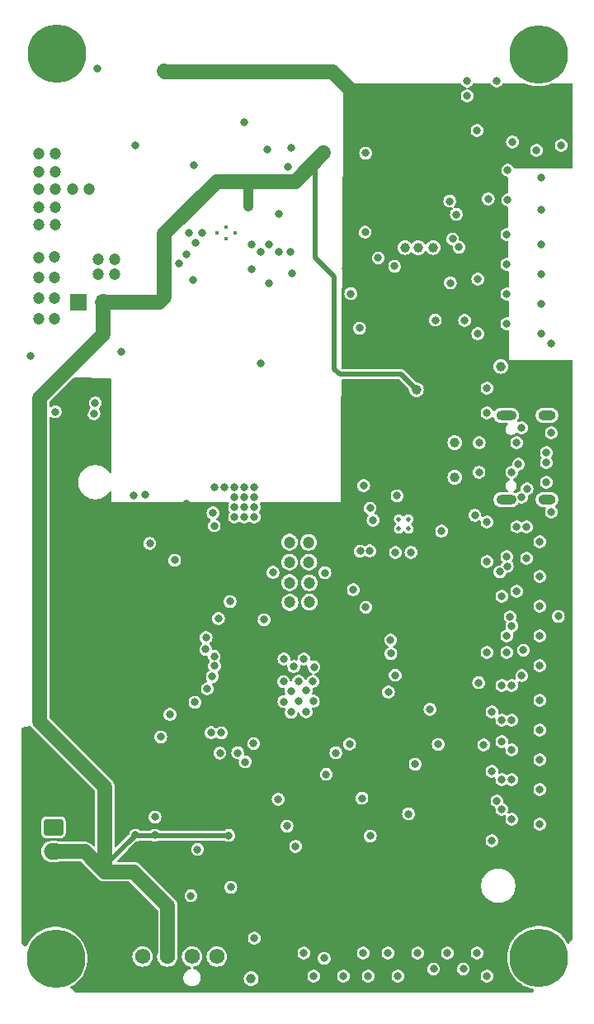
<source format=gbr>
%TF.GenerationSoftware,KiCad,Pcbnew,8.0.1*%
%TF.CreationDate,2024-04-16T22:47:58+08:00*%
%TF.ProjectId,bitaxeUltra,62697461-7865-4556-9c74-72612e6b6963,rev?*%
%TF.SameCoordinates,Original*%
%TF.FileFunction,Copper,L3,Inr*%
%TF.FilePolarity,Positive*%
%FSLAX46Y46*%
G04 Gerber Fmt 4.6, Leading zero omitted, Abs format (unit mm)*
G04 Created by KiCad (PCBNEW 8.0.1) date 2024-04-16 22:47:58*
%MOMM*%
%LPD*%
G01*
G04 APERTURE LIST*
G04 Aperture macros list*
%AMRoundRect*
0 Rectangle with rounded corners*
0 $1 Rounding radius*
0 $2 $3 $4 $5 $6 $7 $8 $9 X,Y pos of 4 corners*
0 Add a 4 corners polygon primitive as box body*
4,1,4,$2,$3,$4,$5,$6,$7,$8,$9,$2,$3,0*
0 Add four circle primitives for the rounded corners*
1,1,$1+$1,$2,$3*
1,1,$1+$1,$4,$5*
1,1,$1+$1,$6,$7*
1,1,$1+$1,$8,$9*
0 Add four rect primitives between the rounded corners*
20,1,$1+$1,$2,$3,$4,$5,0*
20,1,$1+$1,$4,$5,$6,$7,0*
20,1,$1+$1,$6,$7,$8,$9,0*
20,1,$1+$1,$8,$9,$2,$3,0*%
G04 Aperture macros list end*
%TA.AperFunction,ComponentPad*%
%ADD10C,0.800000*%
%TD*%
%TA.AperFunction,ComponentPad*%
%ADD11C,6.000000*%
%TD*%
%TA.AperFunction,ComponentPad*%
%ADD12C,0.500000*%
%TD*%
%TA.AperFunction,ComponentPad*%
%ADD13C,0.400000*%
%TD*%
%TA.AperFunction,ComponentPad*%
%ADD14C,1.574800*%
%TD*%
%TA.AperFunction,ComponentPad*%
%ADD15R,1.700000X1.700000*%
%TD*%
%TA.AperFunction,ComponentPad*%
%ADD16O,1.700000X1.700000*%
%TD*%
%TA.AperFunction,ComponentPad*%
%ADD17O,1.800000X1.000000*%
%TD*%
%TA.AperFunction,ComponentPad*%
%ADD18O,2.100000X1.000000*%
%TD*%
%TA.AperFunction,ComponentPad*%
%ADD19RoundRect,0.250000X-0.750000X0.600000X-0.750000X-0.600000X0.750000X-0.600000X0.750000X0.600000X0*%
%TD*%
%TA.AperFunction,ComponentPad*%
%ADD20O,2.000000X1.700000*%
%TD*%
%TA.AperFunction,ViaPad*%
%ADD21C,0.800000*%
%TD*%
%TA.AperFunction,ViaPad*%
%ADD22C,1.200000*%
%TD*%
%TA.AperFunction,ViaPad*%
%ADD23C,1.000000*%
%TD*%
%TA.AperFunction,Conductor*%
%ADD24C,1.500000*%
%TD*%
%TA.AperFunction,Conductor*%
%ADD25C,0.508000*%
%TD*%
%TA.AperFunction,Conductor*%
%ADD26C,1.000000*%
%TD*%
G04 APERTURE END LIST*
D10*
%TO.N,GND*%
%TO.C,H7*%
X127985010Y-51120990D03*
X128644020Y-49530000D03*
X128644020Y-52711980D03*
X130235010Y-48870990D03*
D11*
X130235010Y-51120990D03*
D10*
X130235010Y-53370990D03*
X131826000Y-49530000D03*
X131826000Y-52711980D03*
X132485010Y-51120990D03*
%TD*%
D12*
%TO.N,GND*%
%TO.C,U2*%
X116922000Y-98765000D03*
X116922000Y-99765000D03*
X115922000Y-99765000D03*
X115922000Y-98765000D03*
%TD*%
D10*
%TO.N,GND*%
%TO.C,H9*%
X128052000Y-143728000D03*
X128711010Y-142137010D03*
X128711010Y-145318990D03*
X130302000Y-141478000D03*
D11*
X130302000Y-143728000D03*
D10*
X130302000Y-145978000D03*
X131892990Y-142137010D03*
X131892990Y-145318990D03*
X132552000Y-143728000D03*
%TD*%
%TO.N,GND*%
%TO.C,H10*%
X78455010Y-143830990D03*
X79114020Y-142240000D03*
X79114020Y-145421980D03*
X80705010Y-141580990D03*
D11*
X80705010Y-143830990D03*
D10*
X80705010Y-146080990D03*
X82296000Y-142240000D03*
X82296000Y-145421980D03*
X82955010Y-143830990D03*
%TD*%
D13*
%TO.N,GND*%
%TO.C,U9*%
X98201691Y-68847200D03*
X99151691Y-69422200D03*
X97251691Y-69422200D03*
X98201691Y-69997200D03*
%TD*%
D10*
%TO.N,GND*%
%TO.C,H8*%
X78558000Y-51054000D03*
X79217010Y-49463010D03*
X79217010Y-52644990D03*
X80808000Y-48804000D03*
D11*
X80808000Y-51054000D03*
D10*
X80808000Y-53304000D03*
X82398990Y-49463010D03*
X82398990Y-52644990D03*
X83058000Y-51054000D03*
%TD*%
D14*
%TO.N,GND*%
%TO.C,J4*%
X89621000Y-143622000D03*
%TO.N,/5V*%
X92161000Y-143622000D03*
%TO.N,/Fan/FAN_TACH*%
X94701000Y-143622000D03*
%TO.N,/Fan/FAN_PWM*%
X97241000Y-143622000D03*
%TD*%
D15*
%TO.N,/Power/VIN*%
%TO.C,J7*%
X83000000Y-76540000D03*
D16*
%TO.N,/5V*%
X85540000Y-76540000D03*
%TD*%
D17*
%TO.N,GND*%
%TO.C,J8*%
X131123000Y-88136000D03*
D18*
X126943000Y-88136000D03*
D17*
X131123000Y-96776000D03*
D18*
X126943000Y-96776000D03*
%TD*%
D19*
%TO.N,GND*%
%TO.C,J2*%
X80470000Y-130360000D03*
D20*
%TO.N,/5V*%
X80470000Y-132860000D03*
%TD*%
D21*
%TO.N,*%
X117856000Y-143256000D03*
X112268000Y-143256000D03*
X127508000Y-125476000D03*
X130385100Y-113792000D03*
X127508000Y-109728000D03*
X108259168Y-143801141D03*
X130385100Y-130048000D03*
X106172000Y-143256000D03*
X119487253Y-144887253D03*
X123952000Y-143256000D03*
X120904000Y-143256000D03*
X114808000Y-143256000D03*
X124968000Y-145625100D03*
X130385100Y-126492000D03*
X127508000Y-115824000D03*
X122535253Y-144887253D03*
X127508000Y-129540000D03*
X112776000Y-145625100D03*
X101092000Y-141732000D03*
X128016000Y-106172000D03*
X130385100Y-110744000D03*
X110236000Y-145625100D03*
X107188000Y-145625100D03*
X128696238Y-112205954D03*
X115824000Y-145625100D03*
X127508000Y-122428000D03*
X127508000Y-119380000D03*
X130385100Y-123444000D03*
X130385100Y-120396000D03*
X130385100Y-117348000D03*
%TO.N,GND*%
X95067000Y-70471000D03*
D22*
X80640000Y-68607500D03*
D21*
X124016184Y-79768291D03*
D22*
X80640000Y-63125000D03*
D21*
X78090000Y-82060000D03*
X100850600Y-73131400D03*
D22*
X80640000Y-64952500D03*
D21*
X116910000Y-128990000D03*
X127000000Y-102616000D03*
D23*
X116540000Y-70920000D03*
D22*
X80640000Y-66780000D03*
D21*
X99060000Y-95504000D03*
D22*
X78960000Y-61300000D03*
X82430000Y-64970000D03*
D21*
X125098900Y-65940000D03*
X112980000Y-131260000D03*
X96109000Y-112124000D03*
D22*
X84110000Y-64967500D03*
D21*
X99060000Y-97536000D03*
X112460000Y-69350000D03*
X100076000Y-97536000D03*
X124028300Y-74168000D03*
X106396000Y-118533000D03*
X97028000Y-95504000D03*
X110862000Y-121832000D03*
X124968000Y-85344000D03*
X98044000Y-95504000D03*
D22*
X78960000Y-64955000D03*
D21*
X104082000Y-115436000D03*
X98682000Y-136516000D03*
X101092000Y-95504000D03*
X99393000Y-122727000D03*
X106408000Y-116351000D03*
D22*
X78960000Y-66782500D03*
D21*
X95758000Y-69431400D03*
D23*
X100765000Y-145890000D03*
D21*
X94890000Y-62470000D03*
X94411000Y-69401000D03*
X101092000Y-98552000D03*
X105673000Y-117442000D03*
X80660000Y-87760000D03*
X124968000Y-103124000D03*
X101092000Y-96520000D03*
X84960000Y-52550000D03*
X97551000Y-122747000D03*
X124109000Y-115539000D03*
X124968000Y-87884000D03*
D23*
X117910000Y-70950000D03*
D21*
X90360055Y-101249945D03*
X100076000Y-96520000D03*
X117602000Y-123903000D03*
X101779000Y-71402000D03*
X104855000Y-118563000D03*
X104132000Y-117472000D03*
X121210000Y-74547000D03*
X100076000Y-98552000D03*
X102625000Y-70567000D03*
X100076000Y-95504000D03*
X112922500Y-102037000D03*
X107144000Y-117442000D03*
X90897000Y-129309000D03*
X112318000Y-95325000D03*
X112512000Y-61250000D03*
X105623000Y-115406000D03*
X101092000Y-97536000D03*
X104867000Y-116381000D03*
X100801000Y-70578000D03*
X87414791Y-81636367D03*
X104830000Y-71398000D03*
D23*
X119454234Y-70914234D03*
D21*
X105330000Y-132320000D03*
X104430000Y-130240000D03*
D23*
X126380000Y-83110000D03*
D21*
X124968000Y-99060000D03*
X99060000Y-96520000D03*
D22*
X80640000Y-61297500D03*
D21*
X115573700Y-102188000D03*
X120310000Y-100000000D03*
D22*
X78960000Y-68610000D03*
D21*
X122936000Y-55372000D03*
D22*
X78960000Y-63127500D03*
D21*
X103584000Y-71410000D03*
X102082600Y-109067600D03*
X96840000Y-98140000D03*
X132297000Y-108743000D03*
X123952000Y-58928000D03*
X92910000Y-102990000D03*
X95260000Y-132630000D03*
X107094000Y-115406000D03*
X115099642Y-112550642D03*
X99060000Y-98552000D03*
D22*
%TO.N,/Power/VIN*%
X80580000Y-71910000D03*
X78980000Y-76130000D03*
X78980000Y-78230000D03*
X80580000Y-78210000D03*
X80580000Y-76110000D03*
X85100000Y-72150000D03*
X86750000Y-73660000D03*
X80580000Y-74010000D03*
X85100000Y-73660000D03*
X78980000Y-71930000D03*
X86750000Y-72150000D03*
X78980000Y-74030000D03*
D21*
%TO.N,/BM1366/1V8*%
X115737362Y-96385646D03*
X117172000Y-102173000D03*
X112130000Y-127390000D03*
X109458000Y-122723000D03*
%TO.N,/BM1366/INV_CLKO*%
X92430600Y-118795800D03*
%TO.N,/VDD*%
X121149900Y-66170000D03*
X103000000Y-104240000D03*
X105152000Y-113890000D03*
D22*
X106685000Y-103175000D03*
X106725000Y-105305000D03*
D21*
X104126000Y-113110000D03*
X108330000Y-104270000D03*
X107204000Y-113920000D03*
D22*
X106725000Y-107275000D03*
D21*
X106178000Y-113110000D03*
D22*
X104695000Y-103175000D03*
X104695000Y-101135000D03*
X106665000Y-101155000D03*
X104745000Y-107305000D03*
X104715000Y-105285000D03*
D21*
%TO.N,/ESP32/EN*%
X126293000Y-104178000D03*
X122101300Y-70905000D03*
D23*
%TO.N,/5V*%
X117710000Y-85490000D03*
D21*
X88883000Y-131168000D03*
X100470000Y-66770000D03*
X94580000Y-137390000D03*
X90881000Y-131182000D03*
D22*
X108214845Y-61185155D03*
D21*
X98450000Y-131200000D03*
%TO.N,/3V3*%
X110500000Y-73050000D03*
X115457000Y-62413000D03*
X114010000Y-95176000D03*
X127766000Y-100521000D03*
D23*
X126000000Y-84500000D03*
D21*
X123394000Y-86260000D03*
X91850000Y-52820000D03*
X98662000Y-137914100D03*
X117172000Y-96434000D03*
X83700000Y-87750000D03*
X113750000Y-68810000D03*
X101092000Y-109016800D03*
X94100000Y-97190000D03*
X82990000Y-85090000D03*
%TO.N,/TX*%
X115482566Y-72844545D03*
%TO.N,/RX*%
X111892000Y-79190000D03*
%TO.N,/BM1366/VDD3_0*%
X115070000Y-111160000D03*
%TO.N,/BM1366/VDD2_0*%
X112530000Y-107800000D03*
%TO.N,/RST*%
X121437000Y-70037900D03*
%TO.N,/BM1366/PIN_MODE*%
X91480645Y-121097045D03*
%TO.N,/SCL*%
X84630946Y-87948642D03*
X88670000Y-96340000D03*
X97713800Y-120675400D03*
%TO.N,/Power/OUT0*%
X96970000Y-99460000D03*
X93399000Y-72582000D03*
%TO.N,/BM1366/0V8*%
X108468000Y-124939000D03*
X103530000Y-127490000D03*
%TO.N,/BM1366/VDD1_0*%
X111250000Y-106010000D03*
%TO.N,/BM1366/VDD1_1*%
X98602800Y-107213400D03*
%TO.N,/BM1366/VDD2_1*%
X97409000Y-108966000D03*
%TO.N,/BM1366/VDD3_1*%
X96130000Y-110920000D03*
%TO.N,Net-(Q4-D)*%
X104500000Y-62680000D03*
X103630000Y-67500000D03*
%TO.N,Net-(U9-BOOT)*%
X94155000Y-71626000D03*
X94772000Y-74270800D03*
%TO.N,/BM1366/CI*%
X113272599Y-98869299D03*
%TO.N,/BM1366/RO*%
X112962000Y-97645000D03*
%TO.N,/BM1366/RST_N*%
X111948000Y-102053000D03*
%TO.N,Net-(Q2-G)*%
X101710600Y-82811400D03*
X102630000Y-74620000D03*
%TO.N,/BM1366/RI*%
X96774000Y-114909600D03*
%TO.N,/BM1366/CLKI*%
X114844000Y-116495900D03*
%TO.N,/BM1366/NRSTO*%
X96967045Y-112836955D03*
%TO.N,/BM1366/BO*%
X96995638Y-113825659D03*
%TO.N,/BM1366/CLKO*%
X96266000Y-116154200D03*
%TO.N,/BM1366/CO*%
X94996000Y-117551200D03*
%TO.N,/ESP32/IO0*%
X121828800Y-67530000D03*
X123719000Y-98362000D03*
%TO.N,/ESP32/XIN32*%
X122670000Y-78400000D03*
%TO.N,/BM1366/ADDR0*%
X119110000Y-118260000D03*
%TO.N,/ESP32/XOUT32*%
X119660000Y-78360000D03*
%TO.N,/Power/PGOOD*%
X104940000Y-73540000D03*
%TO.N,/ESP32/PWR_EN*%
X110990000Y-75660000D03*
%TO.N,/SDA*%
X96656000Y-120659000D03*
X84765794Y-86853684D03*
X89850000Y-96260000D03*
X100076000Y-58100000D03*
X104902000Y-60690000D03*
%TO.N,/BM1366/BI*%
X115540000Y-114780000D03*
%TO.N,/PLUG_SENSE*%
X113800000Y-71990000D03*
X88900000Y-60452000D03*
X102440000Y-60880000D03*
%TO.N,/BM1366/ADDR1*%
X119960000Y-121860000D03*
D23*
%TO.N,Net-(D1-Pad2)*%
X121666000Y-90932000D03*
X121666000Y-94488000D03*
D21*
%TO.N,Net-(J8-CC1)*%
X124159000Y-90943000D03*
%TO.N,Net-(J8-CC2)*%
X124154000Y-93963000D03*
%TO.N,Net-(U14-VDDIO_18_1)*%
X101015000Y-121775000D03*
%TO.N,Net-(U14-VDDIO_08_1)*%
X100155000Y-123661000D03*
%TO.N,/LED/VDD*%
X127341340Y-108790801D03*
X128016000Y-99568000D03*
X128524000Y-89408000D03*
X126492000Y-125476000D03*
X127000000Y-112438900D03*
X131064000Y-92964000D03*
X126492000Y-128524000D03*
X126492000Y-115824000D03*
X125984000Y-127678900D03*
X126492000Y-119380000D03*
X126492000Y-106680000D03*
X125476000Y-131742900D03*
X127046390Y-103596174D03*
X131572000Y-80772000D03*
X124968000Y-112438900D03*
X129083452Y-95669533D03*
X125476000Y-118534900D03*
X125476000Y-124630900D03*
X124630900Y-121920000D03*
X126492000Y-121582900D03*
X127508000Y-93965100D03*
X127000000Y-110744000D03*
X131572000Y-89916000D03*
X128534629Y-114820704D03*
%TO.N,/LED/DO*%
X131064000Y-91948000D03*
X129032000Y-102786900D03*
X127000000Y-75692000D03*
X130556000Y-76708000D03*
X130048000Y-60960000D03*
X128524000Y-96520000D03*
X132588000Y-60452000D03*
X127000000Y-69596000D03*
X131064000Y-94996000D03*
X125984000Y-53848000D03*
X130385100Y-107696000D03*
X127098300Y-62992000D03*
X130556000Y-63726900D03*
X122936000Y-53848000D03*
X127000000Y-78740000D03*
X127000000Y-72644000D03*
X130556000Y-73660000D03*
X131572000Y-98044000D03*
X130385100Y-104648000D03*
X127584401Y-60094800D03*
X128196055Y-93144055D03*
X127098300Y-66040000D03*
X129032000Y-99568000D03*
X130556000Y-70612000D03*
X130556000Y-67056000D03*
X128016000Y-90932000D03*
X130385100Y-101092000D03*
X130556000Y-79756000D03*
%TD*%
D24*
%TO.N,/5V*%
X97243128Y-64140000D02*
X100490000Y-64140000D01*
X85540000Y-79838000D02*
X79035000Y-86343000D01*
X85540000Y-76540000D02*
X85540000Y-79838000D01*
D25*
X85750000Y-134294000D02*
X85750000Y-134909000D01*
X85750000Y-134909000D02*
X85737000Y-134922000D01*
D24*
X92161000Y-143622000D02*
X92207000Y-143576000D01*
X79035000Y-119515000D02*
X85737000Y-126217000D01*
X91858000Y-69525128D02*
X97243128Y-64140000D01*
X91858000Y-76036000D02*
X91858000Y-69525128D01*
D26*
X100490000Y-66750000D02*
X100490000Y-64140000D01*
D24*
X92207000Y-138468000D02*
X88661000Y-134922000D01*
D25*
X88844000Y-131200000D02*
X85750000Y-134294000D01*
X117710000Y-85490000D02*
X116116134Y-83896134D01*
D24*
X85540000Y-76540000D02*
X91354000Y-76540000D01*
D25*
X109300000Y-73917422D02*
X107370000Y-71987422D01*
X109836134Y-83896134D02*
X109300000Y-83360000D01*
X107370000Y-71987422D02*
X107370000Y-62030000D01*
D24*
X85737000Y-134922000D02*
X83675000Y-132860000D01*
X108214845Y-61185155D02*
X105260000Y-64140000D01*
D25*
X109300000Y-83360000D02*
X109300000Y-73917422D01*
X98450000Y-131200000D02*
X88844000Y-131200000D01*
D24*
X92207000Y-143576000D02*
X92207000Y-138468000D01*
X105260000Y-64140000D02*
X100490000Y-64140000D01*
X88661000Y-134922000D02*
X85737000Y-134922000D01*
X79035000Y-86343000D02*
X79035000Y-119515000D01*
X91354000Y-76540000D02*
X91858000Y-76036000D01*
D25*
X116116134Y-83896134D02*
X109836134Y-83896134D01*
D24*
X85737000Y-126217000D02*
X85737000Y-134922000D01*
X83675000Y-132860000D02*
X80470000Y-132860000D01*
D25*
X107370000Y-62030000D02*
X108214845Y-61185155D01*
D24*
%TO.N,/3V3*%
X111160000Y-54930000D02*
X109130000Y-52900000D01*
X91930000Y-52900000D02*
X91850000Y-52820000D01*
X109130000Y-52900000D02*
X91930000Y-52900000D01*
%TD*%
%TA.AperFunction,Conductor*%
%TO.N,/3V3*%
G36*
X122296805Y-54078002D02*
G01*
X122343298Y-54131658D01*
X122346493Y-54139313D01*
X122352213Y-54154395D01*
X122442502Y-54285201D01*
X122561471Y-54390599D01*
X122561472Y-54390599D01*
X122561474Y-54390601D01*
X122636200Y-54429820D01*
X122702207Y-54464463D01*
X122767593Y-54480579D01*
X122796324Y-54487661D01*
X122857678Y-54523385D01*
X122889980Y-54586608D01*
X122882972Y-54657258D01*
X122838881Y-54712904D01*
X122796324Y-54732339D01*
X122702209Y-54755536D01*
X122702202Y-54755539D01*
X122561474Y-54829398D01*
X122561469Y-54829402D01*
X122442501Y-54934800D01*
X122352215Y-55065601D01*
X122352212Y-55065607D01*
X122295849Y-55214220D01*
X122276693Y-55371996D01*
X122276693Y-55372003D01*
X122295849Y-55529779D01*
X122344447Y-55657919D01*
X122352213Y-55678395D01*
X122442502Y-55809201D01*
X122561471Y-55914599D01*
X122561472Y-55914599D01*
X122561474Y-55914601D01*
X122636200Y-55953820D01*
X122702207Y-55988463D01*
X122856529Y-56026500D01*
X122856530Y-56026500D01*
X123015470Y-56026500D01*
X123015471Y-56026500D01*
X123169793Y-55988463D01*
X123310529Y-55914599D01*
X123429498Y-55809201D01*
X123519787Y-55678395D01*
X123576149Y-55529782D01*
X123576149Y-55529781D01*
X123576150Y-55529779D01*
X123595307Y-55372003D01*
X123595307Y-55371996D01*
X123576150Y-55214220D01*
X123562538Y-55178331D01*
X123519787Y-55065605D01*
X123429498Y-54934799D01*
X123310529Y-54829401D01*
X123310528Y-54829400D01*
X123310525Y-54829398D01*
X123169797Y-54755539D01*
X123169795Y-54755538D01*
X123169793Y-54755537D01*
X123169791Y-54755536D01*
X123169790Y-54755536D01*
X123075675Y-54732339D01*
X123014321Y-54696615D01*
X122982019Y-54633392D01*
X122989027Y-54562742D01*
X123033118Y-54507096D01*
X123075675Y-54487661D01*
X123169793Y-54464463D01*
X123310529Y-54390599D01*
X123429498Y-54285201D01*
X123519787Y-54154395D01*
X123525504Y-54139319D01*
X123568362Y-54082719D01*
X123635017Y-54058274D01*
X123643316Y-54058000D01*
X125276684Y-54058000D01*
X125344805Y-54078002D01*
X125391298Y-54131658D01*
X125394493Y-54139313D01*
X125400213Y-54154395D01*
X125490502Y-54285201D01*
X125609471Y-54390599D01*
X125609472Y-54390599D01*
X125609474Y-54390601D01*
X125684200Y-54429820D01*
X125750207Y-54464463D01*
X125904529Y-54502500D01*
X125904530Y-54502500D01*
X126063470Y-54502500D01*
X126063471Y-54502500D01*
X126217793Y-54464463D01*
X126358529Y-54390599D01*
X126477498Y-54285201D01*
X126567787Y-54154395D01*
X126573504Y-54139319D01*
X126616362Y-54082719D01*
X126683017Y-54058274D01*
X126691316Y-54058000D01*
X128804664Y-54058000D01*
X128857570Y-54069646D01*
X129028614Y-54148780D01*
X129028626Y-54148785D01*
X129363060Y-54261469D01*
X129707717Y-54337334D01*
X130058556Y-54375490D01*
X130058564Y-54375490D01*
X130411456Y-54375490D01*
X130411464Y-54375490D01*
X130762303Y-54337334D01*
X131106960Y-54261469D01*
X131441394Y-54148785D01*
X131478414Y-54131658D01*
X131612450Y-54069646D01*
X131665356Y-54058000D01*
X133606000Y-54058000D01*
X133674121Y-54078002D01*
X133720614Y-54131658D01*
X133732000Y-54184000D01*
X133732000Y-62672096D01*
X133711998Y-62740217D01*
X133658342Y-62786710D01*
X133606621Y-62798094D01*
X127823146Y-62826585D01*
X127754927Y-62806919D01*
X127708171Y-62753493D01*
X127704720Y-62745285D01*
X127682087Y-62685605D01*
X127591798Y-62554799D01*
X127472829Y-62449401D01*
X127472828Y-62449400D01*
X127472825Y-62449398D01*
X127332097Y-62375539D01*
X127332095Y-62375538D01*
X127332093Y-62375537D01*
X127332091Y-62375536D01*
X127332090Y-62375536D01*
X127177772Y-62337500D01*
X127177771Y-62337500D01*
X127018829Y-62337500D01*
X127018827Y-62337500D01*
X126864509Y-62375536D01*
X126864502Y-62375539D01*
X126723774Y-62449398D01*
X126723769Y-62449402D01*
X126604801Y-62554800D01*
X126514515Y-62685601D01*
X126514512Y-62685607D01*
X126458149Y-62834220D01*
X126438993Y-62991996D01*
X126438993Y-62992003D01*
X126458149Y-63149779D01*
X126496092Y-63249824D01*
X126514513Y-63298395D01*
X126604802Y-63429201D01*
X126723771Y-63534599D01*
X126723772Y-63534599D01*
X126723774Y-63534601D01*
X126798500Y-63573820D01*
X126864507Y-63608463D01*
X127018829Y-63646500D01*
X127018831Y-63646500D01*
X127024455Y-63647183D01*
X127089670Y-63675245D01*
X127129361Y-63734110D01*
X127135275Y-63771559D01*
X127143610Y-65258794D01*
X127123990Y-65327026D01*
X127070596Y-65373818D01*
X127026271Y-65383590D01*
X127026392Y-65384582D01*
X127018827Y-65385500D01*
X126864509Y-65423536D01*
X126864502Y-65423539D01*
X126723774Y-65497398D01*
X126723769Y-65497402D01*
X126604801Y-65602800D01*
X126514515Y-65733601D01*
X126514512Y-65733607D01*
X126458149Y-65882220D01*
X126438993Y-66039996D01*
X126438993Y-66040003D01*
X126458149Y-66197779D01*
X126487425Y-66274971D01*
X126514513Y-66346395D01*
X126604802Y-66477201D01*
X126723771Y-66582599D01*
X126723772Y-66582599D01*
X126723774Y-66582601D01*
X126759372Y-66601284D01*
X126864507Y-66656463D01*
X127018829Y-66694500D01*
X127026359Y-66694500D01*
X127094480Y-66714502D01*
X127140973Y-66768158D01*
X127152357Y-66819794D01*
X127154452Y-67193605D01*
X127163495Y-68807402D01*
X127163537Y-68814794D01*
X127143917Y-68883026D01*
X127090523Y-68929819D01*
X127037539Y-68941500D01*
X126920527Y-68941500D01*
X126766209Y-68979536D01*
X126766202Y-68979539D01*
X126625474Y-69053398D01*
X126625469Y-69053402D01*
X126506501Y-69158800D01*
X126416215Y-69289601D01*
X126416212Y-69289607D01*
X126359849Y-69438220D01*
X126340693Y-69595996D01*
X126340693Y-69596003D01*
X126359849Y-69753779D01*
X126406468Y-69876700D01*
X126416213Y-69902395D01*
X126506502Y-70033201D01*
X126625471Y-70138599D01*
X126625472Y-70138599D01*
X126625474Y-70138601D01*
X126650766Y-70151875D01*
X126766207Y-70212463D01*
X126920529Y-70250500D01*
X126920530Y-70250500D01*
X127046285Y-70250500D01*
X127114406Y-70270502D01*
X127160899Y-70324158D01*
X127172283Y-70375794D01*
X127180616Y-71862794D01*
X127160996Y-71931026D01*
X127107602Y-71977819D01*
X127054618Y-71989500D01*
X126920527Y-71989500D01*
X126766209Y-72027536D01*
X126766202Y-72027539D01*
X126625474Y-72101398D01*
X126625469Y-72101402D01*
X126506501Y-72206800D01*
X126416215Y-72337601D01*
X126416212Y-72337607D01*
X126359849Y-72486220D01*
X126340693Y-72643996D01*
X126340693Y-72644003D01*
X126359849Y-72801779D01*
X126406027Y-72923537D01*
X126416213Y-72950395D01*
X126506502Y-73081201D01*
X126625471Y-73186599D01*
X126625472Y-73186599D01*
X126625474Y-73186601D01*
X126675480Y-73212846D01*
X126766207Y-73260463D01*
X126920529Y-73298500D01*
X126920530Y-73298500D01*
X127063366Y-73298500D01*
X127131487Y-73318502D01*
X127177980Y-73372158D01*
X127189363Y-73423792D01*
X127190899Y-73697782D01*
X127197696Y-74910794D01*
X127178076Y-74979026D01*
X127124682Y-75025819D01*
X127071698Y-75037500D01*
X126920527Y-75037500D01*
X126766209Y-75075536D01*
X126766202Y-75075539D01*
X126625474Y-75149398D01*
X126625469Y-75149402D01*
X126506501Y-75254800D01*
X126416215Y-75385601D01*
X126416212Y-75385607D01*
X126359849Y-75534220D01*
X126340693Y-75691996D01*
X126340693Y-75692003D01*
X126359849Y-75849779D01*
X126390790Y-75931361D01*
X126416213Y-75998395D01*
X126506502Y-76129201D01*
X126625471Y-76234599D01*
X126625472Y-76234599D01*
X126625474Y-76234601D01*
X126700200Y-76273820D01*
X126766207Y-76308463D01*
X126920529Y-76346500D01*
X126920530Y-76346500D01*
X127080445Y-76346500D01*
X127148566Y-76366502D01*
X127195059Y-76420158D01*
X127206443Y-76471794D01*
X127214777Y-77958998D01*
X127195157Y-78027230D01*
X127141763Y-78074023D01*
X127087093Y-78082665D01*
X127087093Y-78085500D01*
X126920527Y-78085500D01*
X126766209Y-78123536D01*
X126766202Y-78123539D01*
X126625474Y-78197398D01*
X126625469Y-78197402D01*
X126506501Y-78302800D01*
X126416215Y-78433601D01*
X126416212Y-78433607D01*
X126359849Y-78582220D01*
X126340693Y-78739996D01*
X126340693Y-78740003D01*
X126359849Y-78897779D01*
X126388793Y-78974095D01*
X126416213Y-79046395D01*
X126506502Y-79177201D01*
X126625471Y-79282599D01*
X126625472Y-79282599D01*
X126625474Y-79282601D01*
X126700200Y-79321820D01*
X126766207Y-79356463D01*
X126920529Y-79394500D01*
X126920530Y-79394500D01*
X127079471Y-79394500D01*
X127082328Y-79394153D01*
X127084415Y-79394500D01*
X127087093Y-79394500D01*
X127087093Y-79394945D01*
X127152364Y-79405797D01*
X127204986Y-79453456D01*
X127223516Y-79518528D01*
X127239999Y-82460000D01*
X127240000Y-82460000D01*
X133605387Y-82428835D01*
X133673601Y-82448502D01*
X133720356Y-82501929D01*
X133732000Y-82554832D01*
X133732000Y-141759470D01*
X133711998Y-141827591D01*
X133707193Y-141834543D01*
X133403080Y-142244469D01*
X133346429Y-142287260D01*
X133275636Y-142292631D01*
X133213177Y-142258875D01*
X133190564Y-142228415D01*
X133094739Y-142047670D01*
X133094737Y-142047666D01*
X132950236Y-141834543D01*
X132896690Y-141755568D01*
X132668223Y-141486595D01*
X132603837Y-141425605D01*
X132412027Y-141243912D01*
X132412012Y-141243899D01*
X132131070Y-141030333D01*
X132131064Y-141030329D01*
X131828674Y-140848387D01*
X131828668Y-140848384D01*
X131508395Y-140700209D01*
X131508383Y-140700204D01*
X131173959Y-140587524D01*
X131173958Y-140587523D01*
X131173950Y-140587521D01*
X131123836Y-140576490D01*
X130829305Y-140511658D01*
X130829281Y-140511654D01*
X130478461Y-140473500D01*
X130478454Y-140473500D01*
X130125546Y-140473500D01*
X130125538Y-140473500D01*
X129774718Y-140511654D01*
X129774694Y-140511658D01*
X129430054Y-140587520D01*
X129430040Y-140587524D01*
X129095616Y-140700204D01*
X129095604Y-140700209D01*
X128775331Y-140848384D01*
X128775324Y-140848388D01*
X128472935Y-141030329D01*
X128472929Y-141030333D01*
X128191987Y-141243899D01*
X128191972Y-141243912D01*
X127935777Y-141486594D01*
X127707308Y-141755570D01*
X127509262Y-142047666D01*
X127509260Y-142047670D01*
X127343957Y-142359466D01*
X127343953Y-142359475D01*
X127213332Y-142687308D01*
X127118918Y-143027355D01*
X127061826Y-143375609D01*
X127042720Y-143727996D01*
X127042720Y-143728003D01*
X127061826Y-144080390D01*
X127118918Y-144428644D01*
X127213332Y-144768691D01*
X127308936Y-145008639D01*
X127343958Y-145096536D01*
X127403809Y-145209426D01*
X127509260Y-145408329D01*
X127509262Y-145408333D01*
X127656231Y-145625096D01*
X127707310Y-145700432D01*
X127868330Y-145890000D01*
X127935777Y-145969405D01*
X128191972Y-146212087D01*
X128191987Y-146212100D01*
X128472934Y-146425670D01*
X128775326Y-146607613D01*
X128824223Y-146630235D01*
X129095604Y-146755790D01*
X129095616Y-146755795D01*
X129430050Y-146868479D01*
X129684817Y-146924557D01*
X129706434Y-146929316D01*
X129768662Y-146963494D01*
X129802533Y-147025890D01*
X129797294Y-147096693D01*
X129780541Y-147127441D01*
X129702175Y-147233073D01*
X129645527Y-147275864D01*
X129600984Y-147284000D01*
X82751476Y-147284000D01*
X82683355Y-147263998D01*
X82666655Y-147251174D01*
X82410139Y-147017654D01*
X82261176Y-146882044D01*
X82224268Y-146821396D01*
X82226008Y-146750421D01*
X82265844Y-146691653D01*
X82281031Y-146680911D01*
X82534076Y-146528660D01*
X82815023Y-146315090D01*
X83071233Y-146072395D01*
X83299700Y-145803422D01*
X83497747Y-145511324D01*
X83663052Y-145199526D01*
X83793677Y-144871683D01*
X83888090Y-144531639D01*
X83894507Y-144492500D01*
X83906785Y-144417604D01*
X83945184Y-144183380D01*
X83964290Y-143830990D01*
X83962671Y-143801137D01*
X83955829Y-143674935D01*
X83952959Y-143622002D01*
X88574059Y-143622002D01*
X88594174Y-143826241D01*
X88594175Y-143826247D01*
X88594176Y-143826248D01*
X88653753Y-144022647D01*
X88750500Y-144203649D01*
X88880701Y-144362299D01*
X89039351Y-144492500D01*
X89220353Y-144589247D01*
X89416752Y-144648824D01*
X89416756Y-144648824D01*
X89416758Y-144648825D01*
X89620997Y-144668941D01*
X89621000Y-144668941D01*
X89621003Y-144668941D01*
X89825241Y-144648825D01*
X89825242Y-144648824D01*
X89825248Y-144648824D01*
X90021647Y-144589247D01*
X90202649Y-144492500D01*
X90361299Y-144362299D01*
X90491500Y-144203649D01*
X90588247Y-144022647D01*
X90647824Y-143826248D01*
X90650298Y-143801137D01*
X90667941Y-143622002D01*
X90667941Y-143621997D01*
X90647825Y-143417758D01*
X90647824Y-143417756D01*
X90647824Y-143417752D01*
X90588247Y-143221353D01*
X90491500Y-143040351D01*
X90361299Y-142881701D01*
X90202649Y-142751500D01*
X90021647Y-142654753D01*
X89825248Y-142595176D01*
X89825247Y-142595175D01*
X89825241Y-142595174D01*
X89621003Y-142575059D01*
X89620997Y-142575059D01*
X89416758Y-142595174D01*
X89220352Y-142654753D01*
X89039350Y-142751500D01*
X88880701Y-142881701D01*
X88750500Y-143040350D01*
X88653753Y-143221352D01*
X88594174Y-143417758D01*
X88574059Y-143621997D01*
X88574059Y-143622002D01*
X83952959Y-143622002D01*
X83945184Y-143478600D01*
X83900328Y-143204988D01*
X83888091Y-143130345D01*
X83888090Y-143130341D01*
X83793677Y-142790297D01*
X83663052Y-142462454D01*
X83497747Y-142150656D01*
X83299700Y-141858558D01*
X83071233Y-141589585D01*
X83071232Y-141589584D01*
X82815037Y-141346902D01*
X82815022Y-141346889D01*
X82534080Y-141133323D01*
X82534074Y-141133319D01*
X82231684Y-140951377D01*
X82231678Y-140951374D01*
X81911405Y-140803199D01*
X81911393Y-140803194D01*
X81576969Y-140690514D01*
X81576968Y-140690513D01*
X81576960Y-140690511D01*
X81530234Y-140680225D01*
X81232315Y-140614648D01*
X81232291Y-140614644D01*
X80881471Y-140576490D01*
X80881464Y-140576490D01*
X80528556Y-140576490D01*
X80528548Y-140576490D01*
X80177728Y-140614644D01*
X80177704Y-140614648D01*
X79833064Y-140690510D01*
X79833050Y-140690514D01*
X79498626Y-140803194D01*
X79498614Y-140803199D01*
X79178341Y-140951374D01*
X79178334Y-140951378D01*
X78875945Y-141133319D01*
X78875939Y-141133323D01*
X78594997Y-141346889D01*
X78594982Y-141346902D01*
X78338787Y-141589584D01*
X78110318Y-141858560D01*
X77912272Y-142150656D01*
X77912270Y-142150660D01*
X77746967Y-142462455D01*
X77723653Y-142520969D01*
X77679856Y-142576847D01*
X77612802Y-142600177D01*
X77543780Y-142583552D01*
X77521781Y-142567504D01*
X77230179Y-142302042D01*
X77193270Y-142241393D01*
X77189000Y-142208868D01*
X77189000Y-131008246D01*
X79215500Y-131008246D01*
X79215502Y-131008270D01*
X79221959Y-131068339D01*
X79221959Y-131068341D01*
X79272657Y-131204266D01*
X79272658Y-131204267D01*
X79359596Y-131320404D01*
X79475733Y-131407342D01*
X79611658Y-131458040D01*
X79671745Y-131464500D01*
X81268254Y-131464499D01*
X81328342Y-131458040D01*
X81464267Y-131407342D01*
X81580404Y-131320404D01*
X81667342Y-131204267D01*
X81718040Y-131068342D01*
X81724500Y-131008255D01*
X81724499Y-129711746D01*
X81718040Y-129651658D01*
X81667342Y-129515733D01*
X81580404Y-129399596D01*
X81464267Y-129312658D01*
X81464265Y-129312657D01*
X81464266Y-129312657D01*
X81328349Y-129261962D01*
X81328344Y-129261960D01*
X81328342Y-129261960D01*
X81298298Y-129258730D01*
X81268256Y-129255500D01*
X79671753Y-129255500D01*
X79671729Y-129255502D01*
X79611660Y-129261959D01*
X79611658Y-129261959D01*
X79475733Y-129312657D01*
X79359596Y-129399596D01*
X79272657Y-129515734D01*
X79221962Y-129651650D01*
X79221960Y-129651658D01*
X79215500Y-129711737D01*
X79215500Y-131008246D01*
X77189000Y-131008246D01*
X77189000Y-120254531D01*
X77209002Y-120186410D01*
X77262658Y-120139917D01*
X77282013Y-120132926D01*
X78005419Y-119936719D01*
X78076396Y-119938191D01*
X78135313Y-119977805D01*
X78143163Y-119988323D01*
X78144823Y-119990808D01*
X78144824Y-119990809D01*
X78254754Y-120155331D01*
X78254756Y-120155333D01*
X84695595Y-126596172D01*
X84729621Y-126658484D01*
X84732500Y-126685267D01*
X84732500Y-132192733D01*
X84712498Y-132260854D01*
X84658842Y-132307347D01*
X84588568Y-132317451D01*
X84523988Y-132287957D01*
X84517405Y-132281828D01*
X84315333Y-132079756D01*
X84315331Y-132079754D01*
X84150809Y-131969824D01*
X83968005Y-131894104D01*
X83968002Y-131894103D01*
X83773938Y-131855500D01*
X83773935Y-131855500D01*
X81111678Y-131855500D01*
X81054475Y-131841767D01*
X81043982Y-131836420D01*
X80878642Y-131782698D01*
X80878640Y-131782697D01*
X80878638Y-131782697D01*
X80706926Y-131755500D01*
X80233074Y-131755500D01*
X80061362Y-131782697D01*
X80061360Y-131782697D01*
X80061357Y-131782698D01*
X79896023Y-131836418D01*
X79896017Y-131836421D01*
X79741112Y-131915349D01*
X79600464Y-132017536D01*
X79477536Y-132140464D01*
X79375349Y-132281112D01*
X79296421Y-132436017D01*
X79296418Y-132436023D01*
X79242698Y-132601357D01*
X79242697Y-132601360D01*
X79242697Y-132601362D01*
X79215500Y-132773074D01*
X79215500Y-132946926D01*
X79234550Y-133067199D01*
X79242698Y-133118642D01*
X79284229Y-133246463D01*
X79296420Y-133283981D01*
X79375347Y-133438884D01*
X79375349Y-133438887D01*
X79477536Y-133579535D01*
X79600464Y-133702463D01*
X79600467Y-133702465D01*
X79741116Y-133804653D01*
X79896019Y-133883580D01*
X80061362Y-133937303D01*
X80233074Y-133964500D01*
X80233077Y-133964500D01*
X80706923Y-133964500D01*
X80706926Y-133964500D01*
X80878638Y-133937303D01*
X81043981Y-133883580D01*
X81054475Y-133878232D01*
X81111678Y-133864500D01*
X83206733Y-133864500D01*
X83274854Y-133884502D01*
X83295828Y-133901405D01*
X84956754Y-135562331D01*
X85096669Y-135702246D01*
X85261191Y-135812176D01*
X85443998Y-135887897D01*
X85638065Y-135926500D01*
X85835935Y-135926500D01*
X88192733Y-135926500D01*
X88260854Y-135946502D01*
X88281828Y-135963405D01*
X91165595Y-138847172D01*
X91199621Y-138909484D01*
X91202500Y-138936267D01*
X91202500Y-143175172D01*
X91194552Y-143215126D01*
X91195550Y-143215429D01*
X91134174Y-143417758D01*
X91114059Y-143621997D01*
X91114059Y-143622002D01*
X91134174Y-143826241D01*
X91134175Y-143826247D01*
X91134176Y-143826248D01*
X91193753Y-144022647D01*
X91290500Y-144203649D01*
X91420701Y-144362299D01*
X91579351Y-144492500D01*
X91760353Y-144589247D01*
X91956752Y-144648824D01*
X91956756Y-144648824D01*
X91956758Y-144648825D01*
X92160997Y-144668941D01*
X92161000Y-144668941D01*
X92161003Y-144668941D01*
X92365241Y-144648825D01*
X92365242Y-144648824D01*
X92365248Y-144648824D01*
X92561647Y-144589247D01*
X92742649Y-144492500D01*
X92901299Y-144362299D01*
X93031500Y-144203649D01*
X93128247Y-144022647D01*
X93187824Y-143826248D01*
X93193518Y-143768426D01*
X93195325Y-143756247D01*
X93211500Y-143674935D01*
X93211500Y-143622002D01*
X93654059Y-143622002D01*
X93674174Y-143826241D01*
X93674175Y-143826247D01*
X93674176Y-143826248D01*
X93733753Y-144022647D01*
X93830500Y-144203649D01*
X93960701Y-144362299D01*
X94119351Y-144492500D01*
X94300353Y-144589247D01*
X94496752Y-144648824D01*
X94496756Y-144648824D01*
X94496758Y-144648825D01*
X94518950Y-144651011D01*
X94584782Y-144677593D01*
X94625792Y-144735548D01*
X94628959Y-144806474D01*
X94593278Y-144867853D01*
X94531182Y-144899983D01*
X94439004Y-144918318D01*
X94438999Y-144918320D01*
X94275543Y-144986026D01*
X94128431Y-145084323D01*
X94128425Y-145084328D01*
X94003327Y-145209426D01*
X94003322Y-145209432D01*
X93905025Y-145356544D01*
X93837319Y-145520000D01*
X93837317Y-145520005D01*
X93802800Y-145693533D01*
X93802800Y-145870468D01*
X93814939Y-145931495D01*
X93837317Y-146043996D01*
X93905025Y-146207458D01*
X93953229Y-146279599D01*
X94003322Y-146354569D01*
X94003327Y-146354575D01*
X94128425Y-146479673D01*
X94128431Y-146479678D01*
X94275543Y-146577976D01*
X94439005Y-146645684D01*
X94612535Y-146680201D01*
X94612536Y-146680201D01*
X94789464Y-146680201D01*
X94789465Y-146680201D01*
X94962995Y-146645684D01*
X95126457Y-146577976D01*
X95273569Y-146479678D01*
X95398677Y-146354570D01*
X95496975Y-146207458D01*
X95564683Y-146043996D01*
X95595314Y-145890000D01*
X100005726Y-145890000D01*
X100024763Y-146058954D01*
X100025934Y-146062301D01*
X100080918Y-146219437D01*
X100080919Y-146219439D01*
X100171375Y-146363399D01*
X100171377Y-146363402D01*
X100291597Y-146483622D01*
X100291600Y-146483624D01*
X100435563Y-146574082D01*
X100596046Y-146630237D01*
X100765000Y-146649274D01*
X100933954Y-146630237D01*
X101094437Y-146574082D01*
X101238400Y-146483624D01*
X101358624Y-146363400D01*
X101449082Y-146219437D01*
X101505237Y-146058954D01*
X101524274Y-145890000D01*
X101505237Y-145721046D01*
X101471665Y-145625103D01*
X106528693Y-145625103D01*
X106547849Y-145782879D01*
X106581068Y-145870468D01*
X106604213Y-145931495D01*
X106694502Y-146062301D01*
X106813471Y-146167699D01*
X106813472Y-146167699D01*
X106813474Y-146167701D01*
X106888200Y-146206920D01*
X106954207Y-146241563D01*
X107108529Y-146279600D01*
X107108530Y-146279600D01*
X107267470Y-146279600D01*
X107267471Y-146279600D01*
X107421793Y-146241563D01*
X107562529Y-146167699D01*
X107681498Y-146062301D01*
X107771787Y-145931495D01*
X107828149Y-145782882D01*
X107828149Y-145782881D01*
X107828150Y-145782879D01*
X107847307Y-145625103D01*
X109576693Y-145625103D01*
X109595849Y-145782879D01*
X109629068Y-145870468D01*
X109652213Y-145931495D01*
X109742502Y-146062301D01*
X109861471Y-146167699D01*
X109861472Y-146167699D01*
X109861474Y-146167701D01*
X109936200Y-146206920D01*
X110002207Y-146241563D01*
X110156529Y-146279600D01*
X110156530Y-146279600D01*
X110315470Y-146279600D01*
X110315471Y-146279600D01*
X110469793Y-146241563D01*
X110610529Y-146167699D01*
X110729498Y-146062301D01*
X110819787Y-145931495D01*
X110876149Y-145782882D01*
X110876149Y-145782881D01*
X110876150Y-145782879D01*
X110895307Y-145625103D01*
X112116693Y-145625103D01*
X112135849Y-145782879D01*
X112169068Y-145870468D01*
X112192213Y-145931495D01*
X112282502Y-146062301D01*
X112401471Y-146167699D01*
X112401472Y-146167699D01*
X112401474Y-146167701D01*
X112476200Y-146206920D01*
X112542207Y-146241563D01*
X112696529Y-146279600D01*
X112696530Y-146279600D01*
X112855470Y-146279600D01*
X112855471Y-146279600D01*
X113009793Y-146241563D01*
X113150529Y-146167699D01*
X113269498Y-146062301D01*
X113359787Y-145931495D01*
X113416149Y-145782882D01*
X113416149Y-145782881D01*
X113416150Y-145782879D01*
X113435307Y-145625103D01*
X115164693Y-145625103D01*
X115183849Y-145782879D01*
X115217068Y-145870468D01*
X115240213Y-145931495D01*
X115330502Y-146062301D01*
X115449471Y-146167699D01*
X115449472Y-146167699D01*
X115449474Y-146167701D01*
X115524200Y-146206920D01*
X115590207Y-146241563D01*
X115744529Y-146279600D01*
X115744530Y-146279600D01*
X115903470Y-146279600D01*
X115903471Y-146279600D01*
X116057793Y-146241563D01*
X116198529Y-146167699D01*
X116317498Y-146062301D01*
X116407787Y-145931495D01*
X116464149Y-145782882D01*
X116464149Y-145782881D01*
X116464150Y-145782879D01*
X116483307Y-145625103D01*
X124308693Y-145625103D01*
X124327849Y-145782879D01*
X124361068Y-145870468D01*
X124384213Y-145931495D01*
X124474502Y-146062301D01*
X124593471Y-146167699D01*
X124593472Y-146167699D01*
X124593474Y-146167701D01*
X124668200Y-146206920D01*
X124734207Y-146241563D01*
X124888529Y-146279600D01*
X124888530Y-146279600D01*
X125047470Y-146279600D01*
X125047471Y-146279600D01*
X125201793Y-146241563D01*
X125342529Y-146167699D01*
X125461498Y-146062301D01*
X125551787Y-145931495D01*
X125608149Y-145782882D01*
X125608149Y-145782881D01*
X125608150Y-145782879D01*
X125627307Y-145625103D01*
X125627307Y-145625096D01*
X125608150Y-145467320D01*
X125585777Y-145408329D01*
X125551787Y-145318705D01*
X125461498Y-145187899D01*
X125342529Y-145082501D01*
X125342528Y-145082500D01*
X125342525Y-145082498D01*
X125201797Y-145008639D01*
X125201795Y-145008638D01*
X125201793Y-145008637D01*
X125201791Y-145008636D01*
X125201790Y-145008636D01*
X125047472Y-144970600D01*
X125047471Y-144970600D01*
X124888529Y-144970600D01*
X124888527Y-144970600D01*
X124734209Y-145008636D01*
X124734202Y-145008639D01*
X124593474Y-145082498D01*
X124593469Y-145082502D01*
X124474501Y-145187900D01*
X124384215Y-145318701D01*
X124384212Y-145318707D01*
X124327849Y-145467320D01*
X124308693Y-145625096D01*
X124308693Y-145625103D01*
X116483307Y-145625103D01*
X116483307Y-145625096D01*
X116464150Y-145467320D01*
X116441777Y-145408329D01*
X116407787Y-145318705D01*
X116317498Y-145187899D01*
X116198529Y-145082501D01*
X116198528Y-145082500D01*
X116198525Y-145082498D01*
X116057797Y-145008639D01*
X116057795Y-145008638D01*
X116057793Y-145008637D01*
X116057791Y-145008636D01*
X116057790Y-145008636D01*
X115903472Y-144970600D01*
X115903471Y-144970600D01*
X115744529Y-144970600D01*
X115744527Y-144970600D01*
X115590209Y-145008636D01*
X115590202Y-145008639D01*
X115449474Y-145082498D01*
X115449469Y-145082502D01*
X115330501Y-145187900D01*
X115240215Y-145318701D01*
X115240212Y-145318707D01*
X115183849Y-145467320D01*
X115164693Y-145625096D01*
X115164693Y-145625103D01*
X113435307Y-145625103D01*
X113435307Y-145625096D01*
X113416150Y-145467320D01*
X113393777Y-145408329D01*
X113359787Y-145318705D01*
X113269498Y-145187899D01*
X113150529Y-145082501D01*
X113150528Y-145082500D01*
X113150525Y-145082498D01*
X113009797Y-145008639D01*
X113009795Y-145008638D01*
X113009793Y-145008637D01*
X113009791Y-145008636D01*
X113009790Y-145008636D01*
X112855472Y-144970600D01*
X112855471Y-144970600D01*
X112696529Y-144970600D01*
X112696527Y-144970600D01*
X112542209Y-145008636D01*
X112542202Y-145008639D01*
X112401474Y-145082498D01*
X112401469Y-145082502D01*
X112282501Y-145187900D01*
X112192215Y-145318701D01*
X112192212Y-145318707D01*
X112135849Y-145467320D01*
X112116693Y-145625096D01*
X112116693Y-145625103D01*
X110895307Y-145625103D01*
X110895307Y-145625096D01*
X110876150Y-145467320D01*
X110853777Y-145408329D01*
X110819787Y-145318705D01*
X110729498Y-145187899D01*
X110610529Y-145082501D01*
X110610528Y-145082500D01*
X110610525Y-145082498D01*
X110469797Y-145008639D01*
X110469795Y-145008638D01*
X110469793Y-145008637D01*
X110469791Y-145008636D01*
X110469790Y-145008636D01*
X110315472Y-144970600D01*
X110315471Y-144970600D01*
X110156529Y-144970600D01*
X110156527Y-144970600D01*
X110002209Y-145008636D01*
X110002202Y-145008639D01*
X109861474Y-145082498D01*
X109861469Y-145082502D01*
X109742501Y-145187900D01*
X109652215Y-145318701D01*
X109652212Y-145318707D01*
X109595849Y-145467320D01*
X109576693Y-145625096D01*
X109576693Y-145625103D01*
X107847307Y-145625103D01*
X107847307Y-145625096D01*
X107828150Y-145467320D01*
X107805777Y-145408329D01*
X107771787Y-145318705D01*
X107681498Y-145187899D01*
X107562529Y-145082501D01*
X107562528Y-145082500D01*
X107562525Y-145082498D01*
X107421797Y-145008639D01*
X107421795Y-145008638D01*
X107421793Y-145008637D01*
X107421791Y-145008636D01*
X107421790Y-145008636D01*
X107267472Y-144970600D01*
X107267471Y-144970600D01*
X107108529Y-144970600D01*
X107108527Y-144970600D01*
X106954209Y-145008636D01*
X106954202Y-145008639D01*
X106813474Y-145082498D01*
X106813469Y-145082502D01*
X106694501Y-145187900D01*
X106604215Y-145318701D01*
X106604212Y-145318707D01*
X106547849Y-145467320D01*
X106528693Y-145625096D01*
X106528693Y-145625103D01*
X101471665Y-145625103D01*
X101449082Y-145560563D01*
X101358624Y-145416600D01*
X101358622Y-145416597D01*
X101238402Y-145296377D01*
X101238399Y-145296375D01*
X101094439Y-145205919D01*
X101094437Y-145205918D01*
X100933954Y-145149763D01*
X100765000Y-145130726D01*
X100596046Y-145149763D01*
X100596043Y-145149763D01*
X100596043Y-145149764D01*
X100435562Y-145205918D01*
X100435560Y-145205919D01*
X100291600Y-145296375D01*
X100291597Y-145296377D01*
X100171377Y-145416597D01*
X100171375Y-145416600D01*
X100080919Y-145560560D01*
X100080918Y-145560562D01*
X100034390Y-145693533D01*
X100024763Y-145721046D01*
X100005726Y-145890000D01*
X95595314Y-145890000D01*
X95599200Y-145870466D01*
X95599200Y-145693536D01*
X95564683Y-145520006D01*
X95496975Y-145356544D01*
X95398677Y-145209432D01*
X95398672Y-145209426D01*
X95273574Y-145084328D01*
X95273568Y-145084323D01*
X95160296Y-145008637D01*
X95126457Y-144986026D01*
X94962995Y-144918318D01*
X94870816Y-144899982D01*
X94846488Y-144887256D01*
X118827946Y-144887256D01*
X118847102Y-145045032D01*
X118886822Y-145149763D01*
X118903466Y-145193648D01*
X118993755Y-145324454D01*
X119112724Y-145429852D01*
X119112725Y-145429852D01*
X119112727Y-145429854D01*
X119184109Y-145467318D01*
X119253460Y-145503716D01*
X119407782Y-145541753D01*
X119407783Y-145541753D01*
X119566723Y-145541753D01*
X119566724Y-145541753D01*
X119721046Y-145503716D01*
X119861782Y-145429852D01*
X119980751Y-145324454D01*
X120071040Y-145193648D01*
X120127402Y-145045035D01*
X120127402Y-145045034D01*
X120127403Y-145045032D01*
X120146560Y-144887256D01*
X121875946Y-144887256D01*
X121895102Y-145045032D01*
X121934822Y-145149763D01*
X121951466Y-145193648D01*
X122041755Y-145324454D01*
X122160724Y-145429852D01*
X122160725Y-145429852D01*
X122160727Y-145429854D01*
X122232109Y-145467318D01*
X122301460Y-145503716D01*
X122455782Y-145541753D01*
X122455783Y-145541753D01*
X122614723Y-145541753D01*
X122614724Y-145541753D01*
X122769046Y-145503716D01*
X122909782Y-145429852D01*
X123028751Y-145324454D01*
X123119040Y-145193648D01*
X123175402Y-145045035D01*
X123175402Y-145045034D01*
X123175403Y-145045032D01*
X123194560Y-144887256D01*
X123194560Y-144887249D01*
X123175403Y-144729473D01*
X123152446Y-144668941D01*
X123119040Y-144580858D01*
X123028751Y-144450052D01*
X122909782Y-144344654D01*
X122909781Y-144344653D01*
X122909778Y-144344651D01*
X122769050Y-144270792D01*
X122769048Y-144270791D01*
X122769046Y-144270790D01*
X122769044Y-144270789D01*
X122769043Y-144270789D01*
X122614725Y-144232753D01*
X122614724Y-144232753D01*
X122455782Y-144232753D01*
X122455780Y-144232753D01*
X122301462Y-144270789D01*
X122301455Y-144270792D01*
X122160727Y-144344651D01*
X122160722Y-144344655D01*
X122041754Y-144450053D01*
X121951468Y-144580854D01*
X121951465Y-144580860D01*
X121895102Y-144729473D01*
X121875946Y-144887249D01*
X121875946Y-144887256D01*
X120146560Y-144887256D01*
X120146560Y-144887249D01*
X120127403Y-144729473D01*
X120104446Y-144668941D01*
X120071040Y-144580858D01*
X119980751Y-144450052D01*
X119861782Y-144344654D01*
X119861781Y-144344653D01*
X119861778Y-144344651D01*
X119721050Y-144270792D01*
X119721048Y-144270791D01*
X119721046Y-144270790D01*
X119721044Y-144270789D01*
X119721043Y-144270789D01*
X119566725Y-144232753D01*
X119566724Y-144232753D01*
X119407782Y-144232753D01*
X119407780Y-144232753D01*
X119253462Y-144270789D01*
X119253455Y-144270792D01*
X119112727Y-144344651D01*
X119112722Y-144344655D01*
X118993754Y-144450053D01*
X118903468Y-144580854D01*
X118903465Y-144580860D01*
X118847102Y-144729473D01*
X118827946Y-144887249D01*
X118827946Y-144887256D01*
X94846488Y-144887256D01*
X94807908Y-144867075D01*
X94772776Y-144805380D01*
X94776576Y-144734485D01*
X94818102Y-144676899D01*
X94883049Y-144651011D01*
X94905241Y-144648825D01*
X94905242Y-144648824D01*
X94905248Y-144648824D01*
X95101647Y-144589247D01*
X95282649Y-144492500D01*
X95441299Y-144362299D01*
X95571500Y-144203649D01*
X95668247Y-144022647D01*
X95727824Y-143826248D01*
X95730298Y-143801137D01*
X95747941Y-143622002D01*
X96194059Y-143622002D01*
X96214174Y-143826241D01*
X96214175Y-143826247D01*
X96214176Y-143826248D01*
X96273753Y-144022647D01*
X96370500Y-144203649D01*
X96500701Y-144362299D01*
X96659351Y-144492500D01*
X96840353Y-144589247D01*
X97036752Y-144648824D01*
X97036756Y-144648824D01*
X97036758Y-144648825D01*
X97240997Y-144668941D01*
X97241000Y-144668941D01*
X97241003Y-144668941D01*
X97445241Y-144648825D01*
X97445242Y-144648824D01*
X97445248Y-144648824D01*
X97641647Y-144589247D01*
X97822649Y-144492500D01*
X97981299Y-144362299D01*
X98111500Y-144203649D01*
X98208247Y-144022647D01*
X98267824Y-143826248D01*
X98270298Y-143801137D01*
X98287941Y-143622002D01*
X98287941Y-143621997D01*
X98267825Y-143417758D01*
X98267824Y-143417756D01*
X98267824Y-143417752D01*
X98218758Y-143256003D01*
X105512693Y-143256003D01*
X105531849Y-143413779D01*
X105580447Y-143541919D01*
X105588213Y-143562395D01*
X105678502Y-143693201D01*
X105797471Y-143798599D01*
X105797472Y-143798599D01*
X105797474Y-143798601D01*
X105872200Y-143837820D01*
X105938207Y-143872463D01*
X106092529Y-143910500D01*
X106092530Y-143910500D01*
X106251470Y-143910500D01*
X106251471Y-143910500D01*
X106405793Y-143872463D01*
X106541680Y-143801144D01*
X107599861Y-143801144D01*
X107619017Y-143958920D01*
X107665086Y-144080390D01*
X107675381Y-144107536D01*
X107765670Y-144238342D01*
X107884639Y-144343740D01*
X107884640Y-144343740D01*
X107884642Y-144343742D01*
X107886380Y-144344654D01*
X108025375Y-144417604D01*
X108179697Y-144455641D01*
X108179698Y-144455641D01*
X108338638Y-144455641D01*
X108338639Y-144455641D01*
X108492961Y-144417604D01*
X108633697Y-144343740D01*
X108752666Y-144238342D01*
X108842955Y-144107536D01*
X108899317Y-143958923D01*
X108899317Y-143958922D01*
X108899318Y-143958920D01*
X108918475Y-143801144D01*
X108918475Y-143801137D01*
X108899318Y-143643361D01*
X108868610Y-143562392D01*
X108842955Y-143494746D01*
X108752666Y-143363940D01*
X108633697Y-143258542D01*
X108633696Y-143258541D01*
X108633693Y-143258539D01*
X108628861Y-143256003D01*
X111608693Y-143256003D01*
X111627849Y-143413779D01*
X111676447Y-143541919D01*
X111684213Y-143562395D01*
X111774502Y-143693201D01*
X111893471Y-143798599D01*
X111893472Y-143798599D01*
X111893474Y-143798601D01*
X111968200Y-143837820D01*
X112034207Y-143872463D01*
X112188529Y-143910500D01*
X112188530Y-143910500D01*
X112347470Y-143910500D01*
X112347471Y-143910500D01*
X112501793Y-143872463D01*
X112642529Y-143798599D01*
X112761498Y-143693201D01*
X112851787Y-143562395D01*
X112908149Y-143413782D01*
X112908149Y-143413781D01*
X112908150Y-143413779D01*
X112927307Y-143256003D01*
X114148693Y-143256003D01*
X114167849Y-143413779D01*
X114216447Y-143541919D01*
X114224213Y-143562395D01*
X114314502Y-143693201D01*
X114433471Y-143798599D01*
X114433472Y-143798599D01*
X114433474Y-143798601D01*
X114508200Y-143837820D01*
X114574207Y-143872463D01*
X114728529Y-143910500D01*
X114728530Y-143910500D01*
X114887470Y-143910500D01*
X114887471Y-143910500D01*
X115041793Y-143872463D01*
X115182529Y-143798599D01*
X115301498Y-143693201D01*
X115391787Y-143562395D01*
X115448149Y-143413782D01*
X115448149Y-143413781D01*
X115448150Y-143413779D01*
X115467307Y-143256003D01*
X117196693Y-143256003D01*
X117215849Y-143413779D01*
X117264447Y-143541919D01*
X117272213Y-143562395D01*
X117362502Y-143693201D01*
X117481471Y-143798599D01*
X117481472Y-143798599D01*
X117481474Y-143798601D01*
X117556200Y-143837820D01*
X117622207Y-143872463D01*
X117776529Y-143910500D01*
X117776530Y-143910500D01*
X117935470Y-143910500D01*
X117935471Y-143910500D01*
X118089793Y-143872463D01*
X118230529Y-143798599D01*
X118349498Y-143693201D01*
X118439787Y-143562395D01*
X118496149Y-143413782D01*
X118496149Y-143413781D01*
X118496150Y-143413779D01*
X118515307Y-143256003D01*
X120244693Y-143256003D01*
X120263849Y-143413779D01*
X120312447Y-143541919D01*
X120320213Y-143562395D01*
X120410502Y-143693201D01*
X120529471Y-143798599D01*
X120529472Y-143798599D01*
X120529474Y-143798601D01*
X120604200Y-143837820D01*
X120670207Y-143872463D01*
X120824529Y-143910500D01*
X120824530Y-143910500D01*
X120983470Y-143910500D01*
X120983471Y-143910500D01*
X121137793Y-143872463D01*
X121278529Y-143798599D01*
X121397498Y-143693201D01*
X121487787Y-143562395D01*
X121544149Y-143413782D01*
X121544149Y-143413781D01*
X121544150Y-143413779D01*
X121563307Y-143256003D01*
X123292693Y-143256003D01*
X123311849Y-143413779D01*
X123360447Y-143541919D01*
X123368213Y-143562395D01*
X123458502Y-143693201D01*
X123577471Y-143798599D01*
X123577472Y-143798599D01*
X123577474Y-143798601D01*
X123652200Y-143837820D01*
X123718207Y-143872463D01*
X123872529Y-143910500D01*
X123872530Y-143910500D01*
X124031470Y-143910500D01*
X124031471Y-143910500D01*
X124185793Y-143872463D01*
X124326529Y-143798599D01*
X124445498Y-143693201D01*
X124535787Y-143562395D01*
X124592149Y-143413782D01*
X124592149Y-143413781D01*
X124592150Y-143413779D01*
X124611307Y-143256003D01*
X124611307Y-143255996D01*
X124592150Y-143098220D01*
X124565272Y-143027351D01*
X124535787Y-142949605D01*
X124445498Y-142818799D01*
X124326529Y-142713401D01*
X124326528Y-142713400D01*
X124326525Y-142713398D01*
X124185797Y-142639539D01*
X124185795Y-142639538D01*
X124185793Y-142639537D01*
X124185791Y-142639536D01*
X124185790Y-142639536D01*
X124031472Y-142601500D01*
X124031471Y-142601500D01*
X123872529Y-142601500D01*
X123872527Y-142601500D01*
X123718209Y-142639536D01*
X123718202Y-142639539D01*
X123577474Y-142713398D01*
X123577469Y-142713402D01*
X123458501Y-142818800D01*
X123368215Y-142949601D01*
X123368212Y-142949607D01*
X123311849Y-143098220D01*
X123292693Y-143255996D01*
X123292693Y-143256003D01*
X121563307Y-143256003D01*
X121563307Y-143255996D01*
X121544150Y-143098220D01*
X121517272Y-143027351D01*
X121487787Y-142949605D01*
X121397498Y-142818799D01*
X121278529Y-142713401D01*
X121278528Y-142713400D01*
X121278525Y-142713398D01*
X121137797Y-142639539D01*
X121137795Y-142639538D01*
X121137793Y-142639537D01*
X121137791Y-142639536D01*
X121137790Y-142639536D01*
X120983472Y-142601500D01*
X120983471Y-142601500D01*
X120824529Y-142601500D01*
X120824527Y-142601500D01*
X120670209Y-142639536D01*
X120670202Y-142639539D01*
X120529474Y-142713398D01*
X120529469Y-142713402D01*
X120410501Y-142818800D01*
X120320215Y-142949601D01*
X120320212Y-142949607D01*
X120263849Y-143098220D01*
X120244693Y-143255996D01*
X120244693Y-143256003D01*
X118515307Y-143256003D01*
X118515307Y-143255996D01*
X118496150Y-143098220D01*
X118469272Y-143027351D01*
X118439787Y-142949605D01*
X118349498Y-142818799D01*
X118230529Y-142713401D01*
X118230528Y-142713400D01*
X118230525Y-142713398D01*
X118089797Y-142639539D01*
X118089795Y-142639538D01*
X118089793Y-142639537D01*
X118089791Y-142639536D01*
X118089790Y-142639536D01*
X117935472Y-142601500D01*
X117935471Y-142601500D01*
X117776529Y-142601500D01*
X117776527Y-142601500D01*
X117622209Y-142639536D01*
X117622202Y-142639539D01*
X117481474Y-142713398D01*
X117481469Y-142713402D01*
X117362501Y-142818800D01*
X117272215Y-142949601D01*
X117272212Y-142949607D01*
X117215849Y-143098220D01*
X117196693Y-143255996D01*
X117196693Y-143256003D01*
X115467307Y-143256003D01*
X115467307Y-143255996D01*
X115448150Y-143098220D01*
X115421272Y-143027351D01*
X115391787Y-142949605D01*
X115301498Y-142818799D01*
X115182529Y-142713401D01*
X115182528Y-142713400D01*
X115182525Y-142713398D01*
X115041797Y-142639539D01*
X115041795Y-142639538D01*
X115041793Y-142639537D01*
X115041791Y-142639536D01*
X115041790Y-142639536D01*
X114887472Y-142601500D01*
X114887471Y-142601500D01*
X114728529Y-142601500D01*
X114728527Y-142601500D01*
X114574209Y-142639536D01*
X114574202Y-142639539D01*
X114433474Y-142713398D01*
X114433469Y-142713402D01*
X114314501Y-142818800D01*
X114224215Y-142949601D01*
X114224212Y-142949607D01*
X114167849Y-143098220D01*
X114148693Y-143255996D01*
X114148693Y-143256003D01*
X112927307Y-143256003D01*
X112927307Y-143255996D01*
X112908150Y-143098220D01*
X112881272Y-143027351D01*
X112851787Y-142949605D01*
X112761498Y-142818799D01*
X112642529Y-142713401D01*
X112642528Y-142713400D01*
X112642525Y-142713398D01*
X112501797Y-142639539D01*
X112501795Y-142639538D01*
X112501793Y-142639537D01*
X112501791Y-142639536D01*
X112501790Y-142639536D01*
X112347472Y-142601500D01*
X112347471Y-142601500D01*
X112188529Y-142601500D01*
X112188527Y-142601500D01*
X112034209Y-142639536D01*
X112034202Y-142639539D01*
X111893474Y-142713398D01*
X111893469Y-142713402D01*
X111774501Y-142818800D01*
X111684215Y-142949601D01*
X111684212Y-142949607D01*
X111627849Y-143098220D01*
X111608693Y-143255996D01*
X111608693Y-143256003D01*
X108628861Y-143256003D01*
X108492965Y-143184680D01*
X108492963Y-143184679D01*
X108492961Y-143184678D01*
X108492959Y-143184677D01*
X108492958Y-143184677D01*
X108338640Y-143146641D01*
X108338639Y-143146641D01*
X108179697Y-143146641D01*
X108179695Y-143146641D01*
X108025377Y-143184677D01*
X108025370Y-143184680D01*
X107884642Y-143258539D01*
X107884637Y-143258543D01*
X107765669Y-143363941D01*
X107675383Y-143494742D01*
X107675380Y-143494748D01*
X107619017Y-143643361D01*
X107599861Y-143801137D01*
X107599861Y-143801144D01*
X106541680Y-143801144D01*
X106546529Y-143798599D01*
X106665498Y-143693201D01*
X106755787Y-143562395D01*
X106812149Y-143413782D01*
X106812149Y-143413781D01*
X106812150Y-143413779D01*
X106831307Y-143256003D01*
X106831307Y-143255996D01*
X106812150Y-143098220D01*
X106785272Y-143027351D01*
X106755787Y-142949605D01*
X106665498Y-142818799D01*
X106546529Y-142713401D01*
X106546528Y-142713400D01*
X106546525Y-142713398D01*
X106405797Y-142639539D01*
X106405795Y-142639538D01*
X106405793Y-142639537D01*
X106405791Y-142639536D01*
X106405790Y-142639536D01*
X106251472Y-142601500D01*
X106251471Y-142601500D01*
X106092529Y-142601500D01*
X106092527Y-142601500D01*
X105938209Y-142639536D01*
X105938202Y-142639539D01*
X105797474Y-142713398D01*
X105797469Y-142713402D01*
X105678501Y-142818800D01*
X105588215Y-142949601D01*
X105588212Y-142949607D01*
X105531849Y-143098220D01*
X105512693Y-143255996D01*
X105512693Y-143256003D01*
X98218758Y-143256003D01*
X98208247Y-143221353D01*
X98111500Y-143040351D01*
X97981299Y-142881701D01*
X97822649Y-142751500D01*
X97641647Y-142654753D01*
X97445248Y-142595176D01*
X97445247Y-142595175D01*
X97445241Y-142595174D01*
X97241003Y-142575059D01*
X97240997Y-142575059D01*
X97036758Y-142595174D01*
X96840352Y-142654753D01*
X96659350Y-142751500D01*
X96500701Y-142881701D01*
X96370500Y-143040350D01*
X96273753Y-143221352D01*
X96214174Y-143417758D01*
X96194059Y-143621997D01*
X96194059Y-143622002D01*
X95747941Y-143622002D01*
X95747941Y-143621997D01*
X95727825Y-143417758D01*
X95727824Y-143417756D01*
X95727824Y-143417752D01*
X95668247Y-143221353D01*
X95571500Y-143040351D01*
X95441299Y-142881701D01*
X95282649Y-142751500D01*
X95101647Y-142654753D01*
X94905248Y-142595176D01*
X94905247Y-142595175D01*
X94905241Y-142595174D01*
X94701003Y-142575059D01*
X94700997Y-142575059D01*
X94496758Y-142595174D01*
X94300352Y-142654753D01*
X94119350Y-142751500D01*
X93960701Y-142881701D01*
X93830500Y-143040350D01*
X93733753Y-143221352D01*
X93674174Y-143417758D01*
X93654059Y-143621997D01*
X93654059Y-143622002D01*
X93211500Y-143622002D01*
X93211500Y-141732003D01*
X100432693Y-141732003D01*
X100451849Y-141889779D01*
X100500447Y-142017919D01*
X100508213Y-142038395D01*
X100598502Y-142169201D01*
X100717471Y-142274599D01*
X100717472Y-142274599D01*
X100717474Y-142274601D01*
X100751828Y-142292631D01*
X100858207Y-142348463D01*
X101012529Y-142386500D01*
X101012530Y-142386500D01*
X101171470Y-142386500D01*
X101171471Y-142386500D01*
X101325793Y-142348463D01*
X101466529Y-142274599D01*
X101585498Y-142169201D01*
X101675787Y-142038395D01*
X101732149Y-141889782D01*
X101732149Y-141889781D01*
X101732150Y-141889779D01*
X101751307Y-141732003D01*
X101751307Y-141731996D01*
X101732150Y-141574220D01*
X101718538Y-141538331D01*
X101675787Y-141425605D01*
X101585498Y-141294799D01*
X101466529Y-141189401D01*
X101466528Y-141189400D01*
X101466525Y-141189398D01*
X101325797Y-141115539D01*
X101325795Y-141115538D01*
X101325793Y-141115537D01*
X101325791Y-141115536D01*
X101325790Y-141115536D01*
X101171472Y-141077500D01*
X101171471Y-141077500D01*
X101012529Y-141077500D01*
X101012527Y-141077500D01*
X100858209Y-141115536D01*
X100858202Y-141115539D01*
X100717474Y-141189398D01*
X100717469Y-141189402D01*
X100598501Y-141294800D01*
X100508215Y-141425601D01*
X100508212Y-141425607D01*
X100451849Y-141574220D01*
X100432693Y-141731996D01*
X100432693Y-141732003D01*
X93211500Y-141732003D01*
X93211500Y-138369065D01*
X93172897Y-138174998D01*
X93097176Y-137992191D01*
X92987246Y-137827669D01*
X92847331Y-137687754D01*
X92549580Y-137390003D01*
X93920693Y-137390003D01*
X93939849Y-137547779D01*
X93985788Y-137668907D01*
X93996213Y-137696395D01*
X94086502Y-137827201D01*
X94205471Y-137932599D01*
X94205472Y-137932599D01*
X94205474Y-137932601D01*
X94280200Y-137971820D01*
X94346207Y-138006463D01*
X94500529Y-138044500D01*
X94500530Y-138044500D01*
X94659470Y-138044500D01*
X94659471Y-138044500D01*
X94813793Y-138006463D01*
X94954529Y-137932599D01*
X95073498Y-137827201D01*
X95163787Y-137696395D01*
X95220149Y-137547782D01*
X95220149Y-137547781D01*
X95220150Y-137547779D01*
X95239307Y-137390003D01*
X95239307Y-137389996D01*
X95220150Y-137232220D01*
X95196742Y-137170499D01*
X95163787Y-137083605D01*
X95073498Y-136952799D01*
X94954529Y-136847401D01*
X94954528Y-136847400D01*
X94954525Y-136847398D01*
X94813797Y-136773539D01*
X94813795Y-136773538D01*
X94813793Y-136773537D01*
X94813791Y-136773536D01*
X94813790Y-136773536D01*
X94659472Y-136735500D01*
X94659471Y-136735500D01*
X94500529Y-136735500D01*
X94500527Y-136735500D01*
X94346209Y-136773536D01*
X94346202Y-136773539D01*
X94205474Y-136847398D01*
X94205469Y-136847402D01*
X94086501Y-136952800D01*
X93996215Y-137083601D01*
X93996212Y-137083607D01*
X93939849Y-137232220D01*
X93920693Y-137389996D01*
X93920693Y-137390003D01*
X92549580Y-137390003D01*
X91675580Y-136516003D01*
X98022693Y-136516003D01*
X98041849Y-136673779D01*
X98079683Y-136773536D01*
X98098213Y-136822395D01*
X98188502Y-136953201D01*
X98307471Y-137058599D01*
X98307472Y-137058599D01*
X98307474Y-137058601D01*
X98382200Y-137097820D01*
X98448207Y-137132463D01*
X98602529Y-137170500D01*
X98602530Y-137170500D01*
X98761470Y-137170500D01*
X98761471Y-137170500D01*
X98915793Y-137132463D01*
X99056529Y-137058599D01*
X99175498Y-136953201D01*
X99265787Y-136822395D01*
X99322149Y-136673782D01*
X99322149Y-136673781D01*
X99322150Y-136673779D01*
X99341307Y-136516003D01*
X99341307Y-136515996D01*
X99335083Y-136464736D01*
X124379500Y-136464736D01*
X124409450Y-136692231D01*
X124409452Y-136692238D01*
X124468842Y-136913887D01*
X124556656Y-137125888D01*
X124556657Y-137125889D01*
X124556662Y-137125900D01*
X124671386Y-137324608D01*
X124671391Y-137324615D01*
X124811073Y-137506652D01*
X124811092Y-137506673D01*
X124973326Y-137668907D01*
X124973347Y-137668926D01*
X125155384Y-137808608D01*
X125155391Y-137808613D01*
X125354099Y-137923337D01*
X125354103Y-137923338D01*
X125354112Y-137923344D01*
X125566113Y-138011158D01*
X125787762Y-138070548D01*
X125787766Y-138070548D01*
X125787768Y-138070549D01*
X125846398Y-138078267D01*
X126015266Y-138100500D01*
X126015273Y-138100500D01*
X126244727Y-138100500D01*
X126244734Y-138100500D01*
X126450345Y-138073430D01*
X126472231Y-138070549D01*
X126472231Y-138070548D01*
X126472238Y-138070548D01*
X126693887Y-138011158D01*
X126905888Y-137923344D01*
X127104612Y-137808611D01*
X127286661Y-137668919D01*
X127448919Y-137506661D01*
X127588611Y-137324612D01*
X127703344Y-137125888D01*
X127791158Y-136913887D01*
X127850548Y-136692238D01*
X127880500Y-136464734D01*
X127880500Y-136235266D01*
X127850548Y-136007762D01*
X127791158Y-135786113D01*
X127703344Y-135574112D01*
X127703338Y-135574103D01*
X127703337Y-135574099D01*
X127588613Y-135375391D01*
X127588608Y-135375384D01*
X127448926Y-135193347D01*
X127448907Y-135193326D01*
X127286673Y-135031092D01*
X127286652Y-135031073D01*
X127104615Y-134891391D01*
X127104608Y-134891386D01*
X126905900Y-134776662D01*
X126905892Y-134776658D01*
X126905888Y-134776656D01*
X126693887Y-134688842D01*
X126472238Y-134629452D01*
X126472231Y-134629450D01*
X126244736Y-134599500D01*
X126244734Y-134599500D01*
X126015266Y-134599500D01*
X126015263Y-134599500D01*
X125787768Y-134629450D01*
X125566113Y-134688842D01*
X125354110Y-134776657D01*
X125354099Y-134776662D01*
X125155391Y-134891386D01*
X125155384Y-134891391D01*
X124973347Y-135031073D01*
X124973326Y-135031092D01*
X124811092Y-135193326D01*
X124811073Y-135193347D01*
X124671391Y-135375384D01*
X124671386Y-135375391D01*
X124556662Y-135574099D01*
X124556657Y-135574110D01*
X124468842Y-135786113D01*
X124409450Y-136007768D01*
X124379500Y-136235263D01*
X124379500Y-136464736D01*
X99335083Y-136464736D01*
X99322150Y-136358220D01*
X99308538Y-136322331D01*
X99265787Y-136209605D01*
X99175498Y-136078799D01*
X99056529Y-135973401D01*
X99056528Y-135973400D01*
X99056525Y-135973398D01*
X98915797Y-135899539D01*
X98915795Y-135899538D01*
X98915793Y-135899537D01*
X98915791Y-135899536D01*
X98915790Y-135899536D01*
X98761472Y-135861500D01*
X98761471Y-135861500D01*
X98602529Y-135861500D01*
X98602527Y-135861500D01*
X98448209Y-135899536D01*
X98448202Y-135899539D01*
X98307474Y-135973398D01*
X98307469Y-135973402D01*
X98188501Y-136078800D01*
X98098215Y-136209601D01*
X98098212Y-136209607D01*
X98041849Y-136358220D01*
X98022693Y-136515996D01*
X98022693Y-136516003D01*
X91675580Y-136516003D01*
X89301331Y-134141754D01*
X89136809Y-134031824D01*
X88954005Y-133956104D01*
X88954002Y-133956103D01*
X88759938Y-133917500D01*
X88759935Y-133917500D01*
X87149818Y-133917500D01*
X87081697Y-133897498D01*
X87035204Y-133843842D01*
X87025100Y-133773568D01*
X87054594Y-133708988D01*
X87060709Y-133702417D01*
X88133123Y-132630003D01*
X94600693Y-132630003D01*
X94619849Y-132787779D01*
X94648226Y-132862601D01*
X94676213Y-132936395D01*
X94766502Y-133067201D01*
X94885471Y-133172599D01*
X94885472Y-133172599D01*
X94885474Y-133172601D01*
X94960200Y-133211820D01*
X95026207Y-133246463D01*
X95180529Y-133284500D01*
X95180530Y-133284500D01*
X95339470Y-133284500D01*
X95339471Y-133284500D01*
X95493793Y-133246463D01*
X95634529Y-133172599D01*
X95753498Y-133067201D01*
X95843787Y-132936395D01*
X95900149Y-132787782D01*
X95900149Y-132787781D01*
X95900150Y-132787779D01*
X95919307Y-132630003D01*
X95919307Y-132629996D01*
X95900150Y-132472220D01*
X95871774Y-132397400D01*
X95843787Y-132323605D01*
X95841301Y-132320003D01*
X104670693Y-132320003D01*
X104689849Y-132477779D01*
X104697110Y-132496923D01*
X104746213Y-132626395D01*
X104836502Y-132757201D01*
X104955471Y-132862599D01*
X104955472Y-132862599D01*
X104955474Y-132862601D01*
X105030200Y-132901820D01*
X105096207Y-132936463D01*
X105250529Y-132974500D01*
X105250530Y-132974500D01*
X105409470Y-132974500D01*
X105409471Y-132974500D01*
X105563793Y-132936463D01*
X105704529Y-132862599D01*
X105823498Y-132757201D01*
X105913787Y-132626395D01*
X105970149Y-132477782D01*
X105970149Y-132477781D01*
X105970150Y-132477779D01*
X105989307Y-132320003D01*
X105989307Y-132319996D01*
X105970150Y-132162220D01*
X105938873Y-132079751D01*
X105913787Y-132013605D01*
X105823498Y-131882799D01*
X105704529Y-131777401D01*
X105704528Y-131777400D01*
X105704525Y-131777398D01*
X105563797Y-131703539D01*
X105563795Y-131703538D01*
X105563793Y-131703537D01*
X105563791Y-131703536D01*
X105563790Y-131703536D01*
X105409472Y-131665500D01*
X105409471Y-131665500D01*
X105250529Y-131665500D01*
X105250527Y-131665500D01*
X105096209Y-131703536D01*
X105096202Y-131703539D01*
X104955474Y-131777398D01*
X104955469Y-131777402D01*
X104836501Y-131882800D01*
X104746215Y-132013601D01*
X104746212Y-132013607D01*
X104689849Y-132162220D01*
X104670693Y-132319996D01*
X104670693Y-132320003D01*
X95841301Y-132320003D01*
X95753498Y-132192799D01*
X95634529Y-132087401D01*
X95634528Y-132087400D01*
X95634525Y-132087398D01*
X95493797Y-132013539D01*
X95493795Y-132013538D01*
X95493793Y-132013537D01*
X95493791Y-132013536D01*
X95493790Y-132013536D01*
X95339472Y-131975500D01*
X95339471Y-131975500D01*
X95180529Y-131975500D01*
X95180527Y-131975500D01*
X95026209Y-132013536D01*
X95026202Y-132013539D01*
X94885474Y-132087398D01*
X94885469Y-132087402D01*
X94801018Y-132162220D01*
X94766577Y-132192733D01*
X94766501Y-132192800D01*
X94676215Y-132323601D01*
X94676212Y-132323607D01*
X94619849Y-132472220D01*
X94600693Y-132629996D01*
X94600693Y-132630003D01*
X88133123Y-132630003D01*
X88908646Y-131854480D01*
X88967583Y-131821239D01*
X89116793Y-131784463D01*
X89234030Y-131722931D01*
X89292585Y-131708500D01*
X90444740Y-131708500D01*
X90503295Y-131722932D01*
X90506470Y-131724598D01*
X90506471Y-131724599D01*
X90647207Y-131798463D01*
X90801529Y-131836500D01*
X90801530Y-131836500D01*
X90960470Y-131836500D01*
X90960471Y-131836500D01*
X91114793Y-131798463D01*
X91255529Y-131724599D01*
X91255529Y-131724598D01*
X91258705Y-131722932D01*
X91317260Y-131708500D01*
X97989196Y-131708500D01*
X98057317Y-131728502D01*
X98072742Y-131740182D01*
X98075471Y-131742599D01*
X98216207Y-131816463D01*
X98370529Y-131854500D01*
X98370530Y-131854500D01*
X98529470Y-131854500D01*
X98529471Y-131854500D01*
X98683793Y-131816463D01*
X98824529Y-131742599D01*
X98943498Y-131637201D01*
X99033787Y-131506395D01*
X99090149Y-131357782D01*
X99090149Y-131357781D01*
X99090150Y-131357779D01*
X99102022Y-131260003D01*
X112320693Y-131260003D01*
X112339849Y-131417779D01*
X112373458Y-131506395D01*
X112396213Y-131566395D01*
X112486502Y-131697201D01*
X112605471Y-131802599D01*
X112605472Y-131802599D01*
X112605474Y-131802601D01*
X112643389Y-131822500D01*
X112746207Y-131876463D01*
X112900529Y-131914500D01*
X112900530Y-131914500D01*
X113059470Y-131914500D01*
X113059471Y-131914500D01*
X113213793Y-131876463D01*
X113354529Y-131802599D01*
X113421911Y-131742903D01*
X124816693Y-131742903D01*
X124835849Y-131900679D01*
X124862073Y-131969824D01*
X124892213Y-132049295D01*
X124982502Y-132180101D01*
X125101471Y-132285499D01*
X125101472Y-132285499D01*
X125101474Y-132285501D01*
X125162350Y-132317451D01*
X125242207Y-132359363D01*
X125396529Y-132397400D01*
X125396530Y-132397400D01*
X125555470Y-132397400D01*
X125555471Y-132397400D01*
X125709793Y-132359363D01*
X125850529Y-132285499D01*
X125969498Y-132180101D01*
X126059787Y-132049295D01*
X126116149Y-131900682D01*
X126116149Y-131900681D01*
X126116150Y-131900679D01*
X126135307Y-131742903D01*
X126135307Y-131742896D01*
X126116150Y-131585120D01*
X126070404Y-131464500D01*
X126059787Y-131436505D01*
X125969498Y-131305699D01*
X125850529Y-131200301D01*
X125850528Y-131200300D01*
X125850525Y-131200298D01*
X125709797Y-131126439D01*
X125709795Y-131126438D01*
X125709793Y-131126437D01*
X125709791Y-131126436D01*
X125709790Y-131126436D01*
X125555472Y-131088400D01*
X125555471Y-131088400D01*
X125396529Y-131088400D01*
X125396527Y-131088400D01*
X125242209Y-131126436D01*
X125242202Y-131126439D01*
X125101474Y-131200298D01*
X125101469Y-131200302D01*
X124982501Y-131305700D01*
X124892215Y-131436501D01*
X124892212Y-131436507D01*
X124835849Y-131585120D01*
X124816693Y-131742896D01*
X124816693Y-131742903D01*
X113421911Y-131742903D01*
X113473498Y-131697201D01*
X113563787Y-131566395D01*
X113620149Y-131417782D01*
X113620149Y-131417781D01*
X113620150Y-131417779D01*
X113639307Y-131260003D01*
X113639307Y-131259996D01*
X113620150Y-131102220D01*
X113599884Y-131048784D01*
X113563787Y-130953605D01*
X113473498Y-130822799D01*
X113354529Y-130717401D01*
X113354528Y-130717400D01*
X113354525Y-130717398D01*
X113213797Y-130643539D01*
X113213795Y-130643538D01*
X113213793Y-130643537D01*
X113213791Y-130643536D01*
X113213790Y-130643536D01*
X113059472Y-130605500D01*
X113059471Y-130605500D01*
X112900529Y-130605500D01*
X112900527Y-130605500D01*
X112746209Y-130643536D01*
X112746202Y-130643539D01*
X112605474Y-130717398D01*
X112605469Y-130717402D01*
X112486501Y-130822800D01*
X112396215Y-130953601D01*
X112396212Y-130953607D01*
X112339849Y-131102220D01*
X112320693Y-131259996D01*
X112320693Y-131260003D01*
X99102022Y-131260003D01*
X99109307Y-131200003D01*
X99109307Y-131199996D01*
X99090150Y-131042220D01*
X99056542Y-130953605D01*
X99033787Y-130893605D01*
X98943498Y-130762799D01*
X98824529Y-130657401D01*
X98824528Y-130657400D01*
X98824525Y-130657398D01*
X98683797Y-130583539D01*
X98683795Y-130583538D01*
X98683793Y-130583537D01*
X98683791Y-130583536D01*
X98683790Y-130583536D01*
X98529472Y-130545500D01*
X98529471Y-130545500D01*
X98370529Y-130545500D01*
X98370527Y-130545500D01*
X98216209Y-130583536D01*
X98216208Y-130583536D01*
X98075474Y-130657399D01*
X98075472Y-130657400D01*
X98075471Y-130657401D01*
X98072749Y-130659812D01*
X98070329Y-130660949D01*
X98069202Y-130661728D01*
X98069072Y-130661540D01*
X98008499Y-130690013D01*
X97989196Y-130691500D01*
X91362122Y-130691500D01*
X91294001Y-130671498D01*
X91278568Y-130659812D01*
X91260200Y-130643539D01*
X91255529Y-130639401D01*
X91255528Y-130639400D01*
X91255525Y-130639398D01*
X91114797Y-130565539D01*
X91114795Y-130565538D01*
X91114793Y-130565537D01*
X91114791Y-130565536D01*
X91114790Y-130565536D01*
X90960472Y-130527500D01*
X90960471Y-130527500D01*
X90801529Y-130527500D01*
X90801527Y-130527500D01*
X90647209Y-130565536D01*
X90647202Y-130565539D01*
X90506474Y-130639398D01*
X90506469Y-130639402D01*
X90483432Y-130659812D01*
X90419179Y-130690013D01*
X90399878Y-130691500D01*
X89379925Y-130691500D01*
X89311804Y-130671498D01*
X89296372Y-130659813D01*
X89277999Y-130643536D01*
X89257529Y-130625401D01*
X89257526Y-130625399D01*
X89257525Y-130625398D01*
X89116797Y-130551539D01*
X89116795Y-130551538D01*
X89116793Y-130551537D01*
X89116791Y-130551536D01*
X89116790Y-130551536D01*
X88962472Y-130513500D01*
X88962471Y-130513500D01*
X88803529Y-130513500D01*
X88803527Y-130513500D01*
X88649209Y-130551536D01*
X88649202Y-130551539D01*
X88508474Y-130625398D01*
X88508469Y-130625402D01*
X88389501Y-130730800D01*
X88299215Y-130861601D01*
X88299212Y-130861607D01*
X88242851Y-131010216D01*
X88238168Y-131048784D01*
X88210100Y-131113996D01*
X88202182Y-131122689D01*
X86956595Y-132368277D01*
X86894283Y-132402302D01*
X86823468Y-132397238D01*
X86766632Y-132354691D01*
X86741821Y-132288171D01*
X86741500Y-132279182D01*
X86741500Y-130240003D01*
X103770693Y-130240003D01*
X103789849Y-130397779D01*
X103823004Y-130485199D01*
X103846213Y-130546395D01*
X103936502Y-130677201D01*
X104055471Y-130782599D01*
X104055472Y-130782599D01*
X104055474Y-130782601D01*
X104130200Y-130821820D01*
X104196207Y-130856463D01*
X104350529Y-130894500D01*
X104350530Y-130894500D01*
X104509470Y-130894500D01*
X104509471Y-130894500D01*
X104663793Y-130856463D01*
X104804529Y-130782599D01*
X104923498Y-130677201D01*
X105013787Y-130546395D01*
X105070149Y-130397782D01*
X105070149Y-130397781D01*
X105070150Y-130397779D01*
X105089307Y-130240003D01*
X105089307Y-130239996D01*
X105070150Y-130082220D01*
X105056538Y-130046331D01*
X105013787Y-129933605D01*
X104923498Y-129802799D01*
X104804529Y-129697401D01*
X104804528Y-129697400D01*
X104804525Y-129697398D01*
X104663797Y-129623539D01*
X104663795Y-129623538D01*
X104663793Y-129623537D01*
X104663791Y-129623536D01*
X104663790Y-129623536D01*
X104509472Y-129585500D01*
X104509471Y-129585500D01*
X104350529Y-129585500D01*
X104350527Y-129585500D01*
X104196209Y-129623536D01*
X104196202Y-129623539D01*
X104055474Y-129697398D01*
X104055469Y-129697402D01*
X103936501Y-129802800D01*
X103846215Y-129933601D01*
X103846212Y-129933607D01*
X103789849Y-130082220D01*
X103770693Y-130239996D01*
X103770693Y-130240003D01*
X86741500Y-130240003D01*
X86741500Y-129309003D01*
X90237693Y-129309003D01*
X90256849Y-129466779D01*
X90284619Y-129540000D01*
X90313213Y-129615395D01*
X90403502Y-129746201D01*
X90522471Y-129851599D01*
X90522472Y-129851599D01*
X90522474Y-129851601D01*
X90596053Y-129890218D01*
X90663207Y-129925463D01*
X90817529Y-129963500D01*
X90817530Y-129963500D01*
X90976470Y-129963500D01*
X90976471Y-129963500D01*
X91130793Y-129925463D01*
X91271529Y-129851599D01*
X91390498Y-129746201D01*
X91480787Y-129615395D01*
X91537149Y-129466782D01*
X91537149Y-129466781D01*
X91537150Y-129466779D01*
X91556307Y-129309003D01*
X91556307Y-129308996D01*
X91537150Y-129151220D01*
X91518786Y-129102799D01*
X91480787Y-129002605D01*
X91472088Y-128990003D01*
X116250693Y-128990003D01*
X116269849Y-129147779D01*
X116302400Y-129233607D01*
X116326213Y-129296395D01*
X116416502Y-129427201D01*
X116535471Y-129532599D01*
X116535472Y-129532599D01*
X116535474Y-129532601D01*
X116610200Y-129571820D01*
X116676207Y-129606463D01*
X116830529Y-129644500D01*
X116830530Y-129644500D01*
X116989470Y-129644500D01*
X116989471Y-129644500D01*
X117143793Y-129606463D01*
X117284529Y-129532599D01*
X117403498Y-129427201D01*
X117493787Y-129296395D01*
X117550149Y-129147782D01*
X117550149Y-129147781D01*
X117550150Y-129147779D01*
X117569307Y-128990003D01*
X117569307Y-128989996D01*
X117550150Y-128832220D01*
X117525188Y-128766402D01*
X117493787Y-128683605D01*
X117403498Y-128552799D01*
X117284529Y-128447401D01*
X117284528Y-128447400D01*
X117284525Y-128447398D01*
X117143797Y-128373539D01*
X117143795Y-128373538D01*
X117143793Y-128373537D01*
X117143791Y-128373536D01*
X117143790Y-128373536D01*
X116989472Y-128335500D01*
X116989471Y-128335500D01*
X116830529Y-128335500D01*
X116830527Y-128335500D01*
X116676209Y-128373536D01*
X116676202Y-128373539D01*
X116535474Y-128447398D01*
X116535469Y-128447402D01*
X116416501Y-128552800D01*
X116326215Y-128683601D01*
X116326212Y-128683607D01*
X116269849Y-128832220D01*
X116250693Y-128989996D01*
X116250693Y-128990003D01*
X91472088Y-128990003D01*
X91390498Y-128871799D01*
X91271529Y-128766401D01*
X91271528Y-128766400D01*
X91271525Y-128766398D01*
X91130797Y-128692539D01*
X91130795Y-128692538D01*
X91130793Y-128692537D01*
X91130791Y-128692536D01*
X91130790Y-128692536D01*
X90976472Y-128654500D01*
X90976471Y-128654500D01*
X90817529Y-128654500D01*
X90817527Y-128654500D01*
X90663209Y-128692536D01*
X90663202Y-128692539D01*
X90522474Y-128766398D01*
X90522469Y-128766402D01*
X90403501Y-128871800D01*
X90313215Y-129002601D01*
X90313212Y-129002607D01*
X90256849Y-129151220D01*
X90237693Y-129308996D01*
X90237693Y-129309003D01*
X86741500Y-129309003D01*
X86741500Y-127490003D01*
X102870693Y-127490003D01*
X102889849Y-127647779D01*
X102936332Y-127770340D01*
X102946213Y-127796395D01*
X103036502Y-127927201D01*
X103155471Y-128032599D01*
X103155472Y-128032599D01*
X103155474Y-128032601D01*
X103178146Y-128044500D01*
X103296207Y-128106463D01*
X103450529Y-128144500D01*
X103450530Y-128144500D01*
X103609470Y-128144500D01*
X103609471Y-128144500D01*
X103763793Y-128106463D01*
X103904529Y-128032599D01*
X104023498Y-127927201D01*
X104113787Y-127796395D01*
X104170149Y-127647782D01*
X104170149Y-127647781D01*
X104170150Y-127647779D01*
X104189307Y-127490003D01*
X104189307Y-127489996D01*
X104177166Y-127390003D01*
X111470693Y-127390003D01*
X111489849Y-127547779D01*
X111527775Y-127647779D01*
X111546213Y-127696395D01*
X111636502Y-127827201D01*
X111755471Y-127932599D01*
X111755472Y-127932599D01*
X111755474Y-127932601D01*
X111830200Y-127971820D01*
X111896207Y-128006463D01*
X112050529Y-128044500D01*
X112050530Y-128044500D01*
X112209470Y-128044500D01*
X112209471Y-128044500D01*
X112363793Y-128006463D01*
X112504529Y-127932599D01*
X112623498Y-127827201D01*
X112713787Y-127696395D01*
X112720421Y-127678903D01*
X125324693Y-127678903D01*
X125343849Y-127836679D01*
X125392447Y-127964819D01*
X125400213Y-127985295D01*
X125490502Y-128116101D01*
X125609471Y-128221499D01*
X125750207Y-128295363D01*
X125750211Y-128295364D01*
X125750217Y-128295367D01*
X125757340Y-128298069D01*
X125756749Y-128299625D01*
X125810210Y-128330743D01*
X125842520Y-128393961D01*
X125843795Y-128432558D01*
X125832693Y-128523995D01*
X125832693Y-128524003D01*
X125851849Y-128681779D01*
X125883812Y-128766055D01*
X125908213Y-128830395D01*
X125998502Y-128961201D01*
X126117471Y-129066599D01*
X126117472Y-129066599D01*
X126117474Y-129066601D01*
X126186444Y-129102799D01*
X126258207Y-129140463D01*
X126412529Y-129178500D01*
X126412530Y-129178500D01*
X126571470Y-129178500D01*
X126571471Y-129178500D01*
X126725793Y-129140463D01*
X126725800Y-129140458D01*
X126732916Y-129137761D01*
X126733634Y-129139656D01*
X126793043Y-129127747D01*
X126859148Y-129153642D01*
X126900760Y-129211166D01*
X126904666Y-129282055D01*
X126899812Y-129297942D01*
X126867850Y-129382219D01*
X126848693Y-129539996D01*
X126848693Y-129540003D01*
X126867849Y-129697779D01*
X126886213Y-129746199D01*
X126924213Y-129846395D01*
X127014502Y-129977201D01*
X127133471Y-130082599D01*
X127133472Y-130082599D01*
X127133474Y-130082601D01*
X127208200Y-130121820D01*
X127274207Y-130156463D01*
X127428529Y-130194500D01*
X127428530Y-130194500D01*
X127587470Y-130194500D01*
X127587471Y-130194500D01*
X127741793Y-130156463D01*
X127882529Y-130082599D01*
X127921580Y-130048003D01*
X129725793Y-130048003D01*
X129744949Y-130205779D01*
X129757928Y-130240000D01*
X129801313Y-130354395D01*
X129891602Y-130485201D01*
X130010571Y-130590599D01*
X130010572Y-130590599D01*
X130010574Y-130590601D01*
X130085300Y-130629820D01*
X130151307Y-130664463D01*
X130305629Y-130702500D01*
X130305630Y-130702500D01*
X130464570Y-130702500D01*
X130464571Y-130702500D01*
X130618893Y-130664463D01*
X130759629Y-130590599D01*
X130878598Y-130485201D01*
X130968887Y-130354395D01*
X131025249Y-130205782D01*
X131025249Y-130205781D01*
X131025250Y-130205779D01*
X131044407Y-130048003D01*
X131044407Y-130047996D01*
X131025250Y-129890220D01*
X130992095Y-129802799D01*
X130968887Y-129741605D01*
X130878598Y-129610799D01*
X130759629Y-129505401D01*
X130759628Y-129505400D01*
X130759625Y-129505398D01*
X130618897Y-129431539D01*
X130618895Y-129431538D01*
X130618893Y-129431537D01*
X130618891Y-129431536D01*
X130618890Y-129431536D01*
X130464572Y-129393500D01*
X130464571Y-129393500D01*
X130305629Y-129393500D01*
X130305627Y-129393500D01*
X130151309Y-129431536D01*
X130151302Y-129431539D01*
X130010574Y-129505398D01*
X130010569Y-129505402D01*
X129891601Y-129610800D01*
X129801315Y-129741601D01*
X129801312Y-129741607D01*
X129744949Y-129890220D01*
X129725793Y-130047996D01*
X129725793Y-130048003D01*
X127921580Y-130048003D01*
X128001498Y-129977201D01*
X128091787Y-129846395D01*
X128148149Y-129697782D01*
X128148149Y-129697781D01*
X128148150Y-129697779D01*
X128167307Y-129540003D01*
X128167307Y-129539996D01*
X128148150Y-129382220D01*
X128115599Y-129296392D01*
X128091787Y-129233605D01*
X128001498Y-129102799D01*
X127882529Y-128997401D01*
X127882528Y-128997400D01*
X127882525Y-128997398D01*
X127741797Y-128923539D01*
X127741795Y-128923538D01*
X127741793Y-128923537D01*
X127741791Y-128923536D01*
X127741790Y-128923536D01*
X127587472Y-128885500D01*
X127587471Y-128885500D01*
X127428529Y-128885500D01*
X127428527Y-128885500D01*
X127274209Y-128923536D01*
X127267084Y-128926239D01*
X127266367Y-128924349D01*
X127206922Y-128936249D01*
X127140824Y-128910336D01*
X127099228Y-128852801D01*
X127095341Y-128781911D01*
X127100182Y-128766070D01*
X127132149Y-128681782D01*
X127147811Y-128552799D01*
X127151307Y-128524003D01*
X127151307Y-128523996D01*
X127132150Y-128366220D01*
X127106303Y-128298069D01*
X127075787Y-128217605D01*
X126985498Y-128086799D01*
X126866529Y-127981401D01*
X126866528Y-127981400D01*
X126866525Y-127981398D01*
X126725797Y-127907539D01*
X126725796Y-127907538D01*
X126725793Y-127907537D01*
X126725789Y-127907536D01*
X126718663Y-127904833D01*
X126719252Y-127903278D01*
X126665779Y-127872146D01*
X126633476Y-127808923D01*
X126632204Y-127770340D01*
X126643307Y-127678902D01*
X126643307Y-127678896D01*
X126624150Y-127521120D01*
X126574423Y-127390003D01*
X126567787Y-127372505D01*
X126477498Y-127241699D01*
X126358529Y-127136301D01*
X126358528Y-127136300D01*
X126358525Y-127136298D01*
X126217797Y-127062439D01*
X126217795Y-127062438D01*
X126217793Y-127062437D01*
X126217791Y-127062436D01*
X126217790Y-127062436D01*
X126063472Y-127024400D01*
X126063471Y-127024400D01*
X125904529Y-127024400D01*
X125904527Y-127024400D01*
X125750209Y-127062436D01*
X125750202Y-127062439D01*
X125609474Y-127136298D01*
X125609469Y-127136302D01*
X125490501Y-127241700D01*
X125400215Y-127372501D01*
X125400212Y-127372507D01*
X125343849Y-127521120D01*
X125324693Y-127678896D01*
X125324693Y-127678903D01*
X112720421Y-127678903D01*
X112770149Y-127547782D01*
X112770149Y-127547781D01*
X112770150Y-127547779D01*
X112789307Y-127390003D01*
X112789307Y-127389996D01*
X112770150Y-127232220D01*
X112737640Y-127146500D01*
X112713787Y-127083605D01*
X112623498Y-126952799D01*
X112504529Y-126847401D01*
X112504528Y-126847400D01*
X112504525Y-126847398D01*
X112363797Y-126773539D01*
X112363795Y-126773538D01*
X112363793Y-126773537D01*
X112363791Y-126773536D01*
X112363790Y-126773536D01*
X112209472Y-126735500D01*
X112209471Y-126735500D01*
X112050529Y-126735500D01*
X112050527Y-126735500D01*
X111896209Y-126773536D01*
X111896202Y-126773539D01*
X111755474Y-126847398D01*
X111755469Y-126847402D01*
X111725967Y-126873539D01*
X111642599Y-126947398D01*
X111636501Y-126952800D01*
X111546215Y-127083601D01*
X111546212Y-127083607D01*
X111489849Y-127232220D01*
X111470693Y-127389996D01*
X111470693Y-127390003D01*
X104177166Y-127390003D01*
X104170150Y-127332220D01*
X104156538Y-127296331D01*
X104113787Y-127183605D01*
X104023498Y-127052799D01*
X103904529Y-126947401D01*
X103904528Y-126947400D01*
X103904525Y-126947398D01*
X103763797Y-126873539D01*
X103763795Y-126873538D01*
X103763793Y-126873537D01*
X103763791Y-126873536D01*
X103763790Y-126873536D01*
X103609472Y-126835500D01*
X103609471Y-126835500D01*
X103450529Y-126835500D01*
X103450527Y-126835500D01*
X103296209Y-126873536D01*
X103296202Y-126873539D01*
X103155474Y-126947398D01*
X103155469Y-126947402D01*
X103036501Y-127052800D01*
X102946215Y-127183601D01*
X102946212Y-127183607D01*
X102889849Y-127332220D01*
X102870693Y-127489996D01*
X102870693Y-127490003D01*
X86741500Y-127490003D01*
X86741500Y-126492003D01*
X129725793Y-126492003D01*
X129744949Y-126649779D01*
X129791886Y-126773539D01*
X129801313Y-126798395D01*
X129891602Y-126929201D01*
X130010571Y-127034599D01*
X130010572Y-127034599D01*
X130010574Y-127034601D01*
X130085300Y-127073820D01*
X130151307Y-127108463D01*
X130305629Y-127146500D01*
X130305630Y-127146500D01*
X130464570Y-127146500D01*
X130464571Y-127146500D01*
X130618893Y-127108463D01*
X130759629Y-127034599D01*
X130878598Y-126929201D01*
X130968887Y-126798395D01*
X131025249Y-126649782D01*
X131025249Y-126649781D01*
X131025250Y-126649779D01*
X131044407Y-126492003D01*
X131044407Y-126491996D01*
X131025250Y-126334220D01*
X131011638Y-126298331D01*
X130968887Y-126185605D01*
X130878598Y-126054799D01*
X130759629Y-125949401D01*
X130759628Y-125949400D01*
X130759625Y-125949398D01*
X130618897Y-125875539D01*
X130618895Y-125875538D01*
X130618893Y-125875537D01*
X130618891Y-125875536D01*
X130618890Y-125875536D01*
X130464572Y-125837500D01*
X130464571Y-125837500D01*
X130305629Y-125837500D01*
X130305627Y-125837500D01*
X130151309Y-125875536D01*
X130151302Y-125875539D01*
X130010574Y-125949398D01*
X130010569Y-125949402D01*
X129891601Y-126054800D01*
X129801315Y-126185601D01*
X129801312Y-126185607D01*
X129744949Y-126334220D01*
X129725793Y-126491996D01*
X129725793Y-126492003D01*
X86741500Y-126492003D01*
X86741500Y-126118064D01*
X86741499Y-126118061D01*
X86736407Y-126092463D01*
X86702897Y-125923998D01*
X86627176Y-125741191D01*
X86517246Y-125576669D01*
X86377331Y-125436754D01*
X85879580Y-124939003D01*
X107808693Y-124939003D01*
X107827849Y-125096779D01*
X107855469Y-125169605D01*
X107884213Y-125245395D01*
X107974502Y-125376201D01*
X108093471Y-125481599D01*
X108093472Y-125481599D01*
X108093474Y-125481601D01*
X108168200Y-125520820D01*
X108234207Y-125555463D01*
X108388529Y-125593500D01*
X108388530Y-125593500D01*
X108547470Y-125593500D01*
X108547471Y-125593500D01*
X108701793Y-125555463D01*
X108842529Y-125481599D01*
X108961498Y-125376201D01*
X109051787Y-125245395D01*
X109108149Y-125096782D01*
X109108149Y-125096781D01*
X109108150Y-125096779D01*
X109127307Y-124939003D01*
X109127307Y-124938996D01*
X109108150Y-124781220D01*
X109083644Y-124716604D01*
X109051787Y-124632605D01*
X109050612Y-124630903D01*
X124816693Y-124630903D01*
X124835849Y-124788679D01*
X124884447Y-124916819D01*
X124892213Y-124937295D01*
X124982502Y-125068101D01*
X125101471Y-125173499D01*
X125101472Y-125173499D01*
X125101474Y-125173501D01*
X125176200Y-125212720D01*
X125242207Y-125247363D01*
X125396529Y-125285400D01*
X125396530Y-125285400D01*
X125555470Y-125285400D01*
X125555471Y-125285400D01*
X125687863Y-125252768D01*
X125758791Y-125255887D01*
X125816774Y-125296857D01*
X125843402Y-125362670D01*
X125843099Y-125390293D01*
X125837458Y-125436754D01*
X125832694Y-125475996D01*
X125832693Y-125476002D01*
X125832693Y-125476003D01*
X125851849Y-125633779D01*
X125892586Y-125741190D01*
X125908213Y-125782395D01*
X125998502Y-125913201D01*
X126117471Y-126018599D01*
X126117472Y-126018599D01*
X126117474Y-126018601D01*
X126186444Y-126054799D01*
X126258207Y-126092463D01*
X126412529Y-126130500D01*
X126412530Y-126130500D01*
X126571470Y-126130500D01*
X126571471Y-126130500D01*
X126725793Y-126092463D01*
X126866529Y-126018599D01*
X126916446Y-125974375D01*
X126980699Y-125944175D01*
X127051080Y-125953506D01*
X127083553Y-125974375D01*
X127133471Y-126018599D01*
X127133472Y-126018599D01*
X127133474Y-126018601D01*
X127202444Y-126054799D01*
X127274207Y-126092463D01*
X127428529Y-126130500D01*
X127428530Y-126130500D01*
X127587470Y-126130500D01*
X127587471Y-126130500D01*
X127741793Y-126092463D01*
X127882529Y-126018599D01*
X128001498Y-125913201D01*
X128091787Y-125782395D01*
X128148149Y-125633782D01*
X128148149Y-125633781D01*
X128148150Y-125633779D01*
X128167307Y-125476003D01*
X128167307Y-125475996D01*
X128148150Y-125318220D01*
X128120532Y-125245398D01*
X128091787Y-125169605D01*
X128001498Y-125038799D01*
X127882529Y-124933401D01*
X127882528Y-124933400D01*
X127882525Y-124933398D01*
X127741797Y-124859539D01*
X127741795Y-124859538D01*
X127741793Y-124859537D01*
X127741791Y-124859536D01*
X127741790Y-124859536D01*
X127587472Y-124821500D01*
X127587471Y-124821500D01*
X127428529Y-124821500D01*
X127428527Y-124821500D01*
X127274209Y-124859536D01*
X127274202Y-124859539D01*
X127133474Y-124933398D01*
X127133469Y-124933402D01*
X127083554Y-124977624D01*
X127019301Y-125007825D01*
X126948920Y-124998494D01*
X126916446Y-124977624D01*
X126866530Y-124933402D01*
X126866525Y-124933398D01*
X126725797Y-124859539D01*
X126725795Y-124859538D01*
X126725793Y-124859537D01*
X126725791Y-124859536D01*
X126725790Y-124859536D01*
X126571472Y-124821500D01*
X126571471Y-124821500D01*
X126412529Y-124821500D01*
X126412525Y-124821500D01*
X126280135Y-124854131D01*
X126209207Y-124851012D01*
X126151225Y-124810042D01*
X126124597Y-124744227D01*
X126124901Y-124716604D01*
X126135307Y-124630902D01*
X126135307Y-124630896D01*
X126116150Y-124473120D01*
X126087054Y-124396401D01*
X126059787Y-124324505D01*
X125969498Y-124193699D01*
X125850529Y-124088301D01*
X125850528Y-124088300D01*
X125850525Y-124088298D01*
X125709797Y-124014439D01*
X125709795Y-124014438D01*
X125709793Y-124014437D01*
X125709791Y-124014436D01*
X125709790Y-124014436D01*
X125555472Y-123976400D01*
X125555471Y-123976400D01*
X125396529Y-123976400D01*
X125396527Y-123976400D01*
X125242209Y-124014436D01*
X125242202Y-124014439D01*
X125101474Y-124088298D01*
X125101469Y-124088302D01*
X124982501Y-124193700D01*
X124892215Y-124324501D01*
X124892212Y-124324507D01*
X124835849Y-124473120D01*
X124816693Y-124630896D01*
X124816693Y-124630903D01*
X109050612Y-124630903D01*
X108961498Y-124501799D01*
X108842529Y-124396401D01*
X108842528Y-124396400D01*
X108842525Y-124396398D01*
X108701797Y-124322539D01*
X108701795Y-124322538D01*
X108701793Y-124322537D01*
X108701791Y-124322536D01*
X108701790Y-124322536D01*
X108547472Y-124284500D01*
X108547471Y-124284500D01*
X108388529Y-124284500D01*
X108388527Y-124284500D01*
X108234209Y-124322536D01*
X108234202Y-124322539D01*
X108093474Y-124396398D01*
X108093469Y-124396402D01*
X107974501Y-124501800D01*
X107884215Y-124632601D01*
X107884212Y-124632607D01*
X107827849Y-124781220D01*
X107808693Y-124938996D01*
X107808693Y-124939003D01*
X85879580Y-124939003D01*
X83687580Y-122747003D01*
X96891693Y-122747003D01*
X96910849Y-122904779D01*
X96935812Y-122970599D01*
X96967213Y-123053395D01*
X97057502Y-123184201D01*
X97176471Y-123289599D01*
X97176472Y-123289599D01*
X97176474Y-123289601D01*
X97251200Y-123328820D01*
X97317207Y-123363463D01*
X97471529Y-123401500D01*
X97471530Y-123401500D01*
X97630470Y-123401500D01*
X97630471Y-123401500D01*
X97784793Y-123363463D01*
X97925529Y-123289599D01*
X98044498Y-123184201D01*
X98134787Y-123053395D01*
X98191149Y-122904782D01*
X98191149Y-122904781D01*
X98191150Y-122904779D01*
X98210307Y-122747003D01*
X98210307Y-122746996D01*
X98207879Y-122727003D01*
X98733693Y-122727003D01*
X98752849Y-122884779D01*
X98785397Y-122970599D01*
X98809213Y-123033395D01*
X98899502Y-123164201D01*
X99018471Y-123269599D01*
X99018472Y-123269599D01*
X99018474Y-123269601D01*
X99093200Y-123308820D01*
X99159207Y-123343463D01*
X99313529Y-123381500D01*
X99313530Y-123381500D01*
X99387405Y-123381500D01*
X99455526Y-123401502D01*
X99502019Y-123455158D01*
X99512486Y-123522687D01*
X99495693Y-123660996D01*
X99495693Y-123661003D01*
X99514849Y-123818779D01*
X99546789Y-123902996D01*
X99571213Y-123967395D01*
X99661502Y-124098201D01*
X99780471Y-124203599D01*
X99780472Y-124203599D01*
X99780474Y-124203601D01*
X99855200Y-124242820D01*
X99921207Y-124277463D01*
X100075529Y-124315500D01*
X100075530Y-124315500D01*
X100234470Y-124315500D01*
X100234471Y-124315500D01*
X100388793Y-124277463D01*
X100529529Y-124203599D01*
X100648498Y-124098201D01*
X100738787Y-123967395D01*
X100763208Y-123903003D01*
X116942693Y-123903003D01*
X116961849Y-124060779D01*
X117010447Y-124188919D01*
X117018213Y-124209395D01*
X117108502Y-124340201D01*
X117227471Y-124445599D01*
X117227472Y-124445599D01*
X117227474Y-124445601D01*
X117279904Y-124473118D01*
X117368207Y-124519463D01*
X117522529Y-124557500D01*
X117522530Y-124557500D01*
X117681470Y-124557500D01*
X117681471Y-124557500D01*
X117835793Y-124519463D01*
X117976529Y-124445599D01*
X118095498Y-124340201D01*
X118185787Y-124209395D01*
X118242149Y-124060782D01*
X118242149Y-124060781D01*
X118242150Y-124060779D01*
X118261307Y-123903003D01*
X118261307Y-123902996D01*
X118242150Y-123745220D01*
X118210209Y-123661000D01*
X118185787Y-123596605D01*
X118095498Y-123465799D01*
X118070896Y-123444003D01*
X129725793Y-123444003D01*
X129744949Y-123601779D01*
X129793547Y-123729919D01*
X129801313Y-123750395D01*
X129891602Y-123881201D01*
X130010571Y-123986599D01*
X130010572Y-123986599D01*
X130010574Y-123986601D01*
X130085300Y-124025820D01*
X130151307Y-124060463D01*
X130305629Y-124098500D01*
X130305630Y-124098500D01*
X130464570Y-124098500D01*
X130464571Y-124098500D01*
X130618893Y-124060463D01*
X130759629Y-123986599D01*
X130878598Y-123881201D01*
X130968887Y-123750395D01*
X131025249Y-123601782D01*
X131025249Y-123601781D01*
X131025250Y-123601779D01*
X131044407Y-123444003D01*
X131044407Y-123443996D01*
X131025250Y-123286220D01*
X131001576Y-123223799D01*
X130968887Y-123137605D01*
X130878598Y-123006799D01*
X130759629Y-122901401D01*
X130759628Y-122901400D01*
X130759625Y-122901398D01*
X130618897Y-122827539D01*
X130618895Y-122827538D01*
X130618893Y-122827537D01*
X130618891Y-122827536D01*
X130618890Y-122827536D01*
X130464572Y-122789500D01*
X130464571Y-122789500D01*
X130305629Y-122789500D01*
X130305627Y-122789500D01*
X130151309Y-122827536D01*
X130151302Y-122827539D01*
X130010574Y-122901398D01*
X130010569Y-122901402D01*
X129932465Y-122970597D01*
X129891940Y-123006500D01*
X129891601Y-123006800D01*
X129801315Y-123137601D01*
X129801312Y-123137607D01*
X129744949Y-123286220D01*
X129725793Y-123443996D01*
X129725793Y-123444003D01*
X118070896Y-123444003D01*
X117976529Y-123360401D01*
X117976528Y-123360400D01*
X117976525Y-123360398D01*
X117835797Y-123286539D01*
X117835795Y-123286538D01*
X117835793Y-123286537D01*
X117835791Y-123286536D01*
X117835790Y-123286536D01*
X117681472Y-123248500D01*
X117681471Y-123248500D01*
X117522529Y-123248500D01*
X117522527Y-123248500D01*
X117368209Y-123286536D01*
X117368202Y-123286539D01*
X117227474Y-123360398D01*
X117227469Y-123360402D01*
X117108501Y-123465800D01*
X117018215Y-123596601D01*
X117018212Y-123596607D01*
X116961849Y-123745220D01*
X116942693Y-123902996D01*
X116942693Y-123903003D01*
X100763208Y-123903003D01*
X100795149Y-123818782D01*
X100795149Y-123818781D01*
X100795150Y-123818779D01*
X100814307Y-123661003D01*
X100814307Y-123660996D01*
X100795150Y-123503220D01*
X100776922Y-123455158D01*
X100738787Y-123354605D01*
X100648498Y-123223799D01*
X100529529Y-123118401D01*
X100529528Y-123118400D01*
X100529525Y-123118398D01*
X100388797Y-123044539D01*
X100388795Y-123044538D01*
X100388793Y-123044537D01*
X100388791Y-123044536D01*
X100388790Y-123044536D01*
X100234472Y-123006500D01*
X100234471Y-123006500D01*
X100160595Y-123006500D01*
X100092474Y-122986498D01*
X100045981Y-122932842D01*
X100035514Y-122865313D01*
X100052307Y-122727003D01*
X100052307Y-122726996D01*
X100051822Y-122723003D01*
X108798693Y-122723003D01*
X108817849Y-122880779D01*
X108851914Y-122970599D01*
X108874213Y-123029395D01*
X108964502Y-123160201D01*
X109083471Y-123265599D01*
X109083472Y-123265599D01*
X109083474Y-123265601D01*
X109129195Y-123289597D01*
X109224207Y-123339463D01*
X109378529Y-123377500D01*
X109378530Y-123377500D01*
X109537470Y-123377500D01*
X109537471Y-123377500D01*
X109691793Y-123339463D01*
X109832529Y-123265599D01*
X109951498Y-123160201D01*
X110041787Y-123029395D01*
X110098149Y-122880782D01*
X110098149Y-122880781D01*
X110098150Y-122880779D01*
X110117307Y-122723003D01*
X110117307Y-122722996D01*
X110098150Y-122565220D01*
X110068295Y-122486500D01*
X110041787Y-122416605D01*
X109951498Y-122285799D01*
X109832529Y-122180401D01*
X109832528Y-122180400D01*
X109832525Y-122180398D01*
X109691797Y-122106539D01*
X109691795Y-122106538D01*
X109691793Y-122106537D01*
X109691791Y-122106536D01*
X109691790Y-122106536D01*
X109537472Y-122068500D01*
X109537471Y-122068500D01*
X109378529Y-122068500D01*
X109378527Y-122068500D01*
X109224209Y-122106536D01*
X109224202Y-122106539D01*
X109083474Y-122180398D01*
X109083469Y-122180402D01*
X108964501Y-122285800D01*
X108874215Y-122416601D01*
X108874212Y-122416607D01*
X108817849Y-122565220D01*
X108798693Y-122722996D01*
X108798693Y-122723003D01*
X100051822Y-122723003D01*
X100033150Y-122569220D01*
X100001778Y-122486500D01*
X99976787Y-122420605D01*
X99886498Y-122289799D01*
X99767529Y-122184401D01*
X99767528Y-122184400D01*
X99767525Y-122184398D01*
X99626797Y-122110539D01*
X99626795Y-122110538D01*
X99626793Y-122110537D01*
X99626791Y-122110536D01*
X99626790Y-122110536D01*
X99472472Y-122072500D01*
X99472471Y-122072500D01*
X99313529Y-122072500D01*
X99313527Y-122072500D01*
X99159209Y-122110536D01*
X99159202Y-122110539D01*
X99018474Y-122184398D01*
X99018469Y-122184402D01*
X98899501Y-122289800D01*
X98809215Y-122420601D01*
X98809212Y-122420607D01*
X98752849Y-122569220D01*
X98733693Y-122726996D01*
X98733693Y-122727003D01*
X98207879Y-122727003D01*
X98191150Y-122589220D01*
X98162812Y-122514500D01*
X98134787Y-122440605D01*
X98044498Y-122309799D01*
X97925529Y-122204401D01*
X97925528Y-122204400D01*
X97925525Y-122204398D01*
X97784797Y-122130539D01*
X97784795Y-122130538D01*
X97784793Y-122130537D01*
X97784791Y-122130536D01*
X97784790Y-122130536D01*
X97630472Y-122092500D01*
X97630471Y-122092500D01*
X97471529Y-122092500D01*
X97471527Y-122092500D01*
X97317209Y-122130536D01*
X97317202Y-122130539D01*
X97176474Y-122204398D01*
X97176469Y-122204402D01*
X97057501Y-122309800D01*
X96967215Y-122440601D01*
X96967212Y-122440607D01*
X96910849Y-122589220D01*
X96891693Y-122746996D01*
X96891693Y-122747003D01*
X83687580Y-122747003D01*
X82715580Y-121775003D01*
X100355693Y-121775003D01*
X100374849Y-121932779D01*
X100407966Y-122020099D01*
X100431213Y-122081395D01*
X100521502Y-122212201D01*
X100640471Y-122317599D01*
X100640472Y-122317599D01*
X100640474Y-122317601D01*
X100687521Y-122342293D01*
X100781207Y-122391463D01*
X100935529Y-122429500D01*
X100935530Y-122429500D01*
X101094470Y-122429500D01*
X101094471Y-122429500D01*
X101248793Y-122391463D01*
X101389529Y-122317599D01*
X101508498Y-122212201D01*
X101598787Y-122081395D01*
X101655149Y-121932782D01*
X101655149Y-121932781D01*
X101655150Y-121932779D01*
X101667386Y-121832003D01*
X110202693Y-121832003D01*
X110221849Y-121989779D01*
X110270447Y-122117919D01*
X110278213Y-122138395D01*
X110368502Y-122269201D01*
X110487471Y-122374599D01*
X110487472Y-122374599D01*
X110487474Y-122374601D01*
X110540824Y-122402601D01*
X110628207Y-122448463D01*
X110782529Y-122486500D01*
X110782530Y-122486500D01*
X110941470Y-122486500D01*
X110941471Y-122486500D01*
X111095793Y-122448463D01*
X111236529Y-122374599D01*
X111355498Y-122269201D01*
X111445787Y-122138395D01*
X111502149Y-121989782D01*
X111502149Y-121989781D01*
X111502150Y-121989779D01*
X111517907Y-121860003D01*
X119300693Y-121860003D01*
X119319849Y-122017779D01*
X119355029Y-122110539D01*
X119376213Y-122166395D01*
X119466502Y-122297201D01*
X119585471Y-122402599D01*
X119585472Y-122402599D01*
X119585474Y-122402601D01*
X119657878Y-122440601D01*
X119726207Y-122476463D01*
X119880529Y-122514500D01*
X119880530Y-122514500D01*
X120039470Y-122514500D01*
X120039471Y-122514500D01*
X120193793Y-122476463D01*
X120334529Y-122402599D01*
X120453498Y-122297201D01*
X120543787Y-122166395D01*
X120600149Y-122017782D01*
X120600149Y-122017781D01*
X120600150Y-122017779D01*
X120612022Y-121920003D01*
X123971593Y-121920003D01*
X123990749Y-122077779D01*
X124047112Y-122226392D01*
X124047115Y-122226398D01*
X124054709Y-122237400D01*
X124137402Y-122357201D01*
X124256371Y-122462599D01*
X124256372Y-122462599D01*
X124256374Y-122462601D01*
X124331100Y-122501820D01*
X124397107Y-122536463D01*
X124551429Y-122574500D01*
X124551430Y-122574500D01*
X124710370Y-122574500D01*
X124710371Y-122574500D01*
X124864693Y-122536463D01*
X125005429Y-122462599D01*
X125124398Y-122357201D01*
X125214687Y-122226395D01*
X125271049Y-122077782D01*
X125271049Y-122077781D01*
X125271050Y-122077779D01*
X125290207Y-121920003D01*
X125290207Y-121919996D01*
X125271050Y-121762220D01*
X125257438Y-121726331D01*
X125214687Y-121613605D01*
X125193495Y-121582903D01*
X125832693Y-121582903D01*
X125851849Y-121740679D01*
X125886485Y-121832003D01*
X125908213Y-121889295D01*
X125998502Y-122020101D01*
X126117471Y-122125499D01*
X126117472Y-122125499D01*
X126117474Y-122125501D01*
X126192200Y-122164720D01*
X126258207Y-122199363D01*
X126412529Y-122237400D01*
X126412530Y-122237400D01*
X126571470Y-122237400D01*
X126571471Y-122237400D01*
X126703863Y-122204768D01*
X126774791Y-122207887D01*
X126832774Y-122248857D01*
X126859402Y-122314670D01*
X126859099Y-122342293D01*
X126853130Y-122391460D01*
X126848694Y-122427996D01*
X126848693Y-122428002D01*
X126848693Y-122428003D01*
X126867849Y-122585779D01*
X126916447Y-122713919D01*
X126924213Y-122734395D01*
X127014502Y-122865201D01*
X127133471Y-122970599D01*
X127133472Y-122970599D01*
X127133474Y-122970601D01*
X127163764Y-122986498D01*
X127274207Y-123044463D01*
X127428529Y-123082500D01*
X127428530Y-123082500D01*
X127587470Y-123082500D01*
X127587471Y-123082500D01*
X127741793Y-123044463D01*
X127882529Y-122970599D01*
X128001498Y-122865201D01*
X128091787Y-122734395D01*
X128148149Y-122585782D01*
X128148149Y-122585781D01*
X128148150Y-122585779D01*
X128167307Y-122428003D01*
X128167307Y-122427996D01*
X128148150Y-122270220D01*
X128123188Y-122204402D01*
X128091787Y-122121605D01*
X128001498Y-121990799D01*
X127882529Y-121885401D01*
X127882528Y-121885400D01*
X127882525Y-121885398D01*
X127741797Y-121811539D01*
X127741795Y-121811538D01*
X127741793Y-121811537D01*
X127741791Y-121811536D01*
X127741790Y-121811536D01*
X127587472Y-121773500D01*
X127587471Y-121773500D01*
X127428529Y-121773500D01*
X127428525Y-121773500D01*
X127296135Y-121806131D01*
X127225207Y-121803012D01*
X127167225Y-121762042D01*
X127140597Y-121696227D01*
X127140901Y-121668604D01*
X127151307Y-121582902D01*
X127151307Y-121582896D01*
X127132150Y-121425120D01*
X127118538Y-121389231D01*
X127075787Y-121276505D01*
X126985498Y-121145699D01*
X126866529Y-121040301D01*
X126866528Y-121040300D01*
X126866525Y-121040298D01*
X126725797Y-120966439D01*
X126725795Y-120966438D01*
X126725793Y-120966437D01*
X126725791Y-120966436D01*
X126725790Y-120966436D01*
X126571472Y-120928400D01*
X126571471Y-120928400D01*
X126412529Y-120928400D01*
X126412527Y-120928400D01*
X126258209Y-120966436D01*
X126258202Y-120966439D01*
X126117474Y-121040298D01*
X126117469Y-121040302D01*
X125998501Y-121145700D01*
X125908215Y-121276501D01*
X125908212Y-121276507D01*
X125851849Y-121425120D01*
X125832693Y-121582896D01*
X125832693Y-121582903D01*
X125193495Y-121582903D01*
X125124398Y-121482799D01*
X125005429Y-121377401D01*
X125005428Y-121377400D01*
X125005425Y-121377398D01*
X124864697Y-121303539D01*
X124864695Y-121303538D01*
X124864693Y-121303537D01*
X124864691Y-121303536D01*
X124864690Y-121303536D01*
X124710372Y-121265500D01*
X124710371Y-121265500D01*
X124551429Y-121265500D01*
X124551427Y-121265500D01*
X124397109Y-121303536D01*
X124397102Y-121303539D01*
X124256374Y-121377398D01*
X124256369Y-121377402D01*
X124137401Y-121482800D01*
X124047115Y-121613601D01*
X124047112Y-121613607D01*
X123990749Y-121762220D01*
X123971593Y-121919996D01*
X123971593Y-121920003D01*
X120612022Y-121920003D01*
X120619307Y-121860003D01*
X120619307Y-121859996D01*
X120600150Y-121702220D01*
X120576418Y-121639646D01*
X120543787Y-121553605D01*
X120453498Y-121422799D01*
X120334529Y-121317401D01*
X120334528Y-121317400D01*
X120334525Y-121317398D01*
X120193797Y-121243539D01*
X120193795Y-121243538D01*
X120193793Y-121243537D01*
X120193791Y-121243536D01*
X120193790Y-121243536D01*
X120039472Y-121205500D01*
X120039471Y-121205500D01*
X119880529Y-121205500D01*
X119880527Y-121205500D01*
X119726209Y-121243536D01*
X119726202Y-121243539D01*
X119585474Y-121317398D01*
X119585469Y-121317402D01*
X119466501Y-121422800D01*
X119376215Y-121553601D01*
X119376212Y-121553607D01*
X119319849Y-121702220D01*
X119300693Y-121859996D01*
X119300693Y-121860003D01*
X111517907Y-121860003D01*
X111521307Y-121832003D01*
X111521307Y-121831996D01*
X111502150Y-121674220D01*
X111480532Y-121617220D01*
X111445787Y-121525605D01*
X111355498Y-121394799D01*
X111236529Y-121289401D01*
X111236528Y-121289400D01*
X111236525Y-121289398D01*
X111095797Y-121215539D01*
X111095795Y-121215538D01*
X111095793Y-121215537D01*
X111095791Y-121215536D01*
X111095790Y-121215536D01*
X110941472Y-121177500D01*
X110941471Y-121177500D01*
X110782529Y-121177500D01*
X110782527Y-121177500D01*
X110628209Y-121215536D01*
X110628202Y-121215539D01*
X110487474Y-121289398D01*
X110487469Y-121289402D01*
X110368501Y-121394800D01*
X110278215Y-121525601D01*
X110278212Y-121525607D01*
X110221849Y-121674220D01*
X110202693Y-121831996D01*
X110202693Y-121832003D01*
X101667386Y-121832003D01*
X101674307Y-121775003D01*
X101674307Y-121774996D01*
X101655150Y-121617220D01*
X101631024Y-121553607D01*
X101598787Y-121468605D01*
X101508498Y-121337799D01*
X101389529Y-121232401D01*
X101389528Y-121232400D01*
X101389525Y-121232398D01*
X101248797Y-121158539D01*
X101248795Y-121158538D01*
X101248793Y-121158537D01*
X101248791Y-121158536D01*
X101248790Y-121158536D01*
X101094472Y-121120500D01*
X101094471Y-121120500D01*
X100935529Y-121120500D01*
X100935527Y-121120500D01*
X100781209Y-121158536D01*
X100781202Y-121158539D01*
X100640474Y-121232398D01*
X100640469Y-121232402D01*
X100521501Y-121337800D01*
X100431215Y-121468601D01*
X100431212Y-121468607D01*
X100374849Y-121617220D01*
X100355693Y-121774996D01*
X100355693Y-121775003D01*
X82715580Y-121775003D01*
X82037625Y-121097048D01*
X90821338Y-121097048D01*
X90840494Y-121254824D01*
X90886981Y-121377398D01*
X90896858Y-121403440D01*
X90987147Y-121534246D01*
X91106116Y-121639644D01*
X91106117Y-121639644D01*
X91106119Y-121639646D01*
X91171991Y-121674218D01*
X91246852Y-121713508D01*
X91401174Y-121751545D01*
X91401175Y-121751545D01*
X91560115Y-121751545D01*
X91560116Y-121751545D01*
X91714438Y-121713508D01*
X91855174Y-121639644D01*
X91974143Y-121534246D01*
X92064432Y-121403440D01*
X92120794Y-121254827D01*
X92120794Y-121254826D01*
X92120795Y-121254824D01*
X92139952Y-121097048D01*
X92139952Y-121097041D01*
X92120795Y-120939265D01*
X92107183Y-120903376D01*
X92064432Y-120790650D01*
X91974143Y-120659844D01*
X91973194Y-120659003D01*
X95996693Y-120659003D01*
X96015849Y-120816779D01*
X96072212Y-120965392D01*
X96072215Y-120965398D01*
X96072932Y-120966437D01*
X96162502Y-121096201D01*
X96281471Y-121201599D01*
X96281472Y-121201599D01*
X96281474Y-121201601D01*
X96340159Y-121232401D01*
X96422207Y-121275463D01*
X96576529Y-121313500D01*
X96576530Y-121313500D01*
X96735470Y-121313500D01*
X96735471Y-121313500D01*
X96889793Y-121275463D01*
X97030529Y-121201599D01*
X97092092Y-121147058D01*
X97156342Y-121116858D01*
X97226723Y-121126189D01*
X97259193Y-121147056D01*
X97339271Y-121217999D01*
X97339273Y-121218000D01*
X97339274Y-121218001D01*
X97387933Y-121243539D01*
X97480007Y-121291863D01*
X97634329Y-121329900D01*
X97634330Y-121329900D01*
X97793270Y-121329900D01*
X97793271Y-121329900D01*
X97947593Y-121291863D01*
X98088329Y-121217999D01*
X98207298Y-121112601D01*
X98297587Y-120981795D01*
X98353949Y-120833182D01*
X98353949Y-120833181D01*
X98353950Y-120833179D01*
X98373107Y-120675403D01*
X98373107Y-120675396D01*
X98353950Y-120517620D01*
X98307826Y-120396003D01*
X129725793Y-120396003D01*
X129744949Y-120553779D01*
X129791075Y-120675400D01*
X129801313Y-120702395D01*
X129891602Y-120833201D01*
X130010571Y-120938599D01*
X130010572Y-120938599D01*
X130010574Y-120938601D01*
X130085300Y-120977820D01*
X130151307Y-121012463D01*
X130305629Y-121050500D01*
X130305630Y-121050500D01*
X130464570Y-121050500D01*
X130464571Y-121050500D01*
X130618893Y-121012463D01*
X130759629Y-120938599D01*
X130878598Y-120833201D01*
X130968887Y-120702395D01*
X131025249Y-120553782D01*
X131025249Y-120553781D01*
X131025250Y-120553779D01*
X131044407Y-120396003D01*
X131044407Y-120395996D01*
X131025250Y-120238220D01*
X131005601Y-120186410D01*
X130968887Y-120089605D01*
X130878598Y-119958799D01*
X130759629Y-119853401D01*
X130759628Y-119853400D01*
X130759625Y-119853398D01*
X130618897Y-119779539D01*
X130618895Y-119779538D01*
X130618893Y-119779537D01*
X130618891Y-119779536D01*
X130618890Y-119779536D01*
X130464572Y-119741500D01*
X130464571Y-119741500D01*
X130305629Y-119741500D01*
X130305627Y-119741500D01*
X130151309Y-119779536D01*
X130151302Y-119779539D01*
X130010574Y-119853398D01*
X130010569Y-119853402D01*
X129891601Y-119958800D01*
X129801315Y-120089601D01*
X129801312Y-120089607D01*
X129744949Y-120238220D01*
X129725793Y-120395996D01*
X129725793Y-120396003D01*
X98307826Y-120396003D01*
X98297587Y-120369005D01*
X98207298Y-120238199D01*
X98088329Y-120132801D01*
X98088328Y-120132800D01*
X98088325Y-120132798D01*
X97947597Y-120058939D01*
X97947595Y-120058938D01*
X97947593Y-120058937D01*
X97947591Y-120058936D01*
X97947590Y-120058936D01*
X97793272Y-120020900D01*
X97793271Y-120020900D01*
X97634329Y-120020900D01*
X97634327Y-120020900D01*
X97480009Y-120058936D01*
X97480002Y-120058939D01*
X97339274Y-120132798D01*
X97339270Y-120132802D01*
X97277708Y-120187341D01*
X97213455Y-120217541D01*
X97143074Y-120208210D01*
X97110603Y-120187341D01*
X97030529Y-120116401D01*
X97030526Y-120116399D01*
X97030525Y-120116398D01*
X96889797Y-120042539D01*
X96889795Y-120042538D01*
X96889793Y-120042537D01*
X96889791Y-120042536D01*
X96889790Y-120042536D01*
X96735472Y-120004500D01*
X96735471Y-120004500D01*
X96576529Y-120004500D01*
X96576527Y-120004500D01*
X96422209Y-120042536D01*
X96422202Y-120042539D01*
X96281474Y-120116398D01*
X96281469Y-120116402D01*
X96162501Y-120221800D01*
X96072215Y-120352601D01*
X96072212Y-120352607D01*
X96015849Y-120501220D01*
X95996693Y-120658996D01*
X95996693Y-120659003D01*
X91973194Y-120659003D01*
X91855174Y-120554446D01*
X91855173Y-120554445D01*
X91855170Y-120554443D01*
X91714442Y-120480584D01*
X91714440Y-120480583D01*
X91714438Y-120480582D01*
X91714436Y-120480581D01*
X91714435Y-120480581D01*
X91560117Y-120442545D01*
X91560116Y-120442545D01*
X91401174Y-120442545D01*
X91401172Y-120442545D01*
X91246854Y-120480581D01*
X91246847Y-120480584D01*
X91106119Y-120554443D01*
X91106114Y-120554447D01*
X90987146Y-120659845D01*
X90896860Y-120790646D01*
X90896857Y-120790652D01*
X90840494Y-120939265D01*
X90821338Y-121097041D01*
X90821338Y-121097048D01*
X82037625Y-121097048D01*
X80076405Y-119135828D01*
X80042379Y-119073516D01*
X80039500Y-119046733D01*
X80039500Y-118795803D01*
X91771293Y-118795803D01*
X91790449Y-118953579D01*
X91808131Y-119000201D01*
X91846813Y-119102195D01*
X91937102Y-119233001D01*
X92056071Y-119338399D01*
X92056072Y-119338399D01*
X92056074Y-119338401D01*
X92130800Y-119377620D01*
X92196807Y-119412263D01*
X92351129Y-119450300D01*
X92351130Y-119450300D01*
X92510070Y-119450300D01*
X92510071Y-119450300D01*
X92664393Y-119412263D01*
X92805129Y-119338399D01*
X92924098Y-119233001D01*
X93014387Y-119102195D01*
X93070749Y-118953582D01*
X93070749Y-118953581D01*
X93070750Y-118953579D01*
X93089907Y-118795803D01*
X93089907Y-118795796D01*
X93070750Y-118638020D01*
X93043587Y-118566398D01*
X93014387Y-118489405D01*
X92924098Y-118358599D01*
X92805129Y-118253201D01*
X92805128Y-118253200D01*
X92805125Y-118253198D01*
X92664397Y-118179339D01*
X92664395Y-118179338D01*
X92664393Y-118179337D01*
X92664391Y-118179336D01*
X92664390Y-118179336D01*
X92510072Y-118141300D01*
X92510071Y-118141300D01*
X92351129Y-118141300D01*
X92351127Y-118141300D01*
X92196809Y-118179336D01*
X92196802Y-118179339D01*
X92056074Y-118253198D01*
X92056069Y-118253202D01*
X91937101Y-118358600D01*
X91846815Y-118489401D01*
X91846812Y-118489407D01*
X91790449Y-118638020D01*
X91771293Y-118795796D01*
X91771293Y-118795803D01*
X80039500Y-118795803D01*
X80039500Y-117551203D01*
X94336693Y-117551203D01*
X94355849Y-117708979D01*
X94384757Y-117785201D01*
X94412213Y-117857595D01*
X94502502Y-117988401D01*
X94621471Y-118093799D01*
X94621472Y-118093799D01*
X94621474Y-118093801D01*
X94696200Y-118133020D01*
X94762207Y-118167663D01*
X94916529Y-118205700D01*
X94916530Y-118205700D01*
X95075470Y-118205700D01*
X95075471Y-118205700D01*
X95229793Y-118167663D01*
X95370529Y-118093799D01*
X95489498Y-117988401D01*
X95579787Y-117857595D01*
X95636149Y-117708982D01*
X95636149Y-117708981D01*
X95636150Y-117708979D01*
X95655307Y-117551203D01*
X95655307Y-117551196D01*
X95636150Y-117393420D01*
X95618924Y-117348000D01*
X95579787Y-117244805D01*
X95489498Y-117113999D01*
X95370529Y-117008601D01*
X95370528Y-117008600D01*
X95370525Y-117008598D01*
X95229797Y-116934739D01*
X95229795Y-116934738D01*
X95229793Y-116934737D01*
X95229791Y-116934736D01*
X95229790Y-116934736D01*
X95075472Y-116896700D01*
X95075471Y-116896700D01*
X94916529Y-116896700D01*
X94916527Y-116896700D01*
X94762209Y-116934736D01*
X94762202Y-116934739D01*
X94621474Y-117008598D01*
X94621469Y-117008602D01*
X94502501Y-117114000D01*
X94412215Y-117244801D01*
X94412212Y-117244807D01*
X94355849Y-117393420D01*
X94336693Y-117551196D01*
X94336693Y-117551203D01*
X80039500Y-117551203D01*
X80039500Y-112124003D01*
X95449693Y-112124003D01*
X95468849Y-112281779D01*
X95499931Y-112363733D01*
X95525213Y-112430395D01*
X95615502Y-112561201D01*
X95734471Y-112666599D01*
X95734472Y-112666599D01*
X95734474Y-112666601D01*
X95809200Y-112705820D01*
X95875207Y-112740463D01*
X96029529Y-112778500D01*
X96029530Y-112778500D01*
X96189014Y-112778500D01*
X96257135Y-112798502D01*
X96303628Y-112852158D01*
X96314095Y-112889313D01*
X96326894Y-112994734D01*
X96364253Y-113093239D01*
X96383257Y-113143348D01*
X96383260Y-113143353D01*
X96477877Y-113280429D01*
X96475602Y-113281998D01*
X96499231Y-113336491D01*
X96487775Y-113406557D01*
X96477888Y-113423592D01*
X96411852Y-113519262D01*
X96411850Y-113519266D01*
X96355487Y-113667879D01*
X96336331Y-113825655D01*
X96336331Y-113825662D01*
X96355487Y-113983438D01*
X96399086Y-114098395D01*
X96411851Y-114132054D01*
X96411852Y-114132055D01*
X96446812Y-114182704D01*
X96469047Y-114250129D01*
X96451299Y-114318871D01*
X96405458Y-114362262D01*
X96405742Y-114362673D01*
X96403097Y-114364498D01*
X96401677Y-114365843D01*
X96399473Y-114366999D01*
X96399469Y-114367002D01*
X96280501Y-114472400D01*
X96190215Y-114603201D01*
X96190212Y-114603207D01*
X96133849Y-114751820D01*
X96114693Y-114909596D01*
X96114693Y-114909603D01*
X96133849Y-115067379D01*
X96190212Y-115215992D01*
X96190215Y-115215998D01*
X96253336Y-115307444D01*
X96275572Y-115374869D01*
X96257825Y-115443611D01*
X96205730Y-115491847D01*
X96179795Y-115501358D01*
X96032215Y-115537734D01*
X96032202Y-115537739D01*
X95891474Y-115611598D01*
X95891469Y-115611602D01*
X95795322Y-115696782D01*
X95777696Y-115712398D01*
X95772501Y-115717000D01*
X95682215Y-115847801D01*
X95682212Y-115847807D01*
X95625849Y-115996420D01*
X95606693Y-116154196D01*
X95606693Y-116154203D01*
X95625849Y-116311979D01*
X95652026Y-116381000D01*
X95682213Y-116460595D01*
X95772502Y-116591401D01*
X95891471Y-116696799D01*
X95891472Y-116696799D01*
X95891474Y-116696801D01*
X95931115Y-116717606D01*
X96032207Y-116770663D01*
X96186529Y-116808700D01*
X96186530Y-116808700D01*
X96345470Y-116808700D01*
X96345471Y-116808700D01*
X96499793Y-116770663D01*
X96640529Y-116696799D01*
X96759498Y-116591401D01*
X96849787Y-116460595D01*
X96906149Y-116311982D01*
X96906149Y-116311981D01*
X96906150Y-116311979D01*
X96925307Y-116154203D01*
X96925307Y-116154196D01*
X96906150Y-115996420D01*
X96861784Y-115879439D01*
X96849787Y-115847805D01*
X96786662Y-115756353D01*
X96764427Y-115688931D01*
X96782174Y-115620188D01*
X96834269Y-115571952D01*
X96860203Y-115562440D01*
X97007793Y-115526063D01*
X97148529Y-115452199D01*
X97166810Y-115436003D01*
X103422693Y-115436003D01*
X103441849Y-115593779D01*
X103488581Y-115716999D01*
X103498213Y-115742395D01*
X103588502Y-115873201D01*
X103707471Y-115978599D01*
X103707472Y-115978599D01*
X103707474Y-115978601D01*
X103741422Y-115996418D01*
X103848207Y-116052463D01*
X104002529Y-116090500D01*
X104002530Y-116090500D01*
X104100741Y-116090500D01*
X104168862Y-116110502D01*
X104215355Y-116164158D01*
X104225822Y-116231687D01*
X104207693Y-116380996D01*
X104207693Y-116381003D01*
X104226849Y-116538779D01*
X104246806Y-116591399D01*
X104267825Y-116646820D01*
X104273279Y-116717606D01*
X104239597Y-116780104D01*
X104177473Y-116814471D01*
X104150013Y-116817500D01*
X104052527Y-116817500D01*
X103898209Y-116855536D01*
X103898202Y-116855539D01*
X103757474Y-116929398D01*
X103757469Y-116929402D01*
X103638501Y-117034800D01*
X103548215Y-117165601D01*
X103548212Y-117165607D01*
X103491849Y-117314220D01*
X103472693Y-117471996D01*
X103472693Y-117472003D01*
X103491849Y-117629779D01*
X103540447Y-117757919D01*
X103548213Y-117778395D01*
X103638502Y-117909201D01*
X103757471Y-118014599D01*
X103757472Y-118014599D01*
X103757474Y-118014601D01*
X103805335Y-118039720D01*
X103898207Y-118088463D01*
X104052529Y-118126500D01*
X104052530Y-118126500D01*
X104138013Y-118126500D01*
X104206134Y-118146502D01*
X104252627Y-118200158D01*
X104262731Y-118270432D01*
X104255826Y-118297176D01*
X104242626Y-118331981D01*
X104214849Y-118405220D01*
X104195693Y-118562996D01*
X104195693Y-118563003D01*
X104214849Y-118720779D01*
X104260555Y-118841292D01*
X104271213Y-118869395D01*
X104361502Y-119000201D01*
X104480471Y-119105599D01*
X104480472Y-119105599D01*
X104480474Y-119105601D01*
X104555200Y-119144820D01*
X104621207Y-119179463D01*
X104775529Y-119217500D01*
X104775530Y-119217500D01*
X104934470Y-119217500D01*
X104934471Y-119217500D01*
X105088793Y-119179463D01*
X105229529Y-119105599D01*
X105348498Y-119000201D01*
X105438787Y-118869395D01*
X105495149Y-118720782D01*
X105495149Y-118720779D01*
X105495150Y-118720778D01*
X105502240Y-118662385D01*
X105530306Y-118597171D01*
X105589174Y-118557484D01*
X105660154Y-118555924D01*
X105720709Y-118592986D01*
X105751614Y-118656903D01*
X105752402Y-118662383D01*
X105755850Y-118690779D01*
X105755850Y-118690781D01*
X105755851Y-118690782D01*
X105795680Y-118795800D01*
X105812212Y-118839392D01*
X105812215Y-118839398D01*
X105826371Y-118859906D01*
X105902502Y-118970201D01*
X106021471Y-119075599D01*
X106021472Y-119075599D01*
X106021474Y-119075601D01*
X106072145Y-119102195D01*
X106162207Y-119149463D01*
X106316529Y-119187500D01*
X106316530Y-119187500D01*
X106475470Y-119187500D01*
X106475471Y-119187500D01*
X106629793Y-119149463D01*
X106770529Y-119075599D01*
X106889498Y-118970201D01*
X106979787Y-118839395D01*
X107036149Y-118690782D01*
X107036149Y-118690781D01*
X107036150Y-118690779D01*
X107055307Y-118533003D01*
X107055307Y-118532996D01*
X107036150Y-118375220D01*
X107006553Y-118297181D01*
X106995174Y-118267179D01*
X106994621Y-118260003D01*
X118450693Y-118260003D01*
X118469849Y-118417779D01*
X118518447Y-118545919D01*
X118526213Y-118566395D01*
X118616502Y-118697201D01*
X118735471Y-118802599D01*
X118735472Y-118802599D01*
X118735474Y-118802601D01*
X118805574Y-118839392D01*
X118876207Y-118876463D01*
X119030529Y-118914500D01*
X119030530Y-118914500D01*
X119189470Y-118914500D01*
X119189471Y-118914500D01*
X119343793Y-118876463D01*
X119484529Y-118802599D01*
X119603498Y-118697201D01*
X119693787Y-118566395D01*
X119705730Y-118534903D01*
X124816693Y-118534903D01*
X124835849Y-118692679D01*
X124874957Y-118795796D01*
X124892213Y-118841295D01*
X124982502Y-118972101D01*
X125101471Y-119077499D01*
X125101472Y-119077499D01*
X125101474Y-119077501D01*
X125148525Y-119102195D01*
X125242207Y-119151363D01*
X125396529Y-119189400D01*
X125396530Y-119189400D01*
X125555470Y-119189400D01*
X125555471Y-119189400D01*
X125687863Y-119156768D01*
X125758791Y-119159887D01*
X125816774Y-119200857D01*
X125843402Y-119266670D01*
X125843099Y-119294293D01*
X125837744Y-119338397D01*
X125832694Y-119379996D01*
X125832693Y-119380002D01*
X125832693Y-119380003D01*
X125851849Y-119537779D01*
X125880732Y-119613935D01*
X125908213Y-119686395D01*
X125998502Y-119817201D01*
X126117471Y-119922599D01*
X126117472Y-119922599D01*
X126117474Y-119922601D01*
X126144374Y-119936719D01*
X126258207Y-119996463D01*
X126412529Y-120034500D01*
X126412530Y-120034500D01*
X126571470Y-120034500D01*
X126571471Y-120034500D01*
X126725793Y-119996463D01*
X126866529Y-119922599D01*
X126916446Y-119878375D01*
X126980699Y-119848175D01*
X127051080Y-119857506D01*
X127083553Y-119878375D01*
X127133471Y-119922599D01*
X127133472Y-119922599D01*
X127133474Y-119922601D01*
X127160374Y-119936719D01*
X127274207Y-119996463D01*
X127428529Y-120034500D01*
X127428530Y-120034500D01*
X127587470Y-120034500D01*
X127587471Y-120034500D01*
X127741793Y-119996463D01*
X127882529Y-119922599D01*
X128001498Y-119817201D01*
X128091787Y-119686395D01*
X128148149Y-119537782D01*
X128148149Y-119537781D01*
X128148150Y-119537779D01*
X128167307Y-119380003D01*
X128167307Y-119379996D01*
X128148150Y-119222220D01*
X128115385Y-119135828D01*
X128091787Y-119073605D01*
X128001498Y-118942799D01*
X127882529Y-118837401D01*
X127882528Y-118837400D01*
X127882525Y-118837398D01*
X127741797Y-118763539D01*
X127741795Y-118763538D01*
X127741793Y-118763537D01*
X127741791Y-118763536D01*
X127741790Y-118763536D01*
X127587472Y-118725500D01*
X127587471Y-118725500D01*
X127428529Y-118725500D01*
X127428527Y-118725500D01*
X127274209Y-118763536D01*
X127274202Y-118763539D01*
X127133474Y-118837398D01*
X127133469Y-118837402D01*
X127083554Y-118881624D01*
X127019301Y-118911825D01*
X126948920Y-118902494D01*
X126916446Y-118881624D01*
X126910620Y-118876463D01*
X126866529Y-118837401D01*
X126866528Y-118837400D01*
X126866525Y-118837398D01*
X126725797Y-118763539D01*
X126725795Y-118763538D01*
X126725793Y-118763537D01*
X126725791Y-118763536D01*
X126725790Y-118763536D01*
X126571472Y-118725500D01*
X126571471Y-118725500D01*
X126412529Y-118725500D01*
X126412525Y-118725500D01*
X126280135Y-118758131D01*
X126209207Y-118755012D01*
X126151225Y-118714042D01*
X126124597Y-118648227D01*
X126124901Y-118620604D01*
X126135307Y-118534902D01*
X126135307Y-118534896D01*
X126116150Y-118377120D01*
X126102538Y-118341231D01*
X126059787Y-118228505D01*
X125969498Y-118097699D01*
X125850529Y-117992301D01*
X125850528Y-117992300D01*
X125850525Y-117992298D01*
X125709797Y-117918439D01*
X125709795Y-117918438D01*
X125709793Y-117918437D01*
X125709791Y-117918436D01*
X125709790Y-117918436D01*
X125555472Y-117880400D01*
X125555471Y-117880400D01*
X125396529Y-117880400D01*
X125396527Y-117880400D01*
X125242209Y-117918436D01*
X125242202Y-117918439D01*
X125101474Y-117992298D01*
X125101469Y-117992302D01*
X125047946Y-118039720D01*
X124983856Y-118096500D01*
X124982501Y-118097700D01*
X124892215Y-118228501D01*
X124892212Y-118228507D01*
X124835849Y-118377120D01*
X124816693Y-118534896D01*
X124816693Y-118534903D01*
X119705730Y-118534903D01*
X119750149Y-118417782D01*
X119750149Y-118417781D01*
X119750150Y-118417779D01*
X119769307Y-118260003D01*
X119769307Y-118259996D01*
X119750150Y-118102220D01*
X119726446Y-118039720D01*
X119693787Y-117953605D01*
X119603498Y-117822799D01*
X119484529Y-117717401D01*
X119484528Y-117717400D01*
X119484525Y-117717398D01*
X119343797Y-117643539D01*
X119343795Y-117643538D01*
X119343793Y-117643537D01*
X119343791Y-117643536D01*
X119343790Y-117643536D01*
X119189472Y-117605500D01*
X119189471Y-117605500D01*
X119030529Y-117605500D01*
X119030527Y-117605500D01*
X118876209Y-117643536D01*
X118876202Y-117643539D01*
X118735474Y-117717398D01*
X118735469Y-117717402D01*
X118616501Y-117822800D01*
X118526215Y-117953601D01*
X118526212Y-117953607D01*
X118469849Y-118102220D01*
X118450693Y-118259996D01*
X118450693Y-118260003D01*
X106994621Y-118260003D01*
X106989721Y-118196394D01*
X107023403Y-118133896D01*
X107085527Y-118099529D01*
X107112987Y-118096500D01*
X107223470Y-118096500D01*
X107223471Y-118096500D01*
X107377793Y-118058463D01*
X107518529Y-117984599D01*
X107637498Y-117879201D01*
X107727787Y-117748395D01*
X107784149Y-117599782D01*
X107784149Y-117599781D01*
X107784150Y-117599779D01*
X107803307Y-117442003D01*
X107803307Y-117441996D01*
X107791894Y-117348003D01*
X129725793Y-117348003D01*
X129744949Y-117505779D01*
X129780601Y-117599782D01*
X129801313Y-117654395D01*
X129891602Y-117785201D01*
X130010571Y-117890599D01*
X130010572Y-117890599D01*
X130010574Y-117890601D01*
X130085300Y-117929820D01*
X130151307Y-117964463D01*
X130305629Y-118002500D01*
X130305630Y-118002500D01*
X130464570Y-118002500D01*
X130464571Y-118002500D01*
X130618893Y-117964463D01*
X130759629Y-117890599D01*
X130878598Y-117785201D01*
X130968887Y-117654395D01*
X131025249Y-117505782D01*
X131025249Y-117505781D01*
X131025250Y-117505779D01*
X131044407Y-117348003D01*
X131044407Y-117347996D01*
X131025250Y-117190220D01*
X131010148Y-117150400D01*
X130968887Y-117041605D01*
X130878598Y-116910799D01*
X130759629Y-116805401D01*
X130759628Y-116805400D01*
X130759625Y-116805398D01*
X130618897Y-116731539D01*
X130618895Y-116731538D01*
X130618893Y-116731537D01*
X130618891Y-116731536D01*
X130618890Y-116731536D01*
X130464572Y-116693500D01*
X130464571Y-116693500D01*
X130305629Y-116693500D01*
X130305627Y-116693500D01*
X130151309Y-116731536D01*
X130151302Y-116731539D01*
X130010574Y-116805398D01*
X130010569Y-116805402D01*
X129891601Y-116910800D01*
X129801315Y-117041601D01*
X129801312Y-117041607D01*
X129744949Y-117190220D01*
X129725793Y-117347996D01*
X129725793Y-117348003D01*
X107791894Y-117348003D01*
X107784150Y-117284220D01*
X107739165Y-117165607D01*
X107727787Y-117135605D01*
X107637498Y-117004799D01*
X107518529Y-116899401D01*
X107518528Y-116899400D01*
X107518525Y-116899398D01*
X107377797Y-116825539D01*
X107377795Y-116825538D01*
X107377793Y-116825537D01*
X107377791Y-116825536D01*
X107377790Y-116825536D01*
X107223472Y-116787500D01*
X107223471Y-116787500D01*
X107124987Y-116787500D01*
X107056866Y-116767498D01*
X107010373Y-116713842D01*
X107000269Y-116643568D01*
X107007173Y-116616823D01*
X107048149Y-116508782D01*
X107048149Y-116508781D01*
X107048150Y-116508779D01*
X107049713Y-116495903D01*
X114184693Y-116495903D01*
X114203849Y-116653679D01*
X114247016Y-116767498D01*
X114260213Y-116802295D01*
X114350502Y-116933101D01*
X114469471Y-117038499D01*
X114469472Y-117038499D01*
X114469474Y-117038501D01*
X114544200Y-117077720D01*
X114610207Y-117112363D01*
X114764529Y-117150400D01*
X114764530Y-117150400D01*
X114923470Y-117150400D01*
X114923471Y-117150400D01*
X115077793Y-117112363D01*
X115218529Y-117038499D01*
X115337498Y-116933101D01*
X115427787Y-116802295D01*
X115484149Y-116653682D01*
X115484149Y-116653681D01*
X115484150Y-116653679D01*
X115503307Y-116495903D01*
X115503307Y-116495896D01*
X115484150Y-116338120D01*
X115454977Y-116261199D01*
X115427787Y-116189505D01*
X115337498Y-116058699D01*
X115218529Y-115953301D01*
X115218528Y-115953300D01*
X115218525Y-115953298D01*
X115077797Y-115879439D01*
X115077795Y-115879438D01*
X115077793Y-115879437D01*
X115077791Y-115879436D01*
X115077790Y-115879436D01*
X114923472Y-115841400D01*
X114923471Y-115841400D01*
X114764529Y-115841400D01*
X114764527Y-115841400D01*
X114610209Y-115879436D01*
X114610202Y-115879439D01*
X114469474Y-115953298D01*
X114469469Y-115953302D01*
X114350501Y-116058700D01*
X114260215Y-116189501D01*
X114260212Y-116189507D01*
X114203849Y-116338120D01*
X114184693Y-116495896D01*
X114184693Y-116495903D01*
X107049713Y-116495903D01*
X107067307Y-116351003D01*
X107067307Y-116350996D01*
X107049178Y-116201687D01*
X107060823Y-116131652D01*
X107108483Y-116079031D01*
X107166076Y-116062805D01*
X107165908Y-116061418D01*
X107173464Y-116060500D01*
X107173471Y-116060500D01*
X107327793Y-116022463D01*
X107468529Y-115948599D01*
X107587498Y-115843201D01*
X107677787Y-115712395D01*
X107734149Y-115563782D01*
X107734149Y-115563781D01*
X107734150Y-115563779D01*
X107737158Y-115539003D01*
X123449693Y-115539003D01*
X123468849Y-115696779D01*
X123525212Y-115845392D01*
X123525215Y-115845398D01*
X123526878Y-115847807D01*
X123615502Y-115976201D01*
X123734471Y-116081599D01*
X123734472Y-116081599D01*
X123734474Y-116081601D01*
X123751430Y-116090500D01*
X123875207Y-116155463D01*
X124029529Y-116193500D01*
X124029530Y-116193500D01*
X124188470Y-116193500D01*
X124188471Y-116193500D01*
X124342793Y-116155463D01*
X124483529Y-116081599D01*
X124602498Y-115976201D01*
X124692787Y-115845395D01*
X124700900Y-115824003D01*
X125832693Y-115824003D01*
X125851849Y-115981779D01*
X125881705Y-116060500D01*
X125908213Y-116130395D01*
X125998502Y-116261201D01*
X126117471Y-116366599D01*
X126117472Y-116366599D01*
X126117474Y-116366601D01*
X126192200Y-116405820D01*
X126258207Y-116440463D01*
X126412529Y-116478500D01*
X126412530Y-116478500D01*
X126571470Y-116478500D01*
X126571471Y-116478500D01*
X126725793Y-116440463D01*
X126866529Y-116366599D01*
X126916446Y-116322375D01*
X126980699Y-116292175D01*
X127051080Y-116301506D01*
X127083553Y-116322375D01*
X127133471Y-116366599D01*
X127133472Y-116366599D01*
X127133474Y-116366601D01*
X127208200Y-116405820D01*
X127274207Y-116440463D01*
X127428529Y-116478500D01*
X127428530Y-116478500D01*
X127587470Y-116478500D01*
X127587471Y-116478500D01*
X127741793Y-116440463D01*
X127882529Y-116366599D01*
X128001498Y-116261201D01*
X128091787Y-116130395D01*
X128148149Y-115981782D01*
X128148149Y-115981781D01*
X128148150Y-115981779D01*
X128167307Y-115824003D01*
X128167307Y-115823996D01*
X128148150Y-115666220D01*
X128119561Y-115590839D01*
X128114107Y-115520052D01*
X128147789Y-115457554D01*
X128209913Y-115423187D01*
X128280756Y-115427862D01*
X128295917Y-115434585D01*
X128300836Y-115437167D01*
X128455158Y-115475204D01*
X128455159Y-115475204D01*
X128614099Y-115475204D01*
X128614100Y-115475204D01*
X128768422Y-115437167D01*
X128909158Y-115363303D01*
X129028127Y-115257905D01*
X129118416Y-115127099D01*
X129174778Y-114978486D01*
X129174778Y-114978485D01*
X129174779Y-114978483D01*
X129193936Y-114820707D01*
X129193936Y-114820700D01*
X129174779Y-114662924D01*
X129159341Y-114622218D01*
X129118416Y-114514309D01*
X129028127Y-114383503D01*
X128909158Y-114278105D01*
X128909157Y-114278104D01*
X128909154Y-114278102D01*
X128768426Y-114204243D01*
X128768424Y-114204242D01*
X128768422Y-114204241D01*
X128768420Y-114204240D01*
X128768419Y-114204240D01*
X128614101Y-114166204D01*
X128614100Y-114166204D01*
X128455158Y-114166204D01*
X128455156Y-114166204D01*
X128300838Y-114204240D01*
X128300831Y-114204243D01*
X128160103Y-114278102D01*
X128160098Y-114278106D01*
X128041130Y-114383504D01*
X127950844Y-114514305D01*
X127950841Y-114514311D01*
X127894478Y-114662924D01*
X127875322Y-114820700D01*
X127875322Y-114820707D01*
X127894479Y-114978484D01*
X127923067Y-115053865D01*
X127928521Y-115124652D01*
X127894838Y-115187150D01*
X127832714Y-115221517D01*
X127761872Y-115216841D01*
X127746707Y-115210116D01*
X127741793Y-115207537D01*
X127741790Y-115207536D01*
X127587472Y-115169500D01*
X127587471Y-115169500D01*
X127428529Y-115169500D01*
X127428527Y-115169500D01*
X127274209Y-115207536D01*
X127274202Y-115207539D01*
X127133474Y-115281398D01*
X127133469Y-115281402D01*
X127083554Y-115325624D01*
X127019301Y-115355825D01*
X126948920Y-115346494D01*
X126916446Y-115325624D01*
X126866530Y-115281402D01*
X126866525Y-115281398D01*
X126725797Y-115207539D01*
X126725795Y-115207538D01*
X126725793Y-115207537D01*
X126725791Y-115207536D01*
X126725790Y-115207536D01*
X126571472Y-115169500D01*
X126571471Y-115169500D01*
X126412529Y-115169500D01*
X126412527Y-115169500D01*
X126258209Y-115207536D01*
X126258202Y-115207539D01*
X126117474Y-115281398D01*
X126117469Y-115281402D01*
X125998501Y-115386800D01*
X125908215Y-115517601D01*
X125908212Y-115517607D01*
X125851849Y-115666220D01*
X125832693Y-115823996D01*
X125832693Y-115824003D01*
X124700900Y-115824003D01*
X124749149Y-115696782D01*
X124749149Y-115696781D01*
X124749150Y-115696779D01*
X124768307Y-115539003D01*
X124768307Y-115538996D01*
X124749150Y-115381220D01*
X124726918Y-115322601D01*
X124692787Y-115232605D01*
X124602498Y-115101799D01*
X124483529Y-114996401D01*
X124483528Y-114996400D01*
X124483525Y-114996398D01*
X124342797Y-114922539D01*
X124342795Y-114922538D01*
X124342793Y-114922537D01*
X124342791Y-114922536D01*
X124342790Y-114922536D01*
X124188472Y-114884500D01*
X124188471Y-114884500D01*
X124029529Y-114884500D01*
X124029527Y-114884500D01*
X123875209Y-114922536D01*
X123875202Y-114922539D01*
X123734474Y-114996398D01*
X123734469Y-114996402D01*
X123632893Y-115086392D01*
X123617979Y-115099605D01*
X123615501Y-115101800D01*
X123525215Y-115232601D01*
X123525212Y-115232607D01*
X123468849Y-115381220D01*
X123449693Y-115538996D01*
X123449693Y-115539003D01*
X107737158Y-115539003D01*
X107753307Y-115406003D01*
X107753307Y-115405996D01*
X107734150Y-115248220D01*
X107689165Y-115129607D01*
X107677787Y-115099605D01*
X107587498Y-114968799D01*
X107468529Y-114863401D01*
X107468528Y-114863400D01*
X107468525Y-114863398D01*
X107329017Y-114790179D01*
X107318500Y-114780003D01*
X114880693Y-114780003D01*
X114899849Y-114937779D01*
X114922992Y-114998800D01*
X114956213Y-115086395D01*
X115046502Y-115217201D01*
X115165471Y-115322599D01*
X115165472Y-115322599D01*
X115165474Y-115322601D01*
X115210999Y-115346494D01*
X115306207Y-115396463D01*
X115460529Y-115434500D01*
X115460530Y-115434500D01*
X115619470Y-115434500D01*
X115619471Y-115434500D01*
X115773793Y-115396463D01*
X115914529Y-115322599D01*
X116033498Y-115217201D01*
X116123787Y-115086395D01*
X116180149Y-114937782D01*
X116180149Y-114937781D01*
X116180150Y-114937779D01*
X116199307Y-114780003D01*
X116199307Y-114779996D01*
X116180150Y-114622220D01*
X116147382Y-114535819D01*
X116123787Y-114473605D01*
X116033498Y-114342799D01*
X115914529Y-114237401D01*
X115914528Y-114237400D01*
X115914525Y-114237398D01*
X115773797Y-114163539D01*
X115773795Y-114163538D01*
X115773793Y-114163537D01*
X115773791Y-114163536D01*
X115773790Y-114163536D01*
X115619472Y-114125500D01*
X115619471Y-114125500D01*
X115460529Y-114125500D01*
X115460527Y-114125500D01*
X115306209Y-114163536D01*
X115306202Y-114163539D01*
X115165474Y-114237398D01*
X115165469Y-114237402D01*
X115046501Y-114342800D01*
X114956215Y-114473601D01*
X114956212Y-114473607D01*
X114899849Y-114622220D01*
X114880693Y-114779996D01*
X114880693Y-114780003D01*
X107318500Y-114780003D01*
X107277994Y-114740811D01*
X107261762Y-114671695D01*
X107285474Y-114604775D01*
X107341601Y-114561298D01*
X107357412Y-114556274D01*
X107437793Y-114536463D01*
X107578529Y-114462599D01*
X107697498Y-114357201D01*
X107787787Y-114226395D01*
X107844149Y-114077782D01*
X107844149Y-114077781D01*
X107844150Y-114077779D01*
X107863307Y-113920003D01*
X107863307Y-113919996D01*
X107847766Y-113792003D01*
X129725793Y-113792003D01*
X129744949Y-113949779D01*
X129757715Y-113983438D01*
X129801313Y-114098395D01*
X129891602Y-114229201D01*
X130010571Y-114334599D01*
X130010572Y-114334599D01*
X130010574Y-114334601D01*
X130082955Y-114372589D01*
X130151307Y-114408463D01*
X130305629Y-114446500D01*
X130305630Y-114446500D01*
X130464570Y-114446500D01*
X130464571Y-114446500D01*
X130618893Y-114408463D01*
X130759629Y-114334599D01*
X130878598Y-114229201D01*
X130968887Y-114098395D01*
X131025249Y-113949782D01*
X131025249Y-113949781D01*
X131025250Y-113949779D01*
X131044407Y-113792003D01*
X131044407Y-113791996D01*
X131025250Y-113634220D01*
X130992247Y-113547201D01*
X130968887Y-113485605D01*
X130878598Y-113354799D01*
X130759629Y-113249401D01*
X130759628Y-113249400D01*
X130759625Y-113249398D01*
X130618897Y-113175539D01*
X130618895Y-113175538D01*
X130618893Y-113175537D01*
X130618891Y-113175536D01*
X130618890Y-113175536D01*
X130464572Y-113137500D01*
X130464571Y-113137500D01*
X130305629Y-113137500D01*
X130305627Y-113137500D01*
X130151309Y-113175536D01*
X130151302Y-113175539D01*
X130010574Y-113249398D01*
X130010569Y-113249402D01*
X129891601Y-113354800D01*
X129801315Y-113485601D01*
X129801312Y-113485607D01*
X129744949Y-113634220D01*
X129725793Y-113791996D01*
X129725793Y-113792003D01*
X107847766Y-113792003D01*
X107844150Y-113762220D01*
X107830538Y-113726331D01*
X107787787Y-113613605D01*
X107697498Y-113482799D01*
X107578529Y-113377401D01*
X107578528Y-113377400D01*
X107578525Y-113377398D01*
X107437797Y-113303539D01*
X107437795Y-113303538D01*
X107437793Y-113303537D01*
X107437791Y-113303536D01*
X107437790Y-113303536D01*
X107283472Y-113265500D01*
X107283471Y-113265500D01*
X107124529Y-113265500D01*
X107124525Y-113265500D01*
X106986219Y-113299589D01*
X106915291Y-113296470D01*
X106857309Y-113255499D01*
X106830681Y-113189685D01*
X106830984Y-113162067D01*
X106837307Y-113110000D01*
X106837307Y-113109996D01*
X106818150Y-112952220D01*
X106789281Y-112876101D01*
X106761787Y-112803605D01*
X106671498Y-112672799D01*
X106552529Y-112567401D01*
X106552528Y-112567400D01*
X106552525Y-112567398D01*
X106411797Y-112493539D01*
X106411795Y-112493538D01*
X106411793Y-112493537D01*
X106411791Y-112493536D01*
X106411790Y-112493536D01*
X106257472Y-112455500D01*
X106257471Y-112455500D01*
X106098529Y-112455500D01*
X106098527Y-112455500D01*
X105944209Y-112493536D01*
X105944202Y-112493539D01*
X105803474Y-112567398D01*
X105803469Y-112567402D01*
X105684501Y-112672800D01*
X105594215Y-112803601D01*
X105594212Y-112803607D01*
X105537849Y-112952220D01*
X105518693Y-113109996D01*
X105518693Y-113110004D01*
X105521259Y-113131138D01*
X105509614Y-113201173D01*
X105461953Y-113253794D01*
X105393409Y-113272295D01*
X105366024Y-113268664D01*
X105231472Y-113235500D01*
X105231471Y-113235500D01*
X105072529Y-113235500D01*
X105072525Y-113235500D01*
X104937974Y-113268664D01*
X104867046Y-113265545D01*
X104809064Y-113224575D01*
X104782436Y-113158761D01*
X104782740Y-113131138D01*
X104785307Y-113110000D01*
X104785307Y-113109996D01*
X104766150Y-112952220D01*
X104737281Y-112876101D01*
X104709787Y-112803605D01*
X104619498Y-112672799D01*
X104500529Y-112567401D01*
X104500528Y-112567400D01*
X104500525Y-112567398D01*
X104359797Y-112493539D01*
X104359795Y-112493538D01*
X104359793Y-112493537D01*
X104359791Y-112493536D01*
X104359790Y-112493536D01*
X104205472Y-112455500D01*
X104205471Y-112455500D01*
X104046529Y-112455500D01*
X104046527Y-112455500D01*
X103892209Y-112493536D01*
X103892202Y-112493539D01*
X103751474Y-112567398D01*
X103751469Y-112567402D01*
X103632501Y-112672800D01*
X103542215Y-112803601D01*
X103542212Y-112803607D01*
X103485849Y-112952220D01*
X103466693Y-113109996D01*
X103466693Y-113110003D01*
X103485849Y-113267779D01*
X103518853Y-113354800D01*
X103542213Y-113416395D01*
X103632502Y-113547201D01*
X103751471Y-113652599D01*
X103751472Y-113652599D01*
X103751474Y-113652601D01*
X103826200Y-113691820D01*
X103892207Y-113726463D01*
X104046529Y-113764500D01*
X104046530Y-113764500D01*
X104205470Y-113764500D01*
X104205471Y-113764500D01*
X104340026Y-113731335D01*
X104410952Y-113734454D01*
X104468934Y-113775423D01*
X104495563Y-113841237D01*
X104495259Y-113868860D01*
X104492693Y-113889994D01*
X104492693Y-113890003D01*
X104511849Y-114047779D01*
X104555751Y-114163536D01*
X104568213Y-114196395D01*
X104658502Y-114327201D01*
X104777471Y-114432599D01*
X104777472Y-114432599D01*
X104777474Y-114432601D01*
X104803955Y-114446499D01*
X104918207Y-114506463D01*
X105072529Y-114544500D01*
X105072530Y-114544500D01*
X105231470Y-114544500D01*
X105231471Y-114544500D01*
X105385793Y-114506463D01*
X105526529Y-114432599D01*
X105645498Y-114327201D01*
X105735787Y-114196395D01*
X105792149Y-114047782D01*
X105792149Y-114047781D01*
X105792150Y-114047779D01*
X105811307Y-113890003D01*
X105811307Y-113890001D01*
X105811306Y-113889994D01*
X105808740Y-113868862D01*
X105820384Y-113798829D01*
X105868043Y-113746207D01*
X105936586Y-113727704D01*
X105963971Y-113731334D01*
X106098529Y-113764500D01*
X106098530Y-113764500D01*
X106257470Y-113764500D01*
X106257471Y-113764500D01*
X106395779Y-113730410D01*
X106466707Y-113733529D01*
X106524690Y-113774499D01*
X106551318Y-113840313D01*
X106551014Y-113867936D01*
X106544693Y-113919996D01*
X106544693Y-113920003D01*
X106563849Y-114077779D01*
X106611811Y-114204240D01*
X106620213Y-114226395D01*
X106710502Y-114357201D01*
X106829471Y-114462599D01*
X106968984Y-114535821D01*
X107020005Y-114585188D01*
X107036237Y-114654304D01*
X107012526Y-114721224D01*
X106956399Y-114764701D01*
X106940582Y-114769725D01*
X106860215Y-114789534D01*
X106860202Y-114789539D01*
X106719474Y-114863398D01*
X106719469Y-114863402D01*
X106600501Y-114968800D01*
X106510215Y-115099601D01*
X106510212Y-115099607D01*
X106476312Y-115188994D01*
X106433453Y-115245595D01*
X106366798Y-115270039D01*
X106297507Y-115254567D01*
X106247582Y-115204089D01*
X106240688Y-115188994D01*
X106218165Y-115129607D01*
X106206787Y-115099605D01*
X106116498Y-114968799D01*
X105997529Y-114863401D01*
X105997528Y-114863400D01*
X105997525Y-114863398D01*
X105856797Y-114789539D01*
X105856795Y-114789538D01*
X105856793Y-114789537D01*
X105856791Y-114789536D01*
X105856790Y-114789536D01*
X105702472Y-114751500D01*
X105702471Y-114751500D01*
X105543529Y-114751500D01*
X105543527Y-114751500D01*
X105389209Y-114789536D01*
X105389202Y-114789539D01*
X105248474Y-114863398D01*
X105248469Y-114863402D01*
X105129501Y-114968800D01*
X105039215Y-115099601D01*
X105039212Y-115099607D01*
X104982850Y-115248220D01*
X104975759Y-115306617D01*
X104947691Y-115371829D01*
X104888823Y-115411515D01*
X104817843Y-115413074D01*
X104757288Y-115376012D01*
X104726384Y-115312094D01*
X104725597Y-115306617D01*
X104722149Y-115278218D01*
X104665787Y-115129605D01*
X104575498Y-114998799D01*
X104456529Y-114893401D01*
X104456528Y-114893400D01*
X104456525Y-114893398D01*
X104315797Y-114819539D01*
X104315795Y-114819538D01*
X104315793Y-114819537D01*
X104315791Y-114819536D01*
X104315790Y-114819536D01*
X104161472Y-114781500D01*
X104161471Y-114781500D01*
X104002529Y-114781500D01*
X104002527Y-114781500D01*
X103848209Y-114819536D01*
X103848202Y-114819539D01*
X103707474Y-114893398D01*
X103707469Y-114893402D01*
X103588501Y-114998800D01*
X103498215Y-115129601D01*
X103498212Y-115129607D01*
X103441849Y-115278220D01*
X103422693Y-115435996D01*
X103422693Y-115436003D01*
X97166810Y-115436003D01*
X97267498Y-115346801D01*
X97357787Y-115215995D01*
X97414149Y-115067382D01*
X97414149Y-115067381D01*
X97414150Y-115067379D01*
X97433307Y-114909603D01*
X97433307Y-114909596D01*
X97414150Y-114751820D01*
X97383762Y-114671695D01*
X97357787Y-114603205D01*
X97322825Y-114552554D01*
X97300590Y-114485132D01*
X97318337Y-114416389D01*
X97364177Y-114373000D01*
X97363893Y-114372589D01*
X97366550Y-114370754D01*
X97367970Y-114369411D01*
X97370167Y-114368258D01*
X97489136Y-114262860D01*
X97579425Y-114132054D01*
X97635787Y-113983441D01*
X97635787Y-113983440D01*
X97635788Y-113983438D01*
X97654945Y-113825662D01*
X97654945Y-113825655D01*
X97635788Y-113667879D01*
X97590019Y-113547199D01*
X97579425Y-113519264D01*
X97489136Y-113388458D01*
X97489135Y-113388457D01*
X97484806Y-113382185D01*
X97487227Y-113380513D01*
X97463572Y-113327062D01*
X97474500Y-113256912D01*
X97484788Y-113239030D01*
X97550832Y-113143350D01*
X97607194Y-112994737D01*
X97607194Y-112994736D01*
X97607195Y-112994734D01*
X97626352Y-112836958D01*
X97626352Y-112836951D01*
X97607195Y-112679175D01*
X97564804Y-112567401D01*
X97550832Y-112530560D01*
X97460543Y-112399754D01*
X97341574Y-112294356D01*
X97341573Y-112294355D01*
X97341570Y-112294353D01*
X97200842Y-112220494D01*
X97200840Y-112220493D01*
X97200838Y-112220492D01*
X97200836Y-112220491D01*
X97200835Y-112220491D01*
X97046517Y-112182455D01*
X97046516Y-112182455D01*
X96887574Y-112182455D01*
X96887031Y-112182455D01*
X96818910Y-112162453D01*
X96772417Y-112108797D01*
X96761950Y-112071642D01*
X96749150Y-111966220D01*
X96722633Y-111896301D01*
X96692787Y-111817605D01*
X96602498Y-111686799D01*
X96533432Y-111625612D01*
X96495709Y-111565470D01*
X96496489Y-111494478D01*
X96533435Y-111436990D01*
X96623498Y-111357201D01*
X96713787Y-111226395D01*
X96738966Y-111160003D01*
X114410693Y-111160003D01*
X114429849Y-111317779D01*
X114486212Y-111466392D01*
X114486215Y-111466398D01*
X114500371Y-111486906D01*
X114576502Y-111597201D01*
X114695471Y-111702599D01*
X114788707Y-111751533D01*
X114839728Y-111800900D01*
X114855960Y-111870016D01*
X114832249Y-111936936D01*
X114788707Y-111974666D01*
X114725111Y-112008044D01*
X114606143Y-112113442D01*
X114515857Y-112244243D01*
X114515854Y-112244249D01*
X114459491Y-112392862D01*
X114440335Y-112550638D01*
X114440335Y-112550645D01*
X114459491Y-112708421D01*
X114493655Y-112798502D01*
X114515855Y-112857037D01*
X114606144Y-112987843D01*
X114725113Y-113093241D01*
X114725114Y-113093241D01*
X114725116Y-113093243D01*
X114757050Y-113110003D01*
X114865849Y-113167105D01*
X115020171Y-113205142D01*
X115020172Y-113205142D01*
X115179112Y-113205142D01*
X115179113Y-113205142D01*
X115333435Y-113167105D01*
X115474171Y-113093241D01*
X115593140Y-112987843D01*
X115683429Y-112857037D01*
X115739791Y-112708424D01*
X115739791Y-112708423D01*
X115739792Y-112708421D01*
X115758949Y-112550645D01*
X115758949Y-112550638D01*
X115745382Y-112438903D01*
X124308693Y-112438903D01*
X124327849Y-112596679D01*
X124376447Y-112724819D01*
X124384213Y-112745295D01*
X124474502Y-112876101D01*
X124593471Y-112981499D01*
X124593472Y-112981499D01*
X124593474Y-112981501D01*
X124668200Y-113020720D01*
X124734207Y-113055363D01*
X124888529Y-113093400D01*
X124888530Y-113093400D01*
X125047470Y-113093400D01*
X125047471Y-113093400D01*
X125201793Y-113055363D01*
X125342529Y-112981499D01*
X125461498Y-112876101D01*
X125551787Y-112745295D01*
X125608149Y-112596682D01*
X125608149Y-112596681D01*
X125608150Y-112596679D01*
X125627307Y-112438903D01*
X126340693Y-112438903D01*
X126359849Y-112596679D01*
X126408447Y-112724819D01*
X126416213Y-112745295D01*
X126506502Y-112876101D01*
X126625471Y-112981499D01*
X126625472Y-112981499D01*
X126625474Y-112981501D01*
X126700200Y-113020720D01*
X126766207Y-113055363D01*
X126920529Y-113093400D01*
X126920530Y-113093400D01*
X127079470Y-113093400D01*
X127079471Y-113093400D01*
X127233793Y-113055363D01*
X127374529Y-112981499D01*
X127493498Y-112876101D01*
X127583787Y-112745295D01*
X127640149Y-112596682D01*
X127640149Y-112596681D01*
X127640150Y-112596679D01*
X127659307Y-112438903D01*
X127659307Y-112438896D01*
X127640150Y-112281120D01*
X127611644Y-112205957D01*
X128036931Y-112205957D01*
X128056087Y-112363733D01*
X128084595Y-112438900D01*
X128112451Y-112512349D01*
X128202740Y-112643155D01*
X128321709Y-112748553D01*
X128321710Y-112748553D01*
X128321712Y-112748555D01*
X128378766Y-112778499D01*
X128462445Y-112822417D01*
X128616767Y-112860454D01*
X128616768Y-112860454D01*
X128775708Y-112860454D01*
X128775709Y-112860454D01*
X128930031Y-112822417D01*
X129070767Y-112748553D01*
X129189736Y-112643155D01*
X129280025Y-112512349D01*
X129336387Y-112363736D01*
X129336387Y-112363735D01*
X129336388Y-112363733D01*
X129355545Y-112205957D01*
X129355545Y-112205950D01*
X129336388Y-112048174D01*
X129318762Y-112001699D01*
X129280025Y-111899559D01*
X129189736Y-111768753D01*
X129070767Y-111663355D01*
X129070766Y-111663354D01*
X129070763Y-111663352D01*
X128930035Y-111589493D01*
X128930033Y-111589492D01*
X128930031Y-111589491D01*
X128930029Y-111589490D01*
X128930028Y-111589490D01*
X128775710Y-111551454D01*
X128775709Y-111551454D01*
X128616767Y-111551454D01*
X128616765Y-111551454D01*
X128462447Y-111589490D01*
X128462440Y-111589493D01*
X128321712Y-111663352D01*
X128321707Y-111663356D01*
X128202739Y-111768754D01*
X128112453Y-111899555D01*
X128112450Y-111899561D01*
X128056087Y-112048174D01*
X128036931Y-112205950D01*
X128036931Y-112205957D01*
X127611644Y-112205957D01*
X127611641Y-112205950D01*
X127583787Y-112132505D01*
X127493498Y-112001699D01*
X127374529Y-111896301D01*
X127374528Y-111896300D01*
X127374525Y-111896298D01*
X127233797Y-111822439D01*
X127233795Y-111822438D01*
X127233793Y-111822437D01*
X127233791Y-111822436D01*
X127233790Y-111822436D01*
X127079472Y-111784400D01*
X127079471Y-111784400D01*
X126920529Y-111784400D01*
X126920527Y-111784400D01*
X126766209Y-111822436D01*
X126766202Y-111822439D01*
X126625474Y-111896298D01*
X126625469Y-111896302D01*
X126506501Y-112001700D01*
X126416215Y-112132501D01*
X126416212Y-112132507D01*
X126359849Y-112281120D01*
X126340693Y-112438896D01*
X126340693Y-112438903D01*
X125627307Y-112438903D01*
X125627307Y-112438896D01*
X125608150Y-112281120D01*
X125579641Y-112205950D01*
X125551787Y-112132505D01*
X125461498Y-112001699D01*
X125342529Y-111896301D01*
X125342528Y-111896300D01*
X125342525Y-111896298D01*
X125201797Y-111822439D01*
X125201795Y-111822438D01*
X125201793Y-111822437D01*
X125201791Y-111822436D01*
X125201790Y-111822436D01*
X125047472Y-111784400D01*
X125047471Y-111784400D01*
X124888529Y-111784400D01*
X124888527Y-111784400D01*
X124734209Y-111822436D01*
X124734202Y-111822439D01*
X124593474Y-111896298D01*
X124593469Y-111896302D01*
X124474501Y-112001700D01*
X124384215Y-112132501D01*
X124384212Y-112132507D01*
X124327849Y-112281120D01*
X124308693Y-112438896D01*
X124308693Y-112438903D01*
X115745382Y-112438903D01*
X115739792Y-112392862D01*
X115702433Y-112294356D01*
X115683429Y-112244247D01*
X115593140Y-112113441D01*
X115474171Y-112008043D01*
X115474170Y-112008042D01*
X115474167Y-112008040D01*
X115380936Y-111959109D01*
X115329913Y-111909741D01*
X115313681Y-111840625D01*
X115337393Y-111773705D01*
X115380932Y-111735977D01*
X115444529Y-111702599D01*
X115563498Y-111597201D01*
X115653787Y-111466395D01*
X115710149Y-111317782D01*
X115710149Y-111317781D01*
X115710150Y-111317779D01*
X115729307Y-111160003D01*
X115729307Y-111159996D01*
X115710150Y-111002220D01*
X115696538Y-110966331D01*
X115653787Y-110853605D01*
X115578134Y-110744003D01*
X126340693Y-110744003D01*
X126359849Y-110901779D01*
X126366760Y-110920000D01*
X126416213Y-111050395D01*
X126506502Y-111181201D01*
X126625471Y-111286599D01*
X126625472Y-111286599D01*
X126625474Y-111286601D01*
X126684879Y-111317779D01*
X126766207Y-111360463D01*
X126920529Y-111398500D01*
X126920530Y-111398500D01*
X127079470Y-111398500D01*
X127079471Y-111398500D01*
X127233793Y-111360463D01*
X127374529Y-111286599D01*
X127493498Y-111181201D01*
X127583787Y-111050395D01*
X127640149Y-110901782D01*
X127640149Y-110901781D01*
X127640150Y-110901779D01*
X127659307Y-110744003D01*
X129725793Y-110744003D01*
X129744949Y-110901779D01*
X129751860Y-110920000D01*
X129801313Y-111050395D01*
X129891602Y-111181201D01*
X130010571Y-111286599D01*
X130010572Y-111286599D01*
X130010574Y-111286601D01*
X130069979Y-111317779D01*
X130151307Y-111360463D01*
X130305629Y-111398500D01*
X130305630Y-111398500D01*
X130464570Y-111398500D01*
X130464571Y-111398500D01*
X130618893Y-111360463D01*
X130759629Y-111286599D01*
X130878598Y-111181201D01*
X130968887Y-111050395D01*
X131025249Y-110901782D01*
X131025249Y-110901781D01*
X131025250Y-110901779D01*
X131044407Y-110744003D01*
X131044407Y-110743996D01*
X131025250Y-110586220D01*
X130986027Y-110482799D01*
X130968887Y-110437605D01*
X130878598Y-110306799D01*
X130759629Y-110201401D01*
X130759628Y-110201400D01*
X130759625Y-110201398D01*
X130618897Y-110127539D01*
X130618895Y-110127538D01*
X130618893Y-110127537D01*
X130618891Y-110127536D01*
X130618890Y-110127536D01*
X130464572Y-110089500D01*
X130464571Y-110089500D01*
X130305629Y-110089500D01*
X130305627Y-110089500D01*
X130151309Y-110127536D01*
X130151302Y-110127539D01*
X130010574Y-110201398D01*
X130010569Y-110201402D01*
X129891601Y-110306800D01*
X129801315Y-110437601D01*
X129801312Y-110437607D01*
X129744949Y-110586220D01*
X129725793Y-110743996D01*
X129725793Y-110744003D01*
X127659307Y-110744003D01*
X127659307Y-110743996D01*
X127640149Y-110586218D01*
X127623962Y-110543537D01*
X127615423Y-110521023D01*
X127609969Y-110450238D01*
X127643650Y-110387740D01*
X127703082Y-110354004D01*
X127741793Y-110344463D01*
X127882529Y-110270599D01*
X128001498Y-110165201D01*
X128091787Y-110034395D01*
X128148149Y-109885782D01*
X128148149Y-109885781D01*
X128148150Y-109885779D01*
X128167307Y-109728003D01*
X128167307Y-109727996D01*
X128148150Y-109570220D01*
X128134538Y-109534331D01*
X128091787Y-109421605D01*
X128035766Y-109340444D01*
X128001499Y-109290800D01*
X128001498Y-109290799D01*
X127953892Y-109248624D01*
X127916169Y-109188482D01*
X127916949Y-109117490D01*
X127923172Y-109102348D01*
X127925124Y-109097199D01*
X127925127Y-109097196D01*
X127981489Y-108948583D01*
X127981489Y-108948582D01*
X127981490Y-108948580D01*
X128000647Y-108790804D01*
X128000647Y-108790797D01*
X127994844Y-108743003D01*
X131637693Y-108743003D01*
X131656849Y-108900779D01*
X131681585Y-108966000D01*
X131713213Y-109049395D01*
X131803502Y-109180201D01*
X131922471Y-109285599D01*
X131922472Y-109285599D01*
X131922474Y-109285601D01*
X131997200Y-109324820D01*
X132063207Y-109359463D01*
X132217529Y-109397500D01*
X132217530Y-109397500D01*
X132376470Y-109397500D01*
X132376471Y-109397500D01*
X132530793Y-109359463D01*
X132671529Y-109285599D01*
X132790498Y-109180201D01*
X132880787Y-109049395D01*
X132937149Y-108900782D01*
X132937149Y-108900781D01*
X132937150Y-108900779D01*
X132956307Y-108743003D01*
X132956307Y-108742996D01*
X132937150Y-108585220D01*
X132898916Y-108484408D01*
X132880787Y-108436605D01*
X132790498Y-108305799D01*
X132671529Y-108200401D01*
X132671528Y-108200400D01*
X132671525Y-108200398D01*
X132530797Y-108126539D01*
X132530795Y-108126538D01*
X132530793Y-108126537D01*
X132530791Y-108126536D01*
X132530790Y-108126536D01*
X132376472Y-108088500D01*
X132376471Y-108088500D01*
X132217529Y-108088500D01*
X132217527Y-108088500D01*
X132063209Y-108126536D01*
X132063202Y-108126539D01*
X131922474Y-108200398D01*
X131922469Y-108200402D01*
X131803501Y-108305800D01*
X131713215Y-108436601D01*
X131713212Y-108436607D01*
X131656849Y-108585220D01*
X131637693Y-108742996D01*
X131637693Y-108743003D01*
X127994844Y-108743003D01*
X127981490Y-108633021D01*
X127963360Y-108585218D01*
X127925127Y-108484406D01*
X127834838Y-108353600D01*
X127715869Y-108248202D01*
X127715868Y-108248201D01*
X127715865Y-108248199D01*
X127575137Y-108174340D01*
X127575135Y-108174339D01*
X127575133Y-108174338D01*
X127575131Y-108174337D01*
X127575130Y-108174337D01*
X127420812Y-108136301D01*
X127420811Y-108136301D01*
X127261869Y-108136301D01*
X127261867Y-108136301D01*
X127107549Y-108174337D01*
X127107542Y-108174340D01*
X126966814Y-108248199D01*
X126966809Y-108248203D01*
X126895363Y-108311500D01*
X126860260Y-108342599D01*
X126847841Y-108353601D01*
X126757555Y-108484402D01*
X126757552Y-108484408D01*
X126701189Y-108633021D01*
X126682033Y-108790797D01*
X126682033Y-108790804D01*
X126701189Y-108948580D01*
X126757552Y-109097193D01*
X126757555Y-109097199D01*
X126847840Y-109228000D01*
X126847841Y-109228001D01*
X126847842Y-109228002D01*
X126895446Y-109270175D01*
X126933170Y-109330318D01*
X126932390Y-109401310D01*
X126926164Y-109416462D01*
X126924213Y-109421603D01*
X126924213Y-109421605D01*
X126909438Y-109460561D01*
X126867849Y-109570220D01*
X126848693Y-109727996D01*
X126848693Y-109728003D01*
X126867849Y-109885779D01*
X126892576Y-109950975D01*
X126898030Y-110021762D01*
X126864348Y-110084260D01*
X126804919Y-110117994D01*
X126766215Y-110127534D01*
X126766202Y-110127539D01*
X126625474Y-110201398D01*
X126625469Y-110201402D01*
X126506501Y-110306800D01*
X126416215Y-110437601D01*
X126416212Y-110437607D01*
X126359849Y-110586220D01*
X126340693Y-110743996D01*
X126340693Y-110744003D01*
X115578134Y-110744003D01*
X115563498Y-110722799D01*
X115444529Y-110617401D01*
X115444528Y-110617400D01*
X115444525Y-110617398D01*
X115303797Y-110543539D01*
X115303795Y-110543538D01*
X115303793Y-110543537D01*
X115303791Y-110543536D01*
X115303790Y-110543536D01*
X115149472Y-110505500D01*
X115149471Y-110505500D01*
X114990529Y-110505500D01*
X114990527Y-110505500D01*
X114836209Y-110543536D01*
X114836202Y-110543539D01*
X114695474Y-110617398D01*
X114695469Y-110617402D01*
X114576501Y-110722800D01*
X114486215Y-110853601D01*
X114486212Y-110853607D01*
X114429849Y-111002220D01*
X114410693Y-111159996D01*
X114410693Y-111160003D01*
X96738966Y-111160003D01*
X96770149Y-111077782D01*
X96770149Y-111077781D01*
X96770150Y-111077779D01*
X96789307Y-110920003D01*
X96789307Y-110919996D01*
X96770150Y-110762220D01*
X96755199Y-110722799D01*
X96713787Y-110613605D01*
X96623498Y-110482799D01*
X96504529Y-110377401D01*
X96504528Y-110377400D01*
X96504525Y-110377398D01*
X96363797Y-110303539D01*
X96363795Y-110303538D01*
X96363793Y-110303537D01*
X96363791Y-110303536D01*
X96363790Y-110303536D01*
X96209472Y-110265500D01*
X96209471Y-110265500D01*
X96050529Y-110265500D01*
X96050527Y-110265500D01*
X95896209Y-110303536D01*
X95896202Y-110303539D01*
X95755474Y-110377398D01*
X95755469Y-110377402D01*
X95636501Y-110482800D01*
X95546215Y-110613601D01*
X95546212Y-110613607D01*
X95489849Y-110762220D01*
X95470693Y-110919996D01*
X95470693Y-110920003D01*
X95489849Y-111077779D01*
X95546212Y-111226392D01*
X95546215Y-111226398D01*
X95636500Y-111357199D01*
X95636501Y-111357200D01*
X95636502Y-111357201D01*
X95705566Y-111418386D01*
X95743290Y-111478529D01*
X95742510Y-111549521D01*
X95705565Y-111607008D01*
X95615504Y-111686796D01*
X95615501Y-111686799D01*
X95525215Y-111817601D01*
X95525212Y-111817607D01*
X95468849Y-111966220D01*
X95449693Y-112123996D01*
X95449693Y-112124003D01*
X80039500Y-112124003D01*
X80039500Y-108966003D01*
X96749693Y-108966003D01*
X96768849Y-109123779D01*
X96807382Y-109225379D01*
X96825213Y-109272395D01*
X96915502Y-109403201D01*
X97034471Y-109508599D01*
X97034472Y-109508599D01*
X97034474Y-109508601D01*
X97109200Y-109547820D01*
X97175207Y-109582463D01*
X97329529Y-109620500D01*
X97329530Y-109620500D01*
X97488470Y-109620500D01*
X97488471Y-109620500D01*
X97642793Y-109582463D01*
X97783529Y-109508599D01*
X97902498Y-109403201D01*
X97992787Y-109272395D01*
X98049149Y-109123782D01*
X98049149Y-109123781D01*
X98049150Y-109123779D01*
X98055971Y-109067603D01*
X101423293Y-109067603D01*
X101442449Y-109225379D01*
X101467261Y-109290800D01*
X101498813Y-109373995D01*
X101589102Y-109504801D01*
X101708071Y-109610199D01*
X101708072Y-109610199D01*
X101708074Y-109610201D01*
X101782800Y-109649420D01*
X101848807Y-109684063D01*
X102003129Y-109722100D01*
X102003130Y-109722100D01*
X102162070Y-109722100D01*
X102162071Y-109722100D01*
X102316393Y-109684063D01*
X102457129Y-109610199D01*
X102576098Y-109504801D01*
X102666387Y-109373995D01*
X102722749Y-109225382D01*
X102722749Y-109225381D01*
X102722750Y-109225379D01*
X102741907Y-109067603D01*
X102741907Y-109067596D01*
X102722750Y-108909820D01*
X102709138Y-108873931D01*
X102666387Y-108761205D01*
X102576098Y-108630399D01*
X102457129Y-108525001D01*
X102457128Y-108525000D01*
X102457125Y-108524998D01*
X102316397Y-108451139D01*
X102316395Y-108451138D01*
X102316393Y-108451137D01*
X102316391Y-108451136D01*
X102316390Y-108451136D01*
X102162072Y-108413100D01*
X102162071Y-108413100D01*
X102003129Y-108413100D01*
X102003127Y-108413100D01*
X101848809Y-108451136D01*
X101848802Y-108451139D01*
X101708074Y-108524998D01*
X101708069Y-108525002D01*
X101589101Y-108630400D01*
X101498815Y-108761201D01*
X101498812Y-108761207D01*
X101442449Y-108909820D01*
X101423293Y-109067596D01*
X101423293Y-109067603D01*
X98055971Y-109067603D01*
X98068307Y-108966003D01*
X98068307Y-108965996D01*
X98049150Y-108808220D01*
X98024413Y-108742996D01*
X97992787Y-108659605D01*
X97902498Y-108528799D01*
X97783529Y-108423401D01*
X97783528Y-108423400D01*
X97783525Y-108423398D01*
X97642797Y-108349539D01*
X97642795Y-108349538D01*
X97642793Y-108349537D01*
X97642791Y-108349536D01*
X97642790Y-108349536D01*
X97488472Y-108311500D01*
X97488471Y-108311500D01*
X97329529Y-108311500D01*
X97329527Y-108311500D01*
X97175209Y-108349536D01*
X97175202Y-108349539D01*
X97034474Y-108423398D01*
X97034469Y-108423402D01*
X96930819Y-108515229D01*
X96919793Y-108524998D01*
X96915501Y-108528800D01*
X96825215Y-108659601D01*
X96825212Y-108659607D01*
X96768849Y-108808220D01*
X96749693Y-108965996D01*
X96749693Y-108966003D01*
X80039500Y-108966003D01*
X80039500Y-107213403D01*
X97943493Y-107213403D01*
X97962649Y-107371179D01*
X97993923Y-107453639D01*
X98019013Y-107519795D01*
X98109302Y-107650601D01*
X98228271Y-107755999D01*
X98228272Y-107755999D01*
X98228274Y-107756001D01*
X98274056Y-107780029D01*
X98369007Y-107829863D01*
X98523329Y-107867900D01*
X98523330Y-107867900D01*
X98682270Y-107867900D01*
X98682271Y-107867900D01*
X98836593Y-107829863D01*
X98977329Y-107755999D01*
X99096298Y-107650601D01*
X99186587Y-107519795D01*
X99242949Y-107371182D01*
X99242949Y-107371181D01*
X99242950Y-107371179D01*
X99250985Y-107305000D01*
X103885793Y-107305000D01*
X103904568Y-107483639D01*
X103960072Y-107654466D01*
X103960075Y-107654472D01*
X104044098Y-107800003D01*
X104049887Y-107810029D01*
X104170078Y-107943515D01*
X104315396Y-108049095D01*
X104479490Y-108122154D01*
X104655188Y-108159500D01*
X104834812Y-108159500D01*
X105010510Y-108122154D01*
X105174604Y-108049095D01*
X105319922Y-107943515D01*
X105440113Y-107810029D01*
X105529925Y-107654471D01*
X105531183Y-107650601D01*
X105585431Y-107483639D01*
X105595314Y-107389607D01*
X105604207Y-107305000D01*
X105601054Y-107275000D01*
X105865793Y-107275000D01*
X105884568Y-107453639D01*
X105940072Y-107624466D01*
X105940075Y-107624472D01*
X105981374Y-107696003D01*
X106029887Y-107780029D01*
X106150078Y-107913515D01*
X106295396Y-108019095D01*
X106459490Y-108092154D01*
X106635188Y-108129500D01*
X106814812Y-108129500D01*
X106990510Y-108092154D01*
X107154604Y-108019095D01*
X107299922Y-107913515D01*
X107402128Y-107800003D01*
X111870693Y-107800003D01*
X111889849Y-107957779D01*
X111913104Y-108019095D01*
X111946213Y-108106395D01*
X112036502Y-108237201D01*
X112155471Y-108342599D01*
X112155472Y-108342599D01*
X112155474Y-108342601D01*
X112230200Y-108381820D01*
X112296207Y-108416463D01*
X112450529Y-108454500D01*
X112450530Y-108454500D01*
X112609470Y-108454500D01*
X112609471Y-108454500D01*
X112763793Y-108416463D01*
X112904529Y-108342599D01*
X113023498Y-108237201D01*
X113113787Y-108106395D01*
X113170149Y-107957782D01*
X113170149Y-107957781D01*
X113170150Y-107957779D01*
X113189307Y-107800003D01*
X113189307Y-107799996D01*
X113176680Y-107696003D01*
X129725793Y-107696003D01*
X129744949Y-107853779D01*
X129801312Y-108002392D01*
X129801315Y-108002398D01*
X129812840Y-108019095D01*
X129891602Y-108133201D01*
X130010571Y-108238599D01*
X130010572Y-108238599D01*
X130010574Y-108238601D01*
X130085300Y-108277820D01*
X130151307Y-108312463D01*
X130305629Y-108350500D01*
X130305630Y-108350500D01*
X130464570Y-108350500D01*
X130464571Y-108350500D01*
X130618893Y-108312463D01*
X130759629Y-108238599D01*
X130878598Y-108133201D01*
X130968887Y-108002395D01*
X131025249Y-107853782D01*
X131025249Y-107853781D01*
X131025250Y-107853779D01*
X131044407Y-107696003D01*
X131044407Y-107695996D01*
X131025250Y-107538220D01*
X130993172Y-107453639D01*
X130968887Y-107389605D01*
X130878598Y-107258799D01*
X130759629Y-107153401D01*
X130759628Y-107153400D01*
X130759625Y-107153398D01*
X130618897Y-107079539D01*
X130618895Y-107079538D01*
X130618893Y-107079537D01*
X130618891Y-107079536D01*
X130618890Y-107079536D01*
X130464572Y-107041500D01*
X130464571Y-107041500D01*
X130305629Y-107041500D01*
X130305627Y-107041500D01*
X130151309Y-107079536D01*
X130151302Y-107079539D01*
X130010574Y-107153398D01*
X130010569Y-107153402D01*
X129942843Y-107213403D01*
X129893184Y-107257398D01*
X129891601Y-107258800D01*
X129801315Y-107389601D01*
X129801312Y-107389607D01*
X129744949Y-107538220D01*
X129725793Y-107695996D01*
X129725793Y-107696003D01*
X113176680Y-107696003D01*
X113170150Y-107642220D01*
X113130707Y-107538220D01*
X113113787Y-107493605D01*
X113023498Y-107362799D01*
X112904529Y-107257401D01*
X112904528Y-107257400D01*
X112904525Y-107257398D01*
X112763797Y-107183539D01*
X112763795Y-107183538D01*
X112763793Y-107183537D01*
X112763791Y-107183536D01*
X112763790Y-107183536D01*
X112609472Y-107145500D01*
X112609471Y-107145500D01*
X112450529Y-107145500D01*
X112450527Y-107145500D01*
X112296209Y-107183536D01*
X112296202Y-107183539D01*
X112155474Y-107257398D01*
X112155469Y-107257402D01*
X112036501Y-107362800D01*
X111946215Y-107493601D01*
X111946212Y-107493607D01*
X111889849Y-107642220D01*
X111870693Y-107799996D01*
X111870693Y-107800003D01*
X107402128Y-107800003D01*
X107420113Y-107780029D01*
X107509925Y-107624471D01*
X107552446Y-107493605D01*
X107565431Y-107453639D01*
X107572161Y-107389605D01*
X107584207Y-107275000D01*
X107565431Y-107096361D01*
X107565431Y-107096360D01*
X107509927Y-106925533D01*
X107509924Y-106925527D01*
X107420114Y-106769973D01*
X107420113Y-106769971D01*
X107339106Y-106680003D01*
X125832693Y-106680003D01*
X125851849Y-106837779D01*
X125885129Y-106925529D01*
X125908213Y-106986395D01*
X125998502Y-107117201D01*
X126117471Y-107222599D01*
X126117472Y-107222599D01*
X126117474Y-107222601D01*
X126186444Y-107258799D01*
X126258207Y-107296463D01*
X126412529Y-107334500D01*
X126412530Y-107334500D01*
X126571470Y-107334500D01*
X126571471Y-107334500D01*
X126725793Y-107296463D01*
X126866529Y-107222599D01*
X126985498Y-107117201D01*
X127075787Y-106986395D01*
X127132149Y-106837782D01*
X127132149Y-106837781D01*
X127132150Y-106837779D01*
X127151307Y-106680003D01*
X127151307Y-106679996D01*
X127132150Y-106522220D01*
X127107736Y-106457846D01*
X127075787Y-106373605D01*
X126985498Y-106242799D01*
X126905586Y-106172003D01*
X127356693Y-106172003D01*
X127375849Y-106329779D01*
X127421634Y-106450500D01*
X127432213Y-106478395D01*
X127522502Y-106609201D01*
X127641471Y-106714599D01*
X127641472Y-106714599D01*
X127641474Y-106714601D01*
X127716200Y-106753820D01*
X127782207Y-106788463D01*
X127936529Y-106826500D01*
X127936530Y-106826500D01*
X128095470Y-106826500D01*
X128095471Y-106826500D01*
X128249793Y-106788463D01*
X128390529Y-106714599D01*
X128509498Y-106609201D01*
X128599787Y-106478395D01*
X128656149Y-106329782D01*
X128656149Y-106329781D01*
X128656150Y-106329779D01*
X128675307Y-106172003D01*
X128675307Y-106171996D01*
X128656150Y-106014220D01*
X128642538Y-105978331D01*
X128599787Y-105865605D01*
X128509498Y-105734799D01*
X128390529Y-105629401D01*
X128390528Y-105629400D01*
X128390525Y-105629398D01*
X128249797Y-105555539D01*
X128249795Y-105555538D01*
X128249793Y-105555537D01*
X128249791Y-105555536D01*
X128249790Y-105555536D01*
X128095472Y-105517500D01*
X128095471Y-105517500D01*
X127936529Y-105517500D01*
X127936527Y-105517500D01*
X127782209Y-105555536D01*
X127782202Y-105555539D01*
X127641474Y-105629398D01*
X127641469Y-105629402D01*
X127522501Y-105734800D01*
X127432215Y-105865601D01*
X127432212Y-105865607D01*
X127375849Y-106014220D01*
X127356693Y-106171996D01*
X127356693Y-106172003D01*
X126905586Y-106172003D01*
X126866529Y-106137401D01*
X126866528Y-106137400D01*
X126866525Y-106137398D01*
X126725797Y-106063539D01*
X126725795Y-106063538D01*
X126725793Y-106063537D01*
X126725791Y-106063536D01*
X126725790Y-106063536D01*
X126571472Y-106025500D01*
X126571471Y-106025500D01*
X126412529Y-106025500D01*
X126412527Y-106025500D01*
X126258209Y-106063536D01*
X126258202Y-106063539D01*
X126117474Y-106137398D01*
X126117469Y-106137402D01*
X125998501Y-106242800D01*
X125908215Y-106373601D01*
X125908212Y-106373607D01*
X125851849Y-106522220D01*
X125832693Y-106679996D01*
X125832693Y-106680003D01*
X107339106Y-106680003D01*
X107299922Y-106636485D01*
X107154604Y-106530905D01*
X106990510Y-106457846D01*
X106814812Y-106420500D01*
X106635188Y-106420500D01*
X106459489Y-106457846D01*
X106295392Y-106530907D01*
X106150078Y-106636484D01*
X106029888Y-106769969D01*
X106029885Y-106769973D01*
X105940075Y-106925527D01*
X105940072Y-106925533D01*
X105884568Y-107096360D01*
X105865793Y-107275000D01*
X105601054Y-107275000D01*
X105585431Y-107126361D01*
X105575684Y-107096361D01*
X105529927Y-106955533D01*
X105529924Y-106955527D01*
X105440114Y-106799973D01*
X105440113Y-106799971D01*
X105319922Y-106666485D01*
X105278629Y-106636484D01*
X105174604Y-106560905D01*
X105010510Y-106487846D01*
X104834812Y-106450500D01*
X104655188Y-106450500D01*
X104479489Y-106487846D01*
X104315392Y-106560907D01*
X104170078Y-106666484D01*
X104049888Y-106799969D01*
X104049885Y-106799973D01*
X103960075Y-106955527D01*
X103960072Y-106955533D01*
X103904568Y-107126360D01*
X103885793Y-107305000D01*
X99250985Y-107305000D01*
X99262107Y-107213403D01*
X99262107Y-107213396D01*
X99242950Y-107055620D01*
X99204991Y-106955533D01*
X99186587Y-106907005D01*
X99096298Y-106776199D01*
X98977329Y-106670801D01*
X98977328Y-106670800D01*
X98977325Y-106670798D01*
X98836597Y-106596939D01*
X98836595Y-106596938D01*
X98836593Y-106596937D01*
X98836591Y-106596936D01*
X98836590Y-106596936D01*
X98682272Y-106558900D01*
X98682271Y-106558900D01*
X98523329Y-106558900D01*
X98523327Y-106558900D01*
X98369009Y-106596936D01*
X98369002Y-106596939D01*
X98228274Y-106670798D01*
X98228269Y-106670802D01*
X98109301Y-106776200D01*
X98019015Y-106907001D01*
X98019012Y-106907007D01*
X97962649Y-107055620D01*
X97943493Y-107213396D01*
X97943493Y-107213403D01*
X80039500Y-107213403D01*
X80039500Y-105285000D01*
X103855793Y-105285000D01*
X103874568Y-105463639D01*
X103930072Y-105634466D01*
X103930075Y-105634472D01*
X103988000Y-105734800D01*
X104019887Y-105790029D01*
X104140078Y-105923515D01*
X104285396Y-106029095D01*
X104449490Y-106102154D01*
X104625188Y-106139500D01*
X104804812Y-106139500D01*
X104980510Y-106102154D01*
X105144604Y-106029095D01*
X105289922Y-105923515D01*
X105410113Y-105790029D01*
X105499925Y-105634471D01*
X105501573Y-105629401D01*
X105555431Y-105463639D01*
X105562799Y-105393536D01*
X105572105Y-105305000D01*
X105865793Y-105305000D01*
X105884568Y-105483639D01*
X105940072Y-105654466D01*
X105940075Y-105654472D01*
X106029885Y-105810026D01*
X106029887Y-105810029D01*
X106150078Y-105943515D01*
X106295396Y-106049095D01*
X106459490Y-106122154D01*
X106635188Y-106159500D01*
X106814812Y-106159500D01*
X106990510Y-106122154D01*
X107154604Y-106049095D01*
X107208409Y-106010003D01*
X110590693Y-106010003D01*
X110609849Y-106167779D01*
X110658447Y-106295919D01*
X110666213Y-106316395D01*
X110756502Y-106447201D01*
X110875471Y-106552599D01*
X110875472Y-106552599D01*
X110875474Y-106552601D01*
X110950200Y-106591820D01*
X111016207Y-106626463D01*
X111170529Y-106664500D01*
X111170530Y-106664500D01*
X111329470Y-106664500D01*
X111329471Y-106664500D01*
X111483793Y-106626463D01*
X111624529Y-106552599D01*
X111743498Y-106447201D01*
X111833787Y-106316395D01*
X111890149Y-106167782D01*
X111890149Y-106167781D01*
X111890150Y-106167779D01*
X111909307Y-106010003D01*
X111909307Y-106009996D01*
X111890150Y-105852220D01*
X111874149Y-105810029D01*
X111833787Y-105703605D01*
X111743498Y-105572799D01*
X111624529Y-105467401D01*
X111624528Y-105467400D01*
X111624525Y-105467398D01*
X111483797Y-105393539D01*
X111483795Y-105393538D01*
X111483793Y-105393537D01*
X111483791Y-105393536D01*
X111483790Y-105393536D01*
X111329472Y-105355500D01*
X111329471Y-105355500D01*
X111170529Y-105355500D01*
X111170527Y-105355500D01*
X111016209Y-105393536D01*
X111016202Y-105393539D01*
X110875474Y-105467398D01*
X110875469Y-105467402D01*
X110756501Y-105572800D01*
X110666215Y-105703601D01*
X110666212Y-105703607D01*
X110609849Y-105852220D01*
X110590693Y-106009996D01*
X110590693Y-106010003D01*
X107208409Y-106010003D01*
X107299922Y-105943515D01*
X107420113Y-105810029D01*
X107509925Y-105654471D01*
X107516424Y-105634471D01*
X107565431Y-105483639D01*
X107574901Y-105393536D01*
X107584207Y-105305000D01*
X107565431Y-105126361D01*
X107558933Y-105106361D01*
X107509927Y-104955533D01*
X107509924Y-104955527D01*
X107420114Y-104799973D01*
X107420113Y-104799971D01*
X107299922Y-104666485D01*
X107272394Y-104646485D01*
X107154604Y-104560905D01*
X106990510Y-104487846D01*
X106814812Y-104450500D01*
X106635188Y-104450500D01*
X106459489Y-104487846D01*
X106295392Y-104560907D01*
X106150078Y-104666484D01*
X106029888Y-104799969D01*
X106029885Y-104799973D01*
X105940075Y-104955527D01*
X105940072Y-104955533D01*
X105884568Y-105126360D01*
X105865793Y-105305000D01*
X105572105Y-105305000D01*
X105574207Y-105285000D01*
X105555431Y-105106361D01*
X105548556Y-105085201D01*
X105499927Y-104935533D01*
X105499924Y-104935527D01*
X105410114Y-104779973D01*
X105410113Y-104779971D01*
X105289922Y-104646485D01*
X105246863Y-104615201D01*
X105144604Y-104540905D01*
X104980510Y-104467846D01*
X104804812Y-104430500D01*
X104625188Y-104430500D01*
X104449489Y-104467846D01*
X104285392Y-104540907D01*
X104140078Y-104646484D01*
X104019888Y-104779969D01*
X104019885Y-104779973D01*
X103930075Y-104935527D01*
X103930072Y-104935533D01*
X103874568Y-105106360D01*
X103855793Y-105285000D01*
X80039500Y-105285000D01*
X80039500Y-104240003D01*
X102340693Y-104240003D01*
X102359849Y-104397779D01*
X102394908Y-104490220D01*
X102416213Y-104546395D01*
X102506502Y-104677201D01*
X102625471Y-104782599D01*
X102625472Y-104782599D01*
X102625474Y-104782601D01*
X102669642Y-104805782D01*
X102766207Y-104856463D01*
X102920529Y-104894500D01*
X102920530Y-104894500D01*
X103079470Y-104894500D01*
X103079471Y-104894500D01*
X103233793Y-104856463D01*
X103374529Y-104782599D01*
X103493498Y-104677201D01*
X103583787Y-104546395D01*
X103640149Y-104397782D01*
X103640149Y-104397781D01*
X103640150Y-104397779D01*
X103655664Y-104270003D01*
X107670693Y-104270003D01*
X107689849Y-104427779D01*
X107738447Y-104555919D01*
X107746213Y-104576395D01*
X107836502Y-104707201D01*
X107955471Y-104812599D01*
X107955472Y-104812599D01*
X107955474Y-104812601D01*
X107993387Y-104832499D01*
X108096207Y-104886463D01*
X108250529Y-104924500D01*
X108250530Y-104924500D01*
X108409470Y-104924500D01*
X108409471Y-104924500D01*
X108563793Y-104886463D01*
X108704529Y-104812599D01*
X108823498Y-104707201D01*
X108913787Y-104576395D01*
X108970149Y-104427782D01*
X108970149Y-104427781D01*
X108970150Y-104427779D01*
X108989307Y-104270003D01*
X108989307Y-104269996D01*
X108978137Y-104178003D01*
X125633693Y-104178003D01*
X125652849Y-104335779D01*
X125687741Y-104427779D01*
X125709213Y-104484395D01*
X125799502Y-104615201D01*
X125918471Y-104720599D01*
X125918472Y-104720599D01*
X125918474Y-104720601D01*
X125993200Y-104759820D01*
X126059207Y-104794463D01*
X126213529Y-104832500D01*
X126213530Y-104832500D01*
X126372470Y-104832500D01*
X126372471Y-104832500D01*
X126526793Y-104794463D01*
X126667529Y-104720599D01*
X126749472Y-104648003D01*
X129725793Y-104648003D01*
X129744949Y-104805779D01*
X129801312Y-104954392D01*
X129801315Y-104954398D01*
X129815471Y-104974906D01*
X129891602Y-105085201D01*
X130010571Y-105190599D01*
X130010572Y-105190599D01*
X130010574Y-105190601D01*
X130085300Y-105229820D01*
X130151307Y-105264463D01*
X130305629Y-105302500D01*
X130305630Y-105302500D01*
X130464570Y-105302500D01*
X130464571Y-105302500D01*
X130618893Y-105264463D01*
X130759629Y-105190599D01*
X130878598Y-105085201D01*
X130968887Y-104954395D01*
X131025249Y-104805782D01*
X131025249Y-104805781D01*
X131025250Y-104805779D01*
X131044407Y-104648003D01*
X131044407Y-104647996D01*
X131025250Y-104490220D01*
X130990191Y-104397779D01*
X130968887Y-104341605D01*
X130878598Y-104210799D01*
X130759629Y-104105401D01*
X130759628Y-104105400D01*
X130759625Y-104105398D01*
X130618897Y-104031539D01*
X130618895Y-104031538D01*
X130618893Y-104031537D01*
X130618891Y-104031536D01*
X130618890Y-104031536D01*
X130464572Y-103993500D01*
X130464571Y-103993500D01*
X130305629Y-103993500D01*
X130305627Y-103993500D01*
X130151309Y-104031536D01*
X130151302Y-104031539D01*
X130010574Y-104105398D01*
X130010569Y-104105402D01*
X129891601Y-104210800D01*
X129801315Y-104341601D01*
X129801312Y-104341607D01*
X129744949Y-104490220D01*
X129725793Y-104647996D01*
X129725793Y-104648003D01*
X126749472Y-104648003D01*
X126786498Y-104615201D01*
X126876787Y-104484395D01*
X126933149Y-104335782D01*
X126933149Y-104335781D01*
X126934586Y-104331993D01*
X126977445Y-104275392D01*
X127044100Y-104250948D01*
X127052398Y-104250674D01*
X127125860Y-104250674D01*
X127125861Y-104250674D01*
X127280183Y-104212637D01*
X127420919Y-104138773D01*
X127539888Y-104033375D01*
X127630177Y-103902569D01*
X127686539Y-103753956D01*
X127686539Y-103753955D01*
X127686540Y-103753953D01*
X127705697Y-103596177D01*
X127705697Y-103596170D01*
X127686540Y-103438394D01*
X127654396Y-103353639D01*
X127630177Y-103289779D01*
X127539888Y-103158973D01*
X127539886Y-103158971D01*
X127539882Y-103158965D01*
X127538228Y-103157098D01*
X127537449Y-103155441D01*
X127535558Y-103152701D01*
X127536013Y-103152386D01*
X127508034Y-103092842D01*
X127517373Y-103022463D01*
X127528850Y-103001983D01*
X127583787Y-102922395D01*
X127635173Y-102786903D01*
X128372693Y-102786903D01*
X128391849Y-102944679D01*
X128433007Y-103053201D01*
X128448213Y-103093295D01*
X128538502Y-103224101D01*
X128657471Y-103329499D01*
X128657472Y-103329499D01*
X128657474Y-103329501D01*
X128703466Y-103353639D01*
X128798207Y-103403363D01*
X128952529Y-103441400D01*
X128952530Y-103441400D01*
X129111470Y-103441400D01*
X129111471Y-103441400D01*
X129265793Y-103403363D01*
X129406529Y-103329499D01*
X129525498Y-103224101D01*
X129615787Y-103093295D01*
X129672149Y-102944682D01*
X129672149Y-102944681D01*
X129672150Y-102944679D01*
X129691307Y-102786903D01*
X129691307Y-102786896D01*
X129672150Y-102629120D01*
X129658538Y-102593231D01*
X129615787Y-102480505D01*
X129525498Y-102349699D01*
X129406529Y-102244301D01*
X129406528Y-102244300D01*
X129406525Y-102244298D01*
X129265797Y-102170439D01*
X129265795Y-102170438D01*
X129265793Y-102170437D01*
X129265791Y-102170436D01*
X129265790Y-102170436D01*
X129111472Y-102132400D01*
X129111471Y-102132400D01*
X128952529Y-102132400D01*
X128952527Y-102132400D01*
X128798209Y-102170436D01*
X128798202Y-102170439D01*
X128657474Y-102244298D01*
X128657469Y-102244302D01*
X128538501Y-102349700D01*
X128448215Y-102480501D01*
X128448212Y-102480507D01*
X128391849Y-102629120D01*
X128372693Y-102786896D01*
X128372693Y-102786903D01*
X127635173Y-102786903D01*
X127640149Y-102773782D01*
X127640149Y-102773781D01*
X127640150Y-102773779D01*
X127659307Y-102616003D01*
X127659307Y-102615996D01*
X127640150Y-102458220D01*
X127602670Y-102359395D01*
X127583787Y-102309605D01*
X127493498Y-102178799D01*
X127374529Y-102073401D01*
X127374528Y-102073400D01*
X127374525Y-102073398D01*
X127233797Y-101999539D01*
X127233795Y-101999538D01*
X127233793Y-101999537D01*
X127233791Y-101999536D01*
X127233790Y-101999536D01*
X127079472Y-101961500D01*
X127079471Y-101961500D01*
X126920529Y-101961500D01*
X126920527Y-101961500D01*
X126766209Y-101999536D01*
X126766202Y-101999539D01*
X126625474Y-102073398D01*
X126625469Y-102073402D01*
X126506501Y-102178800D01*
X126416215Y-102309601D01*
X126416212Y-102309607D01*
X126359849Y-102458220D01*
X126340693Y-102615996D01*
X126340693Y-102616003D01*
X126359849Y-102773779D01*
X126416212Y-102922392D01*
X126416215Y-102922398D01*
X126506504Y-103053205D01*
X126508156Y-103055069D01*
X126508933Y-103056723D01*
X126510832Y-103059474D01*
X126510374Y-103059789D01*
X126538354Y-103119324D01*
X126529019Y-103189704D01*
X126517536Y-103210193D01*
X126462607Y-103289771D01*
X126462602Y-103289781D01*
X126404804Y-103442181D01*
X126361945Y-103498782D01*
X126295290Y-103523226D01*
X126286992Y-103523500D01*
X126213527Y-103523500D01*
X126059209Y-103561536D01*
X126059202Y-103561539D01*
X125918474Y-103635398D01*
X125918469Y-103635402D01*
X125799501Y-103740800D01*
X125709215Y-103871601D01*
X125709212Y-103871607D01*
X125652849Y-104020220D01*
X125633693Y-104177996D01*
X125633693Y-104178003D01*
X108978137Y-104178003D01*
X108970150Y-104112220D01*
X108956538Y-104076331D01*
X108913787Y-103963605D01*
X108823498Y-103832799D01*
X108704529Y-103727401D01*
X108704528Y-103727400D01*
X108704525Y-103727398D01*
X108563797Y-103653539D01*
X108563795Y-103653538D01*
X108563793Y-103653537D01*
X108563791Y-103653536D01*
X108563790Y-103653536D01*
X108409472Y-103615500D01*
X108409471Y-103615500D01*
X108250529Y-103615500D01*
X108250527Y-103615500D01*
X108096209Y-103653536D01*
X108096202Y-103653539D01*
X107955474Y-103727398D01*
X107955469Y-103727402D01*
X107836501Y-103832800D01*
X107746215Y-103963601D01*
X107746212Y-103963607D01*
X107689849Y-104112220D01*
X107670693Y-104269996D01*
X107670693Y-104270003D01*
X103655664Y-104270003D01*
X103659307Y-104240003D01*
X103659307Y-104239996D01*
X103640150Y-104082220D01*
X103620928Y-104031536D01*
X103583787Y-103933605D01*
X103493498Y-103802799D01*
X103374529Y-103697401D01*
X103374528Y-103697400D01*
X103374525Y-103697398D01*
X103233797Y-103623539D01*
X103233795Y-103623538D01*
X103233793Y-103623537D01*
X103233791Y-103623536D01*
X103233790Y-103623536D01*
X103079472Y-103585500D01*
X103079471Y-103585500D01*
X102920529Y-103585500D01*
X102920527Y-103585500D01*
X102766209Y-103623536D01*
X102766202Y-103623539D01*
X102625474Y-103697398D01*
X102625469Y-103697402D01*
X102506501Y-103802800D01*
X102416215Y-103933601D01*
X102416212Y-103933607D01*
X102359849Y-104082220D01*
X102340693Y-104239996D01*
X102340693Y-104240003D01*
X80039500Y-104240003D01*
X80039500Y-102990003D01*
X92250693Y-102990003D01*
X92269849Y-103147779D01*
X92298794Y-103224099D01*
X92326213Y-103296395D01*
X92416502Y-103427201D01*
X92535471Y-103532599D01*
X92535472Y-103532599D01*
X92535474Y-103532601D01*
X92610200Y-103571820D01*
X92676207Y-103606463D01*
X92830529Y-103644500D01*
X92830530Y-103644500D01*
X92989470Y-103644500D01*
X92989471Y-103644500D01*
X93143793Y-103606463D01*
X93284529Y-103532599D01*
X93403498Y-103427201D01*
X93493787Y-103296395D01*
X93539826Y-103175000D01*
X103835793Y-103175000D01*
X103854568Y-103353639D01*
X103910072Y-103524466D01*
X103910075Y-103524472D01*
X103984593Y-103653539D01*
X103999887Y-103680029D01*
X104120078Y-103813515D01*
X104265396Y-103919095D01*
X104429490Y-103992154D01*
X104605188Y-104029500D01*
X104784812Y-104029500D01*
X104960510Y-103992154D01*
X105124604Y-103919095D01*
X105269922Y-103813515D01*
X105390113Y-103680029D01*
X105479925Y-103524471D01*
X105480241Y-103523500D01*
X105535431Y-103353639D01*
X105541447Y-103296398D01*
X105554207Y-103175000D01*
X105825793Y-103175000D01*
X105844568Y-103353639D01*
X105900072Y-103524466D01*
X105900075Y-103524472D01*
X105974593Y-103653539D01*
X105989887Y-103680029D01*
X106110078Y-103813515D01*
X106255396Y-103919095D01*
X106419490Y-103992154D01*
X106595188Y-104029500D01*
X106774812Y-104029500D01*
X106950510Y-103992154D01*
X107114604Y-103919095D01*
X107259922Y-103813515D01*
X107380113Y-103680029D01*
X107469925Y-103524471D01*
X107470241Y-103523500D01*
X107525431Y-103353639D01*
X107531447Y-103296398D01*
X107544207Y-103175000D01*
X107538847Y-103124003D01*
X124308693Y-103124003D01*
X124327849Y-103281779D01*
X124384212Y-103430392D01*
X124384215Y-103430398D01*
X124391809Y-103441400D01*
X124474502Y-103561201D01*
X124593471Y-103666599D01*
X124593472Y-103666599D01*
X124593474Y-103666601D01*
X124652159Y-103697401D01*
X124734207Y-103740463D01*
X124888529Y-103778500D01*
X124888530Y-103778500D01*
X125047470Y-103778500D01*
X125047471Y-103778500D01*
X125201793Y-103740463D01*
X125342529Y-103666599D01*
X125461498Y-103561201D01*
X125551787Y-103430395D01*
X125608149Y-103281782D01*
X125608149Y-103281781D01*
X125608150Y-103281779D01*
X125627307Y-103124003D01*
X125627307Y-103123996D01*
X125608150Y-102966220D01*
X125591528Y-102922392D01*
X125551787Y-102817605D01*
X125461498Y-102686799D01*
X125342529Y-102581401D01*
X125342528Y-102581400D01*
X125342525Y-102581398D01*
X125201797Y-102507539D01*
X125201795Y-102507538D01*
X125201793Y-102507537D01*
X125201791Y-102507536D01*
X125201790Y-102507536D01*
X125047472Y-102469500D01*
X125047471Y-102469500D01*
X124888529Y-102469500D01*
X124888527Y-102469500D01*
X124734209Y-102507536D01*
X124734202Y-102507539D01*
X124593474Y-102581398D01*
X124593469Y-102581402D01*
X124474501Y-102686800D01*
X124384215Y-102817601D01*
X124384212Y-102817607D01*
X124327849Y-102966220D01*
X124308693Y-103123996D01*
X124308693Y-103124003D01*
X107538847Y-103124003D01*
X107525431Y-102996361D01*
X107525431Y-102996360D01*
X107469927Y-102825533D01*
X107469924Y-102825527D01*
X107406455Y-102715597D01*
X107380113Y-102669971D01*
X107259922Y-102536485D01*
X107220081Y-102507539D01*
X107114604Y-102430905D01*
X106950510Y-102357846D01*
X106774812Y-102320500D01*
X106595188Y-102320500D01*
X106419489Y-102357846D01*
X106255392Y-102430907D01*
X106110078Y-102536484D01*
X105989888Y-102669969D01*
X105989885Y-102669973D01*
X105900075Y-102825527D01*
X105900072Y-102825533D01*
X105844568Y-102996360D01*
X105825793Y-103175000D01*
X105554207Y-103175000D01*
X105535431Y-102996361D01*
X105535431Y-102996360D01*
X105479927Y-102825533D01*
X105479924Y-102825527D01*
X105416455Y-102715597D01*
X105390113Y-102669971D01*
X105269922Y-102536485D01*
X105230081Y-102507539D01*
X105124604Y-102430905D01*
X104960510Y-102357846D01*
X104784812Y-102320500D01*
X104605188Y-102320500D01*
X104429489Y-102357846D01*
X104265392Y-102430907D01*
X104120078Y-102536484D01*
X103999888Y-102669969D01*
X103999885Y-102669973D01*
X103910075Y-102825527D01*
X103910072Y-102825533D01*
X103854568Y-102996360D01*
X103835793Y-103175000D01*
X93539826Y-103175000D01*
X93550149Y-103147782D01*
X93550149Y-103147781D01*
X93550150Y-103147779D01*
X93569307Y-102990003D01*
X93569307Y-102989996D01*
X93550150Y-102832220D01*
X93511610Y-102730601D01*
X93493787Y-102683605D01*
X93403498Y-102552799D01*
X93284529Y-102447401D01*
X93284528Y-102447400D01*
X93284525Y-102447398D01*
X93143797Y-102373539D01*
X93143795Y-102373538D01*
X93143793Y-102373537D01*
X93143791Y-102373536D01*
X93143790Y-102373536D01*
X92989472Y-102335500D01*
X92989471Y-102335500D01*
X92830529Y-102335500D01*
X92830527Y-102335500D01*
X92676209Y-102373536D01*
X92676202Y-102373539D01*
X92535474Y-102447398D01*
X92535469Y-102447402D01*
X92416501Y-102552800D01*
X92326215Y-102683601D01*
X92326212Y-102683607D01*
X92269849Y-102832220D01*
X92250693Y-102989996D01*
X92250693Y-102990003D01*
X80039500Y-102990003D01*
X80039500Y-102053003D01*
X111288693Y-102053003D01*
X111307849Y-102210779D01*
X111345328Y-102309601D01*
X111364213Y-102359395D01*
X111454502Y-102490201D01*
X111573471Y-102595599D01*
X111573472Y-102595599D01*
X111573474Y-102595601D01*
X111629869Y-102625199D01*
X111714207Y-102669463D01*
X111868529Y-102707500D01*
X111868530Y-102707500D01*
X112027470Y-102707500D01*
X112027471Y-102707500D01*
X112181793Y-102669463D01*
X112322529Y-102595599D01*
X112360726Y-102561758D01*
X112424979Y-102531558D01*
X112495360Y-102540889D01*
X112527833Y-102561759D01*
X112547965Y-102579594D01*
X112547974Y-102579601D01*
X112578456Y-102595599D01*
X112688707Y-102653463D01*
X112843029Y-102691500D01*
X112843030Y-102691500D01*
X113001970Y-102691500D01*
X113001971Y-102691500D01*
X113156293Y-102653463D01*
X113297029Y-102579599D01*
X113415998Y-102474201D01*
X113506287Y-102343395D01*
X113562649Y-102194782D01*
X113562649Y-102194781D01*
X113562650Y-102194779D01*
X113563473Y-102188003D01*
X114914393Y-102188003D01*
X114933549Y-102345779D01*
X114980471Y-102469500D01*
X114989913Y-102494395D01*
X115080202Y-102625201D01*
X115199171Y-102730599D01*
X115199172Y-102730599D01*
X115199174Y-102730601D01*
X115273900Y-102769820D01*
X115339907Y-102804463D01*
X115494229Y-102842500D01*
X115494230Y-102842500D01*
X115653170Y-102842500D01*
X115653171Y-102842500D01*
X115807493Y-102804463D01*
X115948229Y-102730599D01*
X116067198Y-102625201D01*
X116157487Y-102494395D01*
X116213849Y-102345782D01*
X116213849Y-102345781D01*
X116213850Y-102345779D01*
X116233007Y-102188003D01*
X116233007Y-102187996D01*
X116231187Y-102173003D01*
X116512693Y-102173003D01*
X116531849Y-102330779D01*
X116580182Y-102458218D01*
X116586242Y-102474199D01*
X116588212Y-102479392D01*
X116588215Y-102479398D01*
X116593560Y-102487142D01*
X116678502Y-102610201D01*
X116797471Y-102715599D01*
X116797472Y-102715599D01*
X116797474Y-102715601D01*
X116872200Y-102754820D01*
X116938207Y-102789463D01*
X117092529Y-102827500D01*
X117092530Y-102827500D01*
X117251470Y-102827500D01*
X117251471Y-102827500D01*
X117405793Y-102789463D01*
X117546529Y-102715599D01*
X117665498Y-102610201D01*
X117755787Y-102479395D01*
X117812149Y-102330782D01*
X117812149Y-102330781D01*
X117812150Y-102330779D01*
X117831307Y-102173003D01*
X117831307Y-102172996D01*
X117812150Y-102015220D01*
X117788231Y-101952153D01*
X117755787Y-101866605D01*
X117665498Y-101735799D01*
X117546529Y-101630401D01*
X117546528Y-101630400D01*
X117546525Y-101630398D01*
X117405797Y-101556539D01*
X117405795Y-101556538D01*
X117405793Y-101556537D01*
X117405791Y-101556536D01*
X117405790Y-101556536D01*
X117251472Y-101518500D01*
X117251471Y-101518500D01*
X117092529Y-101518500D01*
X117092527Y-101518500D01*
X116938209Y-101556536D01*
X116938202Y-101556539D01*
X116797474Y-101630398D01*
X116797469Y-101630402D01*
X116678501Y-101735800D01*
X116588215Y-101866601D01*
X116588212Y-101866607D01*
X116531849Y-102015220D01*
X116512693Y-102172996D01*
X116512693Y-102173003D01*
X116231187Y-102173003D01*
X116213850Y-102030220D01*
X116191828Y-101972154D01*
X116157487Y-101881605D01*
X116067198Y-101750799D01*
X115948229Y-101645401D01*
X115948228Y-101645400D01*
X115948225Y-101645398D01*
X115807497Y-101571539D01*
X115807495Y-101571538D01*
X115807493Y-101571537D01*
X115807491Y-101571536D01*
X115807490Y-101571536D01*
X115653172Y-101533500D01*
X115653171Y-101533500D01*
X115494229Y-101533500D01*
X115494227Y-101533500D01*
X115339909Y-101571536D01*
X115339902Y-101571539D01*
X115199174Y-101645398D01*
X115199169Y-101645402D01*
X115080201Y-101750800D01*
X114989915Y-101881601D01*
X114989912Y-101881607D01*
X114933549Y-102030220D01*
X114914393Y-102187996D01*
X114914393Y-102188003D01*
X113563473Y-102188003D01*
X113581807Y-102037003D01*
X113581807Y-102036996D01*
X113562650Y-101879220D01*
X113529778Y-101792546D01*
X113506287Y-101730605D01*
X113415998Y-101599799D01*
X113297029Y-101494401D01*
X113297028Y-101494400D01*
X113297025Y-101494398D01*
X113156297Y-101420539D01*
X113156295Y-101420538D01*
X113156293Y-101420537D01*
X113156291Y-101420536D01*
X113156290Y-101420536D01*
X113001972Y-101382500D01*
X113001971Y-101382500D01*
X112843029Y-101382500D01*
X112843027Y-101382500D01*
X112688709Y-101420536D01*
X112688702Y-101420539D01*
X112547974Y-101494398D01*
X112547965Y-101494405D01*
X112509770Y-101528242D01*
X112445517Y-101558441D01*
X112375136Y-101549109D01*
X112342666Y-101528241D01*
X112322529Y-101510401D01*
X112322526Y-101510399D01*
X112322525Y-101510398D01*
X112181797Y-101436539D01*
X112181795Y-101436538D01*
X112181793Y-101436537D01*
X112181791Y-101436536D01*
X112181790Y-101436536D01*
X112027472Y-101398500D01*
X112027471Y-101398500D01*
X111868529Y-101398500D01*
X111868527Y-101398500D01*
X111714209Y-101436536D01*
X111714202Y-101436539D01*
X111573474Y-101510398D01*
X111573469Y-101510402D01*
X111454501Y-101615800D01*
X111364215Y-101746601D01*
X111364212Y-101746607D01*
X111307849Y-101895220D01*
X111288693Y-102052996D01*
X111288693Y-102053003D01*
X80039500Y-102053003D01*
X80039500Y-101249948D01*
X89700748Y-101249948D01*
X89719904Y-101407724D01*
X89756597Y-101504472D01*
X89776268Y-101556340D01*
X89866557Y-101687146D01*
X89985526Y-101792544D01*
X89985527Y-101792544D01*
X89985529Y-101792546D01*
X90060255Y-101831765D01*
X90126262Y-101866408D01*
X90280584Y-101904445D01*
X90280585Y-101904445D01*
X90439525Y-101904445D01*
X90439526Y-101904445D01*
X90593848Y-101866408D01*
X90734584Y-101792544D01*
X90853553Y-101687146D01*
X90943842Y-101556340D01*
X91000204Y-101407727D01*
X91000204Y-101407726D01*
X91000205Y-101407724D01*
X91019362Y-101249948D01*
X91019362Y-101249941D01*
X91005406Y-101135000D01*
X103835793Y-101135000D01*
X103854568Y-101313639D01*
X103910072Y-101484466D01*
X103910075Y-101484472D01*
X103994328Y-101630401D01*
X103999887Y-101640029D01*
X104120078Y-101773515D01*
X104265396Y-101879095D01*
X104429490Y-101952154D01*
X104605188Y-101989500D01*
X104784812Y-101989500D01*
X104960510Y-101952154D01*
X105124604Y-101879095D01*
X105269922Y-101773515D01*
X105390113Y-101640029D01*
X105479925Y-101484471D01*
X105500699Y-101420536D01*
X105535431Y-101313639D01*
X105542125Y-101249948D01*
X105552105Y-101155000D01*
X105805793Y-101155000D01*
X105824568Y-101333639D01*
X105880072Y-101504466D01*
X105880075Y-101504472D01*
X105961441Y-101645401D01*
X105969887Y-101660029D01*
X106090078Y-101793515D01*
X106235396Y-101899095D01*
X106399490Y-101972154D01*
X106575188Y-102009500D01*
X106754812Y-102009500D01*
X106930510Y-101972154D01*
X107094604Y-101899095D01*
X107239922Y-101793515D01*
X107360113Y-101660029D01*
X107449925Y-101504471D01*
X107456424Y-101484471D01*
X107505431Y-101333639D01*
X107514227Y-101249948D01*
X107524207Y-101155000D01*
X107517586Y-101092003D01*
X129725793Y-101092003D01*
X129744949Y-101249779D01*
X129769169Y-101313639D01*
X129801313Y-101398395D01*
X129891602Y-101529201D01*
X130010571Y-101634599D01*
X130010572Y-101634599D01*
X130010574Y-101634601D01*
X130085300Y-101673820D01*
X130151307Y-101708463D01*
X130305629Y-101746500D01*
X130305630Y-101746500D01*
X130464570Y-101746500D01*
X130464571Y-101746500D01*
X130618893Y-101708463D01*
X130759629Y-101634599D01*
X130878598Y-101529201D01*
X130968887Y-101398395D01*
X131025249Y-101249782D01*
X131025249Y-101249781D01*
X131025250Y-101249779D01*
X131044407Y-101092003D01*
X131044407Y-101091996D01*
X131025250Y-100934220D01*
X131011638Y-100898331D01*
X130968887Y-100785605D01*
X130878598Y-100654799D01*
X130759629Y-100549401D01*
X130759628Y-100549400D01*
X130759625Y-100549398D01*
X130618897Y-100475539D01*
X130618895Y-100475538D01*
X130618893Y-100475537D01*
X130618891Y-100475536D01*
X130618890Y-100475536D01*
X130464572Y-100437500D01*
X130464571Y-100437500D01*
X130305629Y-100437500D01*
X130305627Y-100437500D01*
X130151309Y-100475536D01*
X130151302Y-100475539D01*
X130010574Y-100549398D01*
X130010569Y-100549402D01*
X129906919Y-100641229D01*
X129891940Y-100654500D01*
X129891601Y-100654800D01*
X129801315Y-100785601D01*
X129801312Y-100785607D01*
X129744949Y-100934220D01*
X129725793Y-101091996D01*
X129725793Y-101092003D01*
X107517586Y-101092003D01*
X107505431Y-100976361D01*
X107498933Y-100956361D01*
X107449927Y-100805533D01*
X107449924Y-100805527D01*
X107360114Y-100649973D01*
X107360113Y-100649971D01*
X107239922Y-100516485D01*
X107212394Y-100496485D01*
X107094604Y-100410905D01*
X106930510Y-100337846D01*
X106754812Y-100300500D01*
X106575188Y-100300500D01*
X106399489Y-100337846D01*
X106235392Y-100410907D01*
X106090078Y-100516484D01*
X105969888Y-100649969D01*
X105969885Y-100649973D01*
X105880075Y-100805527D01*
X105880072Y-100805533D01*
X105824568Y-100976360D01*
X105805793Y-101155000D01*
X105552105Y-101155000D01*
X105554207Y-101135000D01*
X105535431Y-100956361D01*
X105535431Y-100956360D01*
X105479927Y-100785533D01*
X105479924Y-100785527D01*
X105404448Y-100654800D01*
X105390113Y-100629971D01*
X105269922Y-100496485D01*
X105241092Y-100475539D01*
X105124604Y-100390905D01*
X104960510Y-100317846D01*
X104784812Y-100280500D01*
X104605188Y-100280500D01*
X104429489Y-100317846D01*
X104265392Y-100390907D01*
X104120078Y-100496484D01*
X103999888Y-100629969D01*
X103999885Y-100629973D01*
X103910075Y-100785527D01*
X103910072Y-100785533D01*
X103854568Y-100956360D01*
X103835793Y-101135000D01*
X91005406Y-101135000D01*
X91000205Y-101092165D01*
X90986593Y-101056276D01*
X90943842Y-100943550D01*
X90853553Y-100812744D01*
X90734584Y-100707346D01*
X90734583Y-100707345D01*
X90734580Y-100707343D01*
X90593852Y-100633484D01*
X90593850Y-100633483D01*
X90593848Y-100633482D01*
X90593846Y-100633481D01*
X90593845Y-100633481D01*
X90439527Y-100595445D01*
X90439526Y-100595445D01*
X90280584Y-100595445D01*
X90280582Y-100595445D01*
X90126264Y-100633481D01*
X90126257Y-100633484D01*
X89985529Y-100707343D01*
X89985524Y-100707347D01*
X89897278Y-100785527D01*
X89874697Y-100805533D01*
X89866556Y-100812745D01*
X89776270Y-100943546D01*
X89776267Y-100943552D01*
X89719904Y-101092165D01*
X89700748Y-101249941D01*
X89700748Y-101249948D01*
X80039500Y-101249948D01*
X80039500Y-98140003D01*
X96180693Y-98140003D01*
X96199849Y-98297779D01*
X96236425Y-98394220D01*
X96256213Y-98446395D01*
X96346502Y-98577201D01*
X96465471Y-98682599D01*
X96465472Y-98682599D01*
X96465474Y-98682601D01*
X96551910Y-98727966D01*
X96602933Y-98777334D01*
X96619165Y-98846450D01*
X96595453Y-98913370D01*
X96576909Y-98933845D01*
X96476501Y-99022800D01*
X96386215Y-99153601D01*
X96386212Y-99153607D01*
X96329849Y-99302220D01*
X96310693Y-99459996D01*
X96310693Y-99460003D01*
X96329849Y-99617779D01*
X96370809Y-99725779D01*
X96386213Y-99766395D01*
X96476502Y-99897201D01*
X96595471Y-100002599D01*
X96595472Y-100002599D01*
X96595474Y-100002601D01*
X96647437Y-100029873D01*
X96736207Y-100076463D01*
X96890529Y-100114500D01*
X96890530Y-100114500D01*
X97049470Y-100114500D01*
X97049471Y-100114500D01*
X97203793Y-100076463D01*
X97344529Y-100002599D01*
X97463498Y-99897201D01*
X97553787Y-99766395D01*
X97554316Y-99765000D01*
X115412312Y-99765000D01*
X115432958Y-99908596D01*
X115493223Y-100040558D01*
X115588225Y-100150196D01*
X115710268Y-100228629D01*
X115849464Y-100269500D01*
X115994536Y-100269500D01*
X116133732Y-100228629D01*
X116255775Y-100150196D01*
X116326776Y-100068256D01*
X116386501Y-100029873D01*
X116457498Y-100029873D01*
X116517222Y-100068255D01*
X116588225Y-100150196D01*
X116710268Y-100228629D01*
X116849464Y-100269500D01*
X116994536Y-100269500D01*
X117133732Y-100228629D01*
X117255775Y-100150196D01*
X117350777Y-100040558D01*
X117369298Y-100000003D01*
X119650693Y-100000003D01*
X119669849Y-100157779D01*
X119696719Y-100228627D01*
X119726213Y-100306395D01*
X119816502Y-100437201D01*
X119935471Y-100542599D01*
X119935472Y-100542599D01*
X119935474Y-100542601D01*
X120010200Y-100581820D01*
X120076207Y-100616463D01*
X120230529Y-100654500D01*
X120230530Y-100654500D01*
X120389470Y-100654500D01*
X120389471Y-100654500D01*
X120543793Y-100616463D01*
X120684529Y-100542599D01*
X120803498Y-100437201D01*
X120893787Y-100306395D01*
X120950149Y-100157782D01*
X120950149Y-100157781D01*
X120950150Y-100157779D01*
X120969307Y-100000003D01*
X120969307Y-99999996D01*
X120950150Y-99842220D01*
X120921393Y-99766395D01*
X120893787Y-99693605D01*
X120803498Y-99562799D01*
X120684529Y-99457401D01*
X120684528Y-99457400D01*
X120684525Y-99457398D01*
X120543797Y-99383539D01*
X120543795Y-99383538D01*
X120543793Y-99383537D01*
X120543791Y-99383536D01*
X120543790Y-99383536D01*
X120389472Y-99345500D01*
X120389471Y-99345500D01*
X120230529Y-99345500D01*
X120230527Y-99345500D01*
X120076209Y-99383536D01*
X120076202Y-99383539D01*
X119935474Y-99457398D01*
X119935469Y-99457402D01*
X119816501Y-99562800D01*
X119726215Y-99693601D01*
X119726212Y-99693607D01*
X119669849Y-99842220D01*
X119650693Y-99999996D01*
X119650693Y-100000003D01*
X117369298Y-100000003D01*
X117411042Y-99908596D01*
X117431688Y-99765000D01*
X117411042Y-99621404D01*
X117350777Y-99489442D01*
X117255775Y-99379804D01*
X117255774Y-99379803D01*
X117242074Y-99370999D01*
X117195580Y-99317344D01*
X117185475Y-99247070D01*
X117214967Y-99182489D01*
X117242074Y-99159001D01*
X117250467Y-99153607D01*
X117255775Y-99150196D01*
X117350777Y-99040558D01*
X117411042Y-98908596D01*
X117431688Y-98765000D01*
X117411042Y-98621404D01*
X117350777Y-98489442D01*
X117255775Y-98379804D01*
X117255774Y-98379803D01*
X117228077Y-98362003D01*
X123059693Y-98362003D01*
X123078849Y-98519779D01*
X123117921Y-98622800D01*
X123135213Y-98668395D01*
X123225502Y-98799201D01*
X123344471Y-98904599D01*
X123344472Y-98904599D01*
X123344474Y-98904601D01*
X123419200Y-98943820D01*
X123485207Y-98978463D01*
X123639529Y-99016500D01*
X123639530Y-99016500D01*
X123798470Y-99016500D01*
X123798471Y-99016500D01*
X123952793Y-98978463D01*
X124093529Y-98904599D01*
X124107088Y-98892586D01*
X124171336Y-98862384D01*
X124241717Y-98871712D01*
X124295883Y-98917610D01*
X124316635Y-98985506D01*
X124315725Y-99002082D01*
X124311180Y-99039517D01*
X124308694Y-99059996D01*
X124308693Y-99060002D01*
X124308693Y-99060003D01*
X124327849Y-99217779D01*
X124384212Y-99366392D01*
X124384215Y-99366398D01*
X124387391Y-99370999D01*
X124474502Y-99497201D01*
X124593471Y-99602599D01*
X124593472Y-99602599D01*
X124593474Y-99602601D01*
X124668200Y-99641820D01*
X124734207Y-99676463D01*
X124888529Y-99714500D01*
X124888530Y-99714500D01*
X125047470Y-99714500D01*
X125047471Y-99714500D01*
X125201793Y-99676463D01*
X125342529Y-99602599D01*
X125381580Y-99568003D01*
X127356693Y-99568003D01*
X127375849Y-99725779D01*
X127424447Y-99853919D01*
X127432213Y-99874395D01*
X127522502Y-100005201D01*
X127641471Y-100110599D01*
X127641472Y-100110599D01*
X127641474Y-100110601D01*
X127716200Y-100149820D01*
X127782207Y-100184463D01*
X127936529Y-100222500D01*
X127936530Y-100222500D01*
X128095470Y-100222500D01*
X128095471Y-100222500D01*
X128249793Y-100184463D01*
X128390529Y-100110599D01*
X128440446Y-100066375D01*
X128504699Y-100036175D01*
X128575080Y-100045506D01*
X128607553Y-100066375D01*
X128657471Y-100110599D01*
X128657472Y-100110599D01*
X128657474Y-100110601D01*
X128732200Y-100149820D01*
X128798207Y-100184463D01*
X128952529Y-100222500D01*
X128952530Y-100222500D01*
X129111470Y-100222500D01*
X129111471Y-100222500D01*
X129265793Y-100184463D01*
X129406529Y-100110599D01*
X129525498Y-100005201D01*
X129615787Y-99874395D01*
X129672149Y-99725782D01*
X129672149Y-99725781D01*
X129672150Y-99725779D01*
X129691307Y-99568003D01*
X129691307Y-99567996D01*
X129672150Y-99410220D01*
X129636926Y-99317344D01*
X129615787Y-99261605D01*
X129525498Y-99130799D01*
X129406529Y-99025401D01*
X129406528Y-99025400D01*
X129406525Y-99025398D01*
X129265797Y-98951539D01*
X129265795Y-98951538D01*
X129265793Y-98951537D01*
X129265791Y-98951536D01*
X129265790Y-98951536D01*
X129111472Y-98913500D01*
X129111471Y-98913500D01*
X128952529Y-98913500D01*
X128952527Y-98913500D01*
X128798209Y-98951536D01*
X128798202Y-98951539D01*
X128657474Y-99025398D01*
X128657469Y-99025402D01*
X128607554Y-99069624D01*
X128543301Y-99099825D01*
X128472920Y-99090494D01*
X128440446Y-99069624D01*
X128407637Y-99040558D01*
X128390529Y-99025401D01*
X128390528Y-99025400D01*
X128390525Y-99025398D01*
X128249797Y-98951539D01*
X128249795Y-98951538D01*
X128249793Y-98951537D01*
X128249791Y-98951536D01*
X128249790Y-98951536D01*
X128095472Y-98913500D01*
X128095471Y-98913500D01*
X127936529Y-98913500D01*
X127936527Y-98913500D01*
X127782209Y-98951536D01*
X127782202Y-98951539D01*
X127641474Y-99025398D01*
X127641469Y-99025402D01*
X127522501Y-99130800D01*
X127432215Y-99261601D01*
X127432212Y-99261607D01*
X127375849Y-99410220D01*
X127356693Y-99567996D01*
X127356693Y-99568003D01*
X125381580Y-99568003D01*
X125461498Y-99497201D01*
X125551787Y-99366395D01*
X125608149Y-99217782D01*
X125608149Y-99217781D01*
X125608150Y-99217779D01*
X125627307Y-99060003D01*
X125627307Y-99059996D01*
X125608150Y-98902220D01*
X125569079Y-98799201D01*
X125551787Y-98753605D01*
X125461498Y-98622799D01*
X125342529Y-98517401D01*
X125342528Y-98517400D01*
X125342525Y-98517398D01*
X125201797Y-98443539D01*
X125201795Y-98443538D01*
X125201793Y-98443537D01*
X125201791Y-98443536D01*
X125201790Y-98443536D01*
X125047472Y-98405500D01*
X125047471Y-98405500D01*
X124888529Y-98405500D01*
X124888527Y-98405500D01*
X124734209Y-98443536D01*
X124734202Y-98443539D01*
X124593474Y-98517398D01*
X124593469Y-98517402D01*
X124579909Y-98529416D01*
X124515656Y-98559616D01*
X124445275Y-98550284D01*
X124391112Y-98504383D01*
X124370364Y-98436486D01*
X124371275Y-98419915D01*
X124378307Y-98362002D01*
X124378307Y-98361996D01*
X124359150Y-98204220D01*
X124334794Y-98140000D01*
X124302787Y-98055605D01*
X124212498Y-97924799D01*
X124093529Y-97819401D01*
X124093528Y-97819400D01*
X124093525Y-97819398D01*
X123952797Y-97745539D01*
X123952795Y-97745538D01*
X123952793Y-97745537D01*
X123952791Y-97745536D01*
X123952790Y-97745536D01*
X123798472Y-97707500D01*
X123798471Y-97707500D01*
X123639529Y-97707500D01*
X123639527Y-97707500D01*
X123485209Y-97745536D01*
X123485202Y-97745539D01*
X123344474Y-97819398D01*
X123344469Y-97819402D01*
X123225501Y-97924800D01*
X123135215Y-98055601D01*
X123135212Y-98055607D01*
X123078849Y-98204220D01*
X123059693Y-98361996D01*
X123059693Y-98362003D01*
X117228077Y-98362003D01*
X117173144Y-98326700D01*
X117133732Y-98301371D01*
X117133731Y-98301370D01*
X117133730Y-98301370D01*
X116994536Y-98260500D01*
X116849464Y-98260500D01*
X116710269Y-98301370D01*
X116710266Y-98301372D01*
X116588225Y-98379803D01*
X116517224Y-98461743D01*
X116457498Y-98500126D01*
X116386501Y-98500126D01*
X116326776Y-98461743D01*
X116255774Y-98379803D01*
X116173144Y-98326700D01*
X116133732Y-98301371D01*
X116133731Y-98301370D01*
X116133730Y-9
... [71571 chars truncated]
</source>
